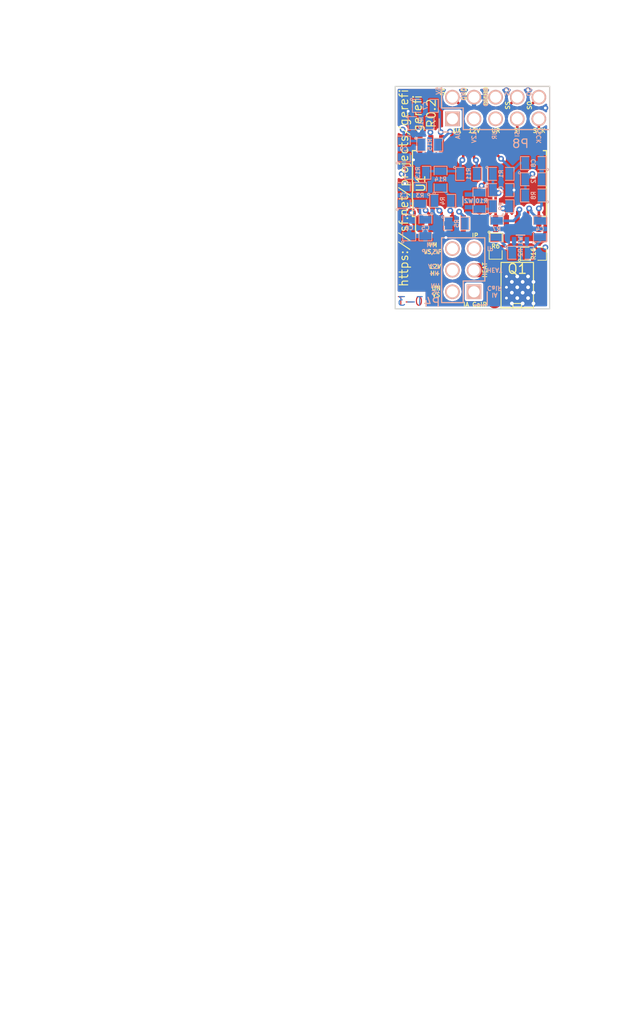
<source format=kicad_pcb>
(kicad_pcb (version 4) (host pcbnew 4.0.1-stable)

  (general
    (links 71)
    (no_connects 0)
    (area 64.960502 99.06 139.700001 218.8464)
    (thickness 1.6)
    (drawings 45)
    (tracks 292)
    (zones 0)
    (modules 31)
    (nets 32)
  )

  (page B)
  (title_block
    (title "CJ125 Wide O2 ")
    (date 2016-07-23)
    (rev R.02)
    (company http://gerefi.com/)
  )

  (layers
    (0 F.Cu signal)
    (1 PWR power)
    (2 GND power)
    (31 B.Cu signal)
    (32 B.Adhes user)
    (33 F.Adhes user)
    (34 B.Paste user)
    (35 F.Paste user)
    (36 B.SilkS user)
    (37 F.SilkS user)
    (38 B.Mask user)
    (39 F.Mask user)
    (40 Dwgs.User user)
    (41 Cmts.User user)
    (42 Eco1.User user)
    (43 Eco2.User user)
    (44 Edge.Cuts user)
  )

  (setup
    (last_trace_width 0.1524)
    (user_trace_width 0.1524)
    (user_trace_width 0.2159)
    (user_trace_width 0.3048)
    (user_trace_width 1.0668)
    (user_trace_width 1.651)
    (user_trace_width 2.7178)
    (trace_clearance 0.1524)
    (zone_clearance 0.2286)
    (zone_45_only no)
    (trace_min 0.1524)
    (segment_width 0.127)
    (edge_width 0.127)
    (via_size 0.6858)
    (via_drill 0.3302)
    (via_min_size 0)
    (via_min_drill 0.3302)
    (user_via 0.6858 0.3302)
    (user_via 0.78994 0.43434)
    (user_via 1.54178 1.18618)
    (uvia_size 0.508)
    (uvia_drill 0.127)
    (uvias_allowed no)
    (uvia_min_size 0.508)
    (uvia_min_drill 0.127)
    (pcb_text_width 0.127)
    (pcb_text_size 1.016 1.016)
    (mod_edge_width 0.254)
    (mod_text_size 0.508 0.508)
    (mod_text_width 0.127)
    (pad_size 1.99898 1.99898)
    (pad_drill 1.00076)
    (pad_to_mask_clearance 0.2)
    (aux_axis_origin 107.95 203.2)
    (visible_elements 7FFFF67F)
    (pcbplotparams
      (layerselection 0x010fc_80000007)
      (usegerberextensions true)
      (excludeedgelayer true)
      (linewidth 0.100000)
      (plotframeref false)
      (viasonmask false)
      (mode 1)
      (useauxorigin false)
      (hpglpennumber 1)
      (hpglpenspeed 20)
      (hpglpendiameter 15)
      (hpglpenoverlay 2)
      (psnegative false)
      (psa4output false)
      (plotreference true)
      (plotvalue true)
      (plotinvisibletext false)
      (padsonsilk false)
      (subtractmaskfromsilk false)
      (outputformat 1)
      (mirror false)
      (drillshape 0)
      (scaleselection 1)
      (outputdirectory C:/Users/Vista_64_D630/Desktop/Jared/code/Hardware/trunk/gerefi.com/CJ125_board/gerber))
  )

  (net 0 "")
  (net 1 GND)
  (net 2 /RST)
  (net 3 /CJ125_UR)
  (net 4 /UN)
  (net 5 "Net-(C4-Pad1)")
  (net 6 /CM)
  (net 7 /WO2-12V)
  (net 8 /CF)
  (net 9 /CJ125_5v)
  (net 10 /CJ125_UA)
  (net 11 /CJ125_IP)
  (net 12 /CJ125_HEATER)
  (net 13 /CJ125_IA)
  (net 14 /CJ125_VM)
  (net 15 /CJ125_UN)
  (net 16 /CJ125_SS)
  (net 17 /CJ125_SI)
  (net 18 /CJ125_SO)
  (net 19 /CJ125_SCK)
  (net 20 "Net-(R2-Pad1)")
  (net 21 /OSZ)
  (net 22 /DIAHD)
  (net 23 /RM)
  (net 24 /UR)
  (net 25 "Net-(R10-Pad2)")
  (net 26 /RS)
  (net 27 /UP)
  (net 28 /US)
  (net 29 /RF)
  (net 30 /UA)
  (net 31 /DIAHG)

  (net_class Default ""
    (clearance 0.1524)
    (trace_width 0.1524)
    (via_dia 0.6858)
    (via_drill 0.3302)
    (uvia_dia 0.508)
    (uvia_drill 0.127)
    (add_net /DIAHG)
  )

  (net_class "1A external" ""
    (clearance 0.2159)
    (trace_width 0.3048)
    (via_dia 0.6858)
    (via_drill 0.3302)
    (uvia_dia 0.508)
    (uvia_drill 0.127)
    (add_net /CF)
    (add_net /CJ125_5v)
    (add_net /CJ125_HEATER)
    (add_net /CJ125_IA)
    (add_net /CJ125_IP)
    (add_net /CJ125_SCK)
    (add_net /CJ125_SI)
    (add_net /CJ125_SO)
    (add_net /CJ125_SS)
    (add_net /CJ125_UA)
    (add_net /CJ125_UN)
    (add_net /CJ125_UR)
    (add_net /CJ125_VM)
    (add_net /CM)
    (add_net /DIAHD)
    (add_net /OSZ)
    (add_net /RF)
    (add_net /RM)
    (add_net /RS)
    (add_net /RST)
    (add_net /UA)
    (add_net /UN)
    (add_net /UP)
    (add_net /UR)
    (add_net /US)
    (add_net GND)
    (add_net "Net-(C4-Pad1)")
    (add_net "Net-(R10-Pad2)")
    (add_net "Net-(R2-Pad1)")
  )

  (net_class "2.5A external" ""
    (clearance 0.2159)
    (trace_width 1.0668)
    (via_dia 0.6858)
    (via_drill 0.3302)
    (uvia_dia 0.508)
    (uvia_drill 0.127)
    (add_net /WO2-12V)
  )

  (net_class "3.5A external" ""
    (clearance 0.2159)
    (trace_width 1.651)
    (via_dia 1.0922)
    (via_drill 0.6858)
    (uvia_dia 0.508)
    (uvia_drill 0.127)
  )

  (net_class "5A external" ""
    (clearance 0.2159)
    (trace_width 2.7178)
    (via_dia 1.54178)
    (via_drill 1.18618)
    (uvia_dia 0.508)
    (uvia_drill 0.127)
  )

  (net_class min2_extern_.188A ""
    (clearance 0.1524)
    (trace_width 0.1524)
    (via_dia 0.6858)
    (via_drill 0.3302)
    (uvia_dia 0.508)
    (uvia_drill 0.127)
  )

  (net_class min_extern_.241A ""
    (clearance 0.2159)
    (trace_width 0.2159)
    (via_dia 0.6858)
    (via_drill 0.3302)
    (uvia_dia 0.508)
    (uvia_drill 0.127)
  )

  (module SOIC-24_7.5x15.4mm_Pitch1.27mm (layer F.Cu) (tedit 57942A5D) (tstamp 57942487)
    (at 121.285 120.65 90)
    (descr "24-Lead Plastic Small Outline (SO) - Wide, 7.50 mm Body [SOIC] (see Microchip Packaging Specification 00000049BS.pdf)")
    (tags "SOIC 1.27")
    (path /4E39E9B7)
    (attr smd)
    (fp_text reference U1 (at 0 -6.8834 90) (layer F.SilkS)
      (effects (font (size 1 1) (thickness 0.15)))
    )
    (fp_text value CJ125 (at 1.27 3.302 180) (layer F.Fab)
      (effects (font (size 1 1) (thickness 0.15)))
    )
    (fp_line (start -5.95 -8.05) (end -5.95 8.05) (layer F.CrtYd) (width 0.05))
    (fp_line (start 5.95 -8.05) (end 5.95 8.05) (layer F.CrtYd) (width 0.05))
    (fp_line (start -5.95 -8.05) (end 5.95 -8.05) (layer F.CrtYd) (width 0.05))
    (fp_line (start -5.95 8.05) (end 5.95 8.05) (layer F.CrtYd) (width 0.05))
    (fp_line (start -3.875 -7.875) (end -3.875 -7.51) (layer F.SilkS) (width 0.15))
    (fp_line (start 3.875 -7.875) (end 3.875 -7.51) (layer F.SilkS) (width 0.15))
    (fp_line (start 3.875 7.875) (end 3.875 7.51) (layer F.SilkS) (width 0.15))
    (fp_line (start -3.875 7.875) (end -3.875 7.51) (layer F.SilkS) (width 0.15))
    (fp_line (start -3.875 -7.875) (end 3.875 -7.875) (layer F.SilkS) (width 0.15))
    (fp_line (start -3.875 7.875) (end 3.875 7.875) (layer F.SilkS) (width 0.15))
    (fp_line (start -3.875 -7.51) (end -5.7 -7.51) (layer F.SilkS) (width 0.15))
    (pad 1 smd rect (at -4.7 -6.985 90) (size 2 0.6) (layers F.Cu F.Paste F.Mask)
      (net 7 /WO2-12V))
    (pad 2 smd rect (at -4.7 -5.715 90) (size 2 0.6) (layers F.Cu F.Paste F.Mask)
      (net 4 /UN))
    (pad 3 smd rect (at -4.7 -4.445 90) (size 2 0.6) (layers F.Cu F.Paste F.Mask)
      (net 11 /CJ125_IP))
    (pad 4 smd rect (at -4.7 -3.175 90) (size 2 0.6) (layers F.Cu F.Paste F.Mask)
      (net 13 /CJ125_IA))
    (pad 5 smd rect (at -4.7 -1.905 90) (size 2 0.6) (layers F.Cu F.Paste F.Mask)
      (net 21 /OSZ))
    (pad 6 smd rect (at -4.7 -0.635 90) (size 2 0.6) (layers F.Cu F.Paste F.Mask)
      (net 31 /DIAHG))
    (pad 7 smd rect (at -4.7 0.635 90) (size 2 0.6) (layers F.Cu F.Paste F.Mask)
      (net 22 /DIAHD))
    (pad 8 smd rect (at -4.7 1.905 90) (size 2 0.6) (layers F.Cu F.Paste F.Mask)
      (net 2 /RST))
    (pad 9 smd rect (at -4.7 3.175 90) (size 2 0.6) (layers F.Cu F.Paste F.Mask)
      (net 26 /RS))
    (pad 10 smd rect (at -4.7 4.445 90) (size 2 0.6) (layers F.Cu F.Paste F.Mask)
      (net 23 /RM))
    (pad 11 smd rect (at -4.7 5.715 90) (size 2 0.6) (layers F.Cu F.Paste F.Mask)
      (net 6 /CM))
    (pad 12 smd rect (at -4.7 6.985 90) (size 2 0.6) (layers F.Cu F.Paste F.Mask)
      (net 24 /UR))
    (pad 13 smd rect (at 4.7 6.985 90) (size 2 0.6) (layers F.Cu F.Paste F.Mask)
      (net 19 /CJ125_SCK))
    (pad 14 smd rect (at 4.7 5.715 90) (size 2 0.6) (layers F.Cu F.Paste F.Mask)
      (net 18 /CJ125_SO))
    (pad 15 smd rect (at 4.7 4.445 90) (size 2 0.6) (layers F.Cu F.Paste F.Mask)
      (net 17 /CJ125_SI))
    (pad 16 smd rect (at 4.7 3.175 90) (size 2 0.6) (layers F.Cu F.Paste F.Mask)
      (net 16 /CJ125_SS))
    (pad 17 smd rect (at 4.7 1.905 90) (size 2 0.6) (layers F.Cu F.Paste F.Mask)
      (net 9 /CJ125_5v))
    (pad 18 smd rect (at 4.7 0.635 90) (size 2 0.6) (layers F.Cu F.Paste F.Mask)
      (net 14 /CJ125_VM))
    (pad 19 smd rect (at 4.7 -0.635 90) (size 2 0.6) (layers F.Cu F.Paste F.Mask)
      (net 28 /US))
    (pad 20 smd rect (at 4.7 -1.905 90) (size 2 0.6) (layers F.Cu F.Paste F.Mask)
      (net 27 /UP))
    (pad 21 smd rect (at 4.7 -3.175 90) (size 2 0.6) (layers F.Cu F.Paste F.Mask)
      (net 30 /UA))
    (pad 22 smd rect (at 4.7 -4.445 90) (size 2 0.6) (layers F.Cu F.Paste F.Mask)
      (net 8 /CF))
    (pad 23 smd rect (at 4.7 -5.715 90) (size 2 0.6) (layers F.Cu F.Paste F.Mask)
      (net 29 /RF))
    (pad 24 smd rect (at 4.7 -6.985 90) (size 2 0.6) (layers F.Cu F.Paste F.Mask)
      (net 1 GND))
    (model Housings_SOIC.3dshapes/SOIC-24_7.5x15.4mm_Pitch1.27mm.wrl
      (at (xyz 0 0 0))
      (scale (xyz 1 1 1))
      (rotate (xyz 0 0 0))
    )
  )

  (module Socket_Strips:Socket_Strip_Straight_2x05 (layer B.Cu) (tedit 577CCDD0) (tstamp 57781E7D)
    (at 118.11 113.03)
    (descr "Through hole socket strip")
    (tags "socket strip")
    (path /5779EC14)
    (fp_text reference P8 (at 8.001 2.921) (layer B.SilkS)
      (effects (font (size 1 1) (thickness 0.15)) (justify mirror))
    )
    (fp_text value CONN_02X05 (at 0 3.1) (layer B.Fab) hide
      (effects (font (size 1 1) (thickness 0.15)) (justify mirror))
    )
    (fp_line (start -1.75 1.75) (end -1.75 -4.3) (layer B.CrtYd) (width 0.05))
    (fp_line (start 11.95 1.75) (end 11.95 -4.3) (layer B.CrtYd) (width 0.05))
    (fp_line (start -1.75 1.75) (end 11.95 1.75) (layer B.CrtYd) (width 0.05))
    (fp_line (start -1.75 -4.3) (end 11.95 -4.3) (layer B.CrtYd) (width 0.05))
    (fp_line (start -1.27 -3.81) (end 11.43 -3.81) (layer B.SilkS) (width 0.15))
    (fp_line (start 11.43 -3.81) (end 11.43 1.27) (layer B.SilkS) (width 0.15))
    (fp_line (start 11.43 1.27) (end 1.27 1.27) (layer B.SilkS) (width 0.15))
    (fp_line (start -1.27 -3.81) (end -1.27 -1.27) (layer B.SilkS) (width 0.15))
    (fp_line (start 0 1.55) (end -1.55 1.55) (layer B.SilkS) (width 0.15))
    (fp_line (start -1.27 -1.27) (end 1.27 -1.27) (layer B.SilkS) (width 0.15))
    (fp_line (start 1.27 -1.27) (end 1.27 1.27) (layer B.SilkS) (width 0.15))
    (fp_line (start -1.55 1.55) (end -1.55 0) (layer B.SilkS) (width 0.15))
    (pad 1 thru_hole rect (at 0 0) (size 1.7272 1.7272) (drill 1.3208) (layers *.Cu *.Mask B.SilkS)
      (net 10 /CJ125_UA))
    (pad 2 thru_hole oval (at 0 -2.54) (size 1.7272 1.7272) (drill 1.3208) (layers *.Cu *.Mask B.SilkS)
      (net 9 /CJ125_5v))
    (pad 3 thru_hole oval (at 2.54 0) (size 1.7272 1.7272) (drill 1.3208) (layers *.Cu *.Mask B.SilkS)
      (net 7 /WO2-12V))
    (pad 4 thru_hole oval (at 2.54 -2.54) (size 1.7272 1.7272) (drill 1.3208) (layers *.Cu *.Mask B.SilkS)
      (net 1 GND))
    (pad 5 thru_hole oval (at 5.08 0) (size 1.7272 1.7272) (drill 1.3208) (layers *.Cu *.Mask B.SilkS)
      (net 3 /CJ125_UR))
    (pad 6 thru_hole oval (at 5.08 -2.54) (size 1.7272 1.7272) (drill 1.3208) (layers *.Cu *.Mask B.SilkS)
      (net 31 /DIAHG))
    (pad 7 thru_hole oval (at 7.62 0) (size 1.7272 1.7272) (drill 1.3208) (layers *.Cu *.Mask B.SilkS)
      (net 17 /CJ125_SI))
    (pad 8 thru_hole oval (at 7.62 -2.54) (size 1.7272 1.7272) (drill 1.3208) (layers *.Cu *.Mask B.SilkS)
      (net 16 /CJ125_SS))
    (pad 9 thru_hole oval (at 10.16 0) (size 1.7272 1.7272) (drill 1.3208) (layers *.Cu *.Mask B.SilkS)
      (net 19 /CJ125_SCK))
    (pad 10 thru_hole oval (at 10.16 -2.54) (size 1.7272 1.7272) (drill 1.3208) (layers *.Cu *.Mask B.SilkS)
      (net 18 /CJ125_SO))
    (model Socket_Strips.3dshapes/Socket_Strip_Straight_2x05.wrl
      (at (xyz 0.2 -0.05 0))
      (scale (xyz 1 1 1))
      (rotate (xyz 0 0 180))
    )
  )

  (module Socket_Strips:Socket_Strip_Straight_2x03 (layer B.Cu) (tedit 577CCF0D) (tstamp 57781E48)
    (at 120.65 133.3754 90)
    (descr "Through hole socket strip")
    (tags "socket strip")
    (path /5777931C)
    (fp_text reference P4 (at -1.2446 -4.953 360) (layer B.SilkS)
      (effects (font (size 1 1) (thickness 0.15)) (justify mirror))
    )
    (fp_text value CONN_02X03 (at 0 3.1 90) (layer B.Fab) hide
      (effects (font (size 1 1) (thickness 0.15)) (justify mirror))
    )
    (fp_line (start 6.35 1.27) (end 1.27 1.27) (layer B.SilkS) (width 0.15))
    (fp_line (start -1.55 1.55) (end 0 1.55) (layer B.SilkS) (width 0.15))
    (fp_line (start -1.75 1.75) (end -1.75 -4.3) (layer B.CrtYd) (width 0.05))
    (fp_line (start 6.85 1.75) (end 6.85 -4.3) (layer B.CrtYd) (width 0.05))
    (fp_line (start -1.75 1.75) (end 6.85 1.75) (layer B.CrtYd) (width 0.05))
    (fp_line (start -1.75 -4.3) (end 6.85 -4.3) (layer B.CrtYd) (width 0.05))
    (fp_line (start -1.27 -1.27) (end 1.27 -1.27) (layer B.SilkS) (width 0.15))
    (fp_line (start 1.27 -1.27) (end 1.27 1.27) (layer B.SilkS) (width 0.15))
    (fp_line (start 6.35 1.27) (end 6.35 -3.81) (layer B.SilkS) (width 0.15))
    (fp_line (start 6.35 -3.81) (end 1.27 -3.81) (layer B.SilkS) (width 0.15))
    (fp_line (start -1.55 1.55) (end -1.55 0) (layer B.SilkS) (width 0.15))
    (fp_line (start -1.27 -3.81) (end -1.27 -1.27) (layer B.SilkS) (width 0.15))
    (fp_line (start 1.27 -3.81) (end -1.27 -3.81) (layer B.SilkS) (width 0.15))
    (pad 1 thru_hole rect (at 0 0 90) (size 1.7272 1.7272) (drill 1.3208) (layers *.Cu *.Mask B.SilkS)
      (net 13 /CJ125_IA))
    (pad 2 thru_hole oval (at 0 -2.54 90) (size 1.7272 1.7272) (drill 1.3208) (layers *.Cu *.Mask B.SilkS)
      (net 15 /CJ125_UN))
    (pad 3 thru_hole oval (at 2.54 0 90) (size 1.7272 1.7272) (drill 1.3208) (layers *.Cu *.Mask B.SilkS)
      (net 12 /CJ125_HEATER))
    (pad 4 thru_hole oval (at 2.54 -2.54 90) (size 1.7272 1.7272) (drill 1.3208) (layers *.Cu *.Mask B.SilkS)
      (net 7 /WO2-12V))
    (pad 5 thru_hole oval (at 5.08 0 90) (size 1.7272 1.7272) (drill 1.3208) (layers *.Cu *.Mask B.SilkS)
      (net 11 /CJ125_IP))
    (pad 6 thru_hole oval (at 5.08 -2.54 90) (size 1.7272 1.7272) (drill 1.3208) (layers *.Cu *.Mask B.SilkS)
      (net 14 /CJ125_VM))
    (model Socket_Strips.3dshapes/Socket_Strip_Straight_2x03.wrl
      (at (xyz 0.1 -0.05 0))
      (scale (xyz 1 1 1))
      (rotate (xyz 0 0 180))
    )
  )

  (module SM0805 placed (layer B.Cu) (tedit 56D4E0BE) (tstamp 57781DAE)
    (at 123.825 121.412)
    (path /4E39E9C7)
    (attr smd)
    (fp_text reference C1 (at 0 0 270) (layer B.SilkS)
      (effects (font (size 0.50038 0.50038) (thickness 0.10922)) (justify mirror))
    )
    (fp_text value 1000pF (at 0 0 270) (layer B.SilkS) hide
      (effects (font (size 0.50038 0.50038) (thickness 0.10922)) (justify mirror))
    )
    (fp_circle (center -1.651 -0.762) (end -1.651 -0.635) (layer B.SilkS) (width 0.09906))
    (fp_line (start -0.508 -0.762) (end -1.524 -0.762) (layer B.SilkS) (width 0.09906))
    (fp_line (start -1.524 -0.762) (end -1.524 0.762) (layer B.SilkS) (width 0.09906))
    (fp_line (start -1.524 0.762) (end -0.508 0.762) (layer B.SilkS) (width 0.09906))
    (fp_line (start 0.508 0.762) (end 1.524 0.762) (layer B.SilkS) (width 0.09906))
    (fp_line (start 1.524 0.762) (end 1.524 -0.762) (layer B.SilkS) (width 0.09906))
    (fp_line (start 1.524 -0.762) (end 0.508 -0.762) (layer B.SilkS) (width 0.09906))
    (pad 1 smd rect (at -0.9525 0) (size 0.889 1.397) (layers B.Cu B.Paste B.Mask)
      (net 2 /RST))
    (pad 2 smd rect (at 0.9525 0) (size 0.889 1.397) (layers B.Cu B.Paste B.Mask)
      (net 1 GND))
    (model smd/chip_cms.wrl
      (at (xyz 0 0 0))
      (scale (xyz 0.1 0.1 0.1))
      (rotate (xyz 0 0 0))
    )
  )

  (module SM0805 placed (layer B.Cu) (tedit 56D4E0BE) (tstamp 57781DBB)
    (at 127.635 120.142)
    (path /4E39E9CA)
    (attr smd)
    (fp_text reference C2 (at 0 0 270) (layer B.SilkS)
      (effects (font (size 0.50038 0.50038) (thickness 0.10922)) (justify mirror))
    )
    (fp_text value 0.033uF (at 0 0 270) (layer B.SilkS) hide
      (effects (font (size 0.50038 0.50038) (thickness 0.10922)) (justify mirror))
    )
    (fp_circle (center -1.651 -0.762) (end -1.651 -0.635) (layer B.SilkS) (width 0.09906))
    (fp_line (start -0.508 -0.762) (end -1.524 -0.762) (layer B.SilkS) (width 0.09906))
    (fp_line (start -1.524 -0.762) (end -1.524 0.762) (layer B.SilkS) (width 0.09906))
    (fp_line (start -1.524 0.762) (end -0.508 0.762) (layer B.SilkS) (width 0.09906))
    (fp_line (start 0.508 0.762) (end 1.524 0.762) (layer B.SilkS) (width 0.09906))
    (fp_line (start 1.524 0.762) (end 1.524 -0.762) (layer B.SilkS) (width 0.09906))
    (fp_line (start 1.524 -0.762) (end 0.508 -0.762) (layer B.SilkS) (width 0.09906))
    (pad 1 smd rect (at -0.9525 0) (size 0.889 1.397) (layers B.Cu B.Paste B.Mask)
      (net 3 /CJ125_UR))
    (pad 2 smd rect (at 0.9525 0) (size 0.889 1.397) (layers B.Cu B.Paste B.Mask)
      (net 1 GND))
    (model smd/chip_cms.wrl
      (at (xyz 0 0 0))
      (scale (xyz 0.1 0.1 0.1))
      (rotate (xyz 0 0 0))
    )
  )

  (module SM0805 placed (layer B.Cu) (tedit 56D4E0BE) (tstamp 57781DC8)
    (at 112.395 122.047 90)
    (path /577227C9)
    (attr smd)
    (fp_text reference C3 (at 0 0 360) (layer B.SilkS)
      (effects (font (size 0.50038 0.50038) (thickness 0.10922)) (justify mirror))
    )
    (fp_text value 0.1uF (at 0 0 360) (layer B.SilkS) hide
      (effects (font (size 0.50038 0.50038) (thickness 0.10922)) (justify mirror))
    )
    (fp_circle (center -1.651 -0.762) (end -1.651 -0.635) (layer B.SilkS) (width 0.09906))
    (fp_line (start -0.508 -0.762) (end -1.524 -0.762) (layer B.SilkS) (width 0.09906))
    (fp_line (start -1.524 -0.762) (end -1.524 0.762) (layer B.SilkS) (width 0.09906))
    (fp_line (start -1.524 0.762) (end -0.508 0.762) (layer B.SilkS) (width 0.09906))
    (fp_line (start 0.508 0.762) (end 1.524 0.762) (layer B.SilkS) (width 0.09906))
    (fp_line (start 1.524 0.762) (end 1.524 -0.762) (layer B.SilkS) (width 0.09906))
    (fp_line (start 1.524 -0.762) (end 0.508 -0.762) (layer B.SilkS) (width 0.09906))
    (pad 1 smd rect (at -0.9525 0 90) (size 0.889 1.397) (layers B.Cu B.Paste B.Mask)
      (net 4 /UN))
    (pad 2 smd rect (at 0.9525 0 90) (size 0.889 1.397) (layers B.Cu B.Paste B.Mask)
      (net 1 GND))
    (model smd/chip_cms.wrl
      (at (xyz 0 0 0))
      (scale (xyz 0.1 0.1 0.1))
      (rotate (xyz 0 0 0))
    )
  )

  (module SM0805 placed (layer B.Cu) (tedit 56D4E0BE) (tstamp 57781DD5)
    (at 128.397 125.984 90)
    (path /4E39E9C2)
    (attr smd)
    (fp_text reference C4 (at 0 0 360) (layer B.SilkS)
      (effects (font (size 0.50038 0.50038) (thickness 0.10922)) (justify mirror))
    )
    (fp_text value 0.1uF (at 0 0 360) (layer B.SilkS) hide
      (effects (font (size 0.50038 0.50038) (thickness 0.10922)) (justify mirror))
    )
    (fp_circle (center -1.651 -0.762) (end -1.651 -0.635) (layer B.SilkS) (width 0.09906))
    (fp_line (start -0.508 -0.762) (end -1.524 -0.762) (layer B.SilkS) (width 0.09906))
    (fp_line (start -1.524 -0.762) (end -1.524 0.762) (layer B.SilkS) (width 0.09906))
    (fp_line (start -1.524 0.762) (end -0.508 0.762) (layer B.SilkS) (width 0.09906))
    (fp_line (start 0.508 0.762) (end 1.524 0.762) (layer B.SilkS) (width 0.09906))
    (fp_line (start 1.524 0.762) (end 1.524 -0.762) (layer B.SilkS) (width 0.09906))
    (fp_line (start 1.524 -0.762) (end 0.508 -0.762) (layer B.SilkS) (width 0.09906))
    (pad 1 smd rect (at -0.9525 0 90) (size 0.889 1.397) (layers B.Cu B.Paste B.Mask)
      (net 5 "Net-(C4-Pad1)"))
    (pad 2 smd rect (at 0.9525 0 90) (size 0.889 1.397) (layers B.Cu B.Paste B.Mask)
      (net 6 /CM))
    (model smd/chip_cms.wrl
      (at (xyz 0 0 0))
      (scale (xyz 0.1 0.1 0.1))
      (rotate (xyz 0 0 0))
    )
  )

  (module SM0805 placed (layer B.Cu) (tedit 56D4E0BE) (tstamp 57781DE2)
    (at 114.935 125.857 270)
    (path /4E39E9C5)
    (attr smd)
    (fp_text reference C5 (at 0 0 540) (layer B.SilkS)
      (effects (font (size 0.50038 0.50038) (thickness 0.10922)) (justify mirror))
    )
    (fp_text value 220pf (at 0 0 540) (layer B.SilkS) hide
      (effects (font (size 0.50038 0.50038) (thickness 0.10922)) (justify mirror))
    )
    (fp_circle (center -1.651 -0.762) (end -1.651 -0.635) (layer B.SilkS) (width 0.09906))
    (fp_line (start -0.508 -0.762) (end -1.524 -0.762) (layer B.SilkS) (width 0.09906))
    (fp_line (start -1.524 -0.762) (end -1.524 0.762) (layer B.SilkS) (width 0.09906))
    (fp_line (start -1.524 0.762) (end -0.508 0.762) (layer B.SilkS) (width 0.09906))
    (fp_line (start 0.508 0.762) (end 1.524 0.762) (layer B.SilkS) (width 0.09906))
    (fp_line (start 1.524 0.762) (end 1.524 -0.762) (layer B.SilkS) (width 0.09906))
    (fp_line (start 1.524 -0.762) (end 0.508 -0.762) (layer B.SilkS) (width 0.09906))
    (pad 1 smd rect (at -0.9525 0 270) (size 0.889 1.397) (layers B.Cu B.Paste B.Mask)
      (net 4 /UN))
    (pad 2 smd rect (at 0.9525 0 270) (size 0.889 1.397) (layers B.Cu B.Paste B.Mask)
      (net 1 GND))
    (model smd/chip_cms.wrl
      (at (xyz 0 0 0))
      (scale (xyz 0.1 0.1 0.1))
      (rotate (xyz 0 0 0))
    )
  )

  (module SM0805 placed (layer B.Cu) (tedit 56D4E0BE) (tstamp 57781DEF)
    (at 113.03 125.857 90)
    (path /4E39E9CF)
    (attr smd)
    (fp_text reference C6 (at 0 0 360) (layer B.SilkS)
      (effects (font (size 0.50038 0.50038) (thickness 0.10922)) (justify mirror))
    )
    (fp_text value 0.033uF (at 0 0 360) (layer B.SilkS) hide
      (effects (font (size 0.50038 0.50038) (thickness 0.10922)) (justify mirror))
    )
    (fp_circle (center -1.651 -0.762) (end -1.651 -0.635) (layer B.SilkS) (width 0.09906))
    (fp_line (start -0.508 -0.762) (end -1.524 -0.762) (layer B.SilkS) (width 0.09906))
    (fp_line (start -1.524 -0.762) (end -1.524 0.762) (layer B.SilkS) (width 0.09906))
    (fp_line (start -1.524 0.762) (end -0.508 0.762) (layer B.SilkS) (width 0.09906))
    (fp_line (start 0.508 0.762) (end 1.524 0.762) (layer B.SilkS) (width 0.09906))
    (fp_line (start 1.524 0.762) (end 1.524 -0.762) (layer B.SilkS) (width 0.09906))
    (fp_line (start 1.524 -0.762) (end 0.508 -0.762) (layer B.SilkS) (width 0.09906))
    (pad 1 smd rect (at -0.9525 0 90) (size 0.889 1.397) (layers B.Cu B.Paste B.Mask)
      (net 1 GND))
    (pad 2 smd rect (at 0.9525 0 90) (size 0.889 1.397) (layers B.Cu B.Paste B.Mask)
      (net 7 /WO2-12V))
    (model smd/chip_cms.wrl
      (at (xyz 0 0 0))
      (scale (xyz 0.1 0.1 0.1))
      (rotate (xyz 0 0 0))
    )
  )

  (module SM0805 placed (layer B.Cu) (tedit 56D4E0BE) (tstamp 57781DFC)
    (at 114.935 111.506)
    (path /4E39E9D3)
    (attr smd)
    (fp_text reference C7 (at 0 0 270) (layer B.SilkS)
      (effects (font (size 0.50038 0.50038) (thickness 0.10922)) (justify mirror))
    )
    (fp_text value 0.1uF (at 0 0 270) (layer B.SilkS) hide
      (effects (font (size 0.50038 0.50038) (thickness 0.10922)) (justify mirror))
    )
    (fp_circle (center -1.651 -0.762) (end -1.651 -0.635) (layer B.SilkS) (width 0.09906))
    (fp_line (start -0.508 -0.762) (end -1.524 -0.762) (layer B.SilkS) (width 0.09906))
    (fp_line (start -1.524 -0.762) (end -1.524 0.762) (layer B.SilkS) (width 0.09906))
    (fp_line (start -1.524 0.762) (end -0.508 0.762) (layer B.SilkS) (width 0.09906))
    (fp_line (start 0.508 0.762) (end 1.524 0.762) (layer B.SilkS) (width 0.09906))
    (fp_line (start 1.524 0.762) (end 1.524 -0.762) (layer B.SilkS) (width 0.09906))
    (fp_line (start 1.524 -0.762) (end 0.508 -0.762) (layer B.SilkS) (width 0.09906))
    (pad 1 smd rect (at -0.9525 0) (size 0.889 1.397) (layers B.Cu B.Paste B.Mask)
      (net 1 GND))
    (pad 2 smd rect (at 0.9525 0) (size 0.889 1.397) (layers B.Cu B.Paste B.Mask)
      (net 8 /CF))
    (model smd/chip_cms.wrl
      (at (xyz 0 0 0))
      (scale (xyz 0.1 0.1 0.1))
      (rotate (xyz 0 0 0))
    )
  )

  (module SM0805 placed (layer B.Cu) (tedit 56D4E0BE) (tstamp 57781E09)
    (at 127.635 118.237 180)
    (path /4E39E9B9)
    (attr smd)
    (fp_text reference C8 (at 0 0 450) (layer B.SilkS)
      (effects (font (size 0.50038 0.50038) (thickness 0.10922)) (justify mirror))
    )
    (fp_text value 0.033uF (at 0 0 450) (layer B.SilkS) hide
      (effects (font (size 0.50038 0.50038) (thickness 0.10922)) (justify mirror))
    )
    (fp_circle (center -1.651 -0.762) (end -1.651 -0.635) (layer B.SilkS) (width 0.09906))
    (fp_line (start -0.508 -0.762) (end -1.524 -0.762) (layer B.SilkS) (width 0.09906))
    (fp_line (start -1.524 -0.762) (end -1.524 0.762) (layer B.SilkS) (width 0.09906))
    (fp_line (start -1.524 0.762) (end -0.508 0.762) (layer B.SilkS) (width 0.09906))
    (fp_line (start 0.508 0.762) (end 1.524 0.762) (layer B.SilkS) (width 0.09906))
    (fp_line (start 1.524 0.762) (end 1.524 -0.762) (layer B.SilkS) (width 0.09906))
    (fp_line (start 1.524 -0.762) (end 0.508 -0.762) (layer B.SilkS) (width 0.09906))
    (pad 1 smd rect (at -0.9525 0 180) (size 0.889 1.397) (layers B.Cu B.Paste B.Mask)
      (net 1 GND))
    (pad 2 smd rect (at 0.9525 0 180) (size 0.889 1.397) (layers B.Cu B.Paste B.Mask)
      (net 9 /CJ125_5v))
    (model smd/chip_cms.wrl
      (at (xyz 0 0 0))
      (scale (xyz 0.1 0.1 0.1))
      (rotate (xyz 0 0 0))
    )
  )

  (module SM0805 placed (layer B.Cu) (tedit 56D4E0BE) (tstamp 57781E16)
    (at 112.395 116.586 90)
    (path /4E39E9D0)
    (attr smd)
    (fp_text reference C9 (at 0 0 360) (layer B.SilkS)
      (effects (font (size 0.50038 0.50038) (thickness 0.10922)) (justify mirror))
    )
    (fp_text value 0.01uF (at 0 0 360) (layer B.SilkS) hide
      (effects (font (size 0.50038 0.50038) (thickness 0.10922)) (justify mirror))
    )
    (fp_circle (center -1.651 -0.762) (end -1.651 -0.635) (layer B.SilkS) (width 0.09906))
    (fp_line (start -0.508 -0.762) (end -1.524 -0.762) (layer B.SilkS) (width 0.09906))
    (fp_line (start -1.524 -0.762) (end -1.524 0.762) (layer B.SilkS) (width 0.09906))
    (fp_line (start -1.524 0.762) (end -0.508 0.762) (layer B.SilkS) (width 0.09906))
    (fp_line (start 0.508 0.762) (end 1.524 0.762) (layer B.SilkS) (width 0.09906))
    (fp_line (start 1.524 0.762) (end 1.524 -0.762) (layer B.SilkS) (width 0.09906))
    (fp_line (start 1.524 -0.762) (end 0.508 -0.762) (layer B.SilkS) (width 0.09906))
    (pad 1 smd rect (at -0.9525 0 90) (size 0.889 1.397) (layers B.Cu B.Paste B.Mask)
      (net 1 GND))
    (pad 2 smd rect (at 0.9525 0 90) (size 0.889 1.397) (layers B.Cu B.Paste B.Mask)
      (net 10 /CJ125_UA))
    (model smd/chip_cms.wrl
      (at (xyz 0 0 0))
      (scale (xyz 0.1 0.1 0.1))
      (rotate (xyz 0 0 0))
    )
  )

  (module SO8E_ST placed (layer F.Cu) (tedit 5778E338) (tstamp 57781E91)
    (at 125.73 132.588 90)
    (tags S08E)
    (path /577188B8)
    (attr smd)
    (fp_text reference Q1 (at 1.905 0 180) (layer F.SilkS)
      (effects (font (size 1.143 1.143) (thickness 0.1524)))
    )
    (fp_text value FDS2734 (at 0 1.016 90) (layer F.SilkS) hide
      (effects (font (size 0.508 0.508) (thickness 0.127)))
    )
    (fp_line (start -2.667 1.778) (end -2.667 1.905) (layer F.SilkS) (width 0.127))
    (fp_line (start -2.667 1.905) (end 2.667 1.905) (layer F.SilkS) (width 0.127))
    (fp_line (start 2.667 -1.905) (end -2.667 -1.905) (layer F.SilkS) (width 0.127))
    (fp_line (start -2.667 -1.905) (end -2.667 1.778) (layer F.SilkS) (width 0.127))
    (fp_line (start -2.667 -0.508) (end -2.159 -0.508) (layer F.SilkS) (width 0.127))
    (fp_line (start -2.159 -0.508) (end -2.159 0.508) (layer F.SilkS) (width 0.127))
    (fp_line (start -2.159 0.508) (end -2.667 0.508) (layer F.SilkS) (width 0.127))
    (fp_line (start 2.667 -1.905) (end 2.667 1.905) (layer F.SilkS) (width 0.127))
    (pad 2 smd rect (at -1.905 -2.667 90) (size 0.508 1.143) (layers F.Cu F.Paste F.Mask)
      (net 12 /CJ125_HEATER))
    (pad 3 smd rect (at -1.905 2.667 90) (size 0.508 1.143) (layers F.Cu F.Paste F.Mask)
      (net 1 GND))
    (pad 2 smd rect (at -0.635 -2.667 90) (size 0.508 1.143) (layers F.Cu F.Paste F.Mask)
      (net 12 /CJ125_HEATER))
    (pad 2 smd rect (at 0.635 -2.667 90) (size 0.508 1.143) (layers F.Cu F.Paste F.Mask)
      (net 12 /CJ125_HEATER))
    (pad 2 smd rect (at 1.905 -2.667 90) (size 0.508 1.143) (layers F.Cu F.Paste F.Mask)
      (net 12 /CJ125_HEATER))
    (pad 3 smd rect (at -0.635 2.667 90) (size 0.508 1.143) (layers F.Cu F.Paste F.Mask)
      (net 1 GND))
    (pad 3 smd rect (at 0.635 2.667 90) (size 0.508 1.143) (layers F.Cu F.Paste F.Mask)
      (net 1 GND))
    (pad 1 smd rect (at 1.905 2.667 90) (size 0.508 1.143) (layers F.Cu F.Paste F.Mask)
      (net 31 /DIAHG))
    (model smd/cms_so8.wrl
      (at (xyz 0 0 0))
      (scale (xyz 0.5 0.32 0.5))
      (rotate (xyz 0 0 0))
    )
  )

  (module SM0805 placed (layer B.Cu) (tedit 56D4E0BE) (tstamp 57781E9E)
    (at 123.825 119.507)
    (path /4E39E9C3)
    (attr smd)
    (fp_text reference R1 (at 0 0 270) (layer B.SilkS)
      (effects (font (size 0.50038 0.50038) (thickness 0.10922)) (justify mirror))
    )
    (fp_text value 10k (at 0 0 270) (layer B.SilkS) hide
      (effects (font (size 0.50038 0.50038) (thickness 0.10922)) (justify mirror))
    )
    (fp_circle (center -1.651 -0.762) (end -1.651 -0.635) (layer B.SilkS) (width 0.09906))
    (fp_line (start -0.508 -0.762) (end -1.524 -0.762) (layer B.SilkS) (width 0.09906))
    (fp_line (start -1.524 -0.762) (end -1.524 0.762) (layer B.SilkS) (width 0.09906))
    (fp_line (start -1.524 0.762) (end -0.508 0.762) (layer B.SilkS) (width 0.09906))
    (fp_line (start 0.508 0.762) (end 1.524 0.762) (layer B.SilkS) (width 0.09906))
    (fp_line (start 1.524 0.762) (end 1.524 -0.762) (layer B.SilkS) (width 0.09906))
    (fp_line (start 1.524 -0.762) (end 0.508 -0.762) (layer B.SilkS) (width 0.09906))
    (pad 1 smd rect (at -0.9525 0) (size 0.889 1.397) (layers B.Cu B.Paste B.Mask)
      (net 2 /RST))
    (pad 2 smd rect (at 0.9525 0) (size 0.889 1.397) (layers B.Cu B.Paste B.Mask)
      (net 9 /CJ125_5v))
    (model smd/chip_cms.wrl
      (at (xyz 0 0 0))
      (scale (xyz 0.1 0.1 0.1))
      (rotate (xyz 0 0 0))
    )
  )

  (module SM0805 placed (layer B.Cu) (tedit 56D4E0BE) (tstamp 57781EAB)
    (at 126.111 128.778)
    (path /5771DC73)
    (attr smd)
    (fp_text reference R2 (at 0 0 270) (layer B.SilkS)
      (effects (font (size 0.50038 0.50038) (thickness 0.10922)) (justify mirror))
    )
    (fp_text value 21k6 (at 0 0 270) (layer B.SilkS) hide
      (effects (font (size 0.50038 0.50038) (thickness 0.10922)) (justify mirror))
    )
    (fp_circle (center -1.651 -0.762) (end -1.651 -0.635) (layer B.SilkS) (width 0.09906))
    (fp_line (start -0.508 -0.762) (end -1.524 -0.762) (layer B.SilkS) (width 0.09906))
    (fp_line (start -1.524 -0.762) (end -1.524 0.762) (layer B.SilkS) (width 0.09906))
    (fp_line (start -1.524 0.762) (end -0.508 0.762) (layer B.SilkS) (width 0.09906))
    (fp_line (start 0.508 0.762) (end 1.524 0.762) (layer B.SilkS) (width 0.09906))
    (fp_line (start 1.524 0.762) (end 1.524 -0.762) (layer B.SilkS) (width 0.09906))
    (fp_line (start 1.524 -0.762) (end 0.508 -0.762) (layer B.SilkS) (width 0.09906))
    (pad 1 smd rect (at -0.9525 0) (size 0.889 1.397) (layers B.Cu B.Paste B.Mask)
      (net 20 "Net-(R2-Pad1)"))
    (pad 2 smd rect (at 0.9525 0) (size 0.889 1.397) (layers B.Cu B.Paste B.Mask)
      (net 5 "Net-(C4-Pad1)"))
    (model smd/chip_cms.wrl
      (at (xyz 0 0 0))
      (scale (xyz 0.1 0.1 0.1))
      (rotate (xyz 0 0 0))
    )
  )

  (module SM0805 placed (layer B.Cu) (tedit 56D4E0BE) (tstamp 57781EB8)
    (at 114.3 122.047 90)
    (path /57722197)
    (attr smd)
    (fp_text reference R3 (at 0 0 360) (layer B.SilkS)
      (effects (font (size 0.50038 0.50038) (thickness 0.10922)) (justify mirror))
    )
    (fp_text value 160 (at 0 0 360) (layer B.SilkS) hide
      (effects (font (size 0.50038 0.50038) (thickness 0.10922)) (justify mirror))
    )
    (fp_circle (center -1.651 -0.762) (end -1.651 -0.635) (layer B.SilkS) (width 0.09906))
    (fp_line (start -0.508 -0.762) (end -1.524 -0.762) (layer B.SilkS) (width 0.09906))
    (fp_line (start -1.524 -0.762) (end -1.524 0.762) (layer B.SilkS) (width 0.09906))
    (fp_line (start -1.524 0.762) (end -0.508 0.762) (layer B.SilkS) (width 0.09906))
    (fp_line (start 0.508 0.762) (end 1.524 0.762) (layer B.SilkS) (width 0.09906))
    (fp_line (start 1.524 0.762) (end 1.524 -0.762) (layer B.SilkS) (width 0.09906))
    (fp_line (start 1.524 -0.762) (end 0.508 -0.762) (layer B.SilkS) (width 0.09906))
    (pad 1 smd rect (at -0.9525 0 90) (size 0.889 1.397) (layers B.Cu B.Paste B.Mask)
      (net 4 /UN))
    (pad 2 smd rect (at 0.9525 0 90) (size 0.889 1.397) (layers B.Cu B.Paste B.Mask)
      (net 15 /CJ125_UN))
    (model smd/chip_cms.wrl
      (at (xyz 0 0 0))
      (scale (xyz 0.1 0.1 0.1))
      (rotate (xyz 0 0 0))
    )
  )

  (module SM0805 placed (layer B.Cu) (tedit 56D4E0BE) (tstamp 57781EC5)
    (at 116.967 122.682)
    (path /4E39E9CC)
    (attr smd)
    (fp_text reference R4 (at 0 0 270) (layer B.SilkS)
      (effects (font (size 0.50038 0.50038) (thickness 0.10922)) (justify mirror))
    )
    (fp_text value 61.9 (at 0 0 270) (layer B.SilkS) hide
      (effects (font (size 0.50038 0.50038) (thickness 0.10922)) (justify mirror))
    )
    (fp_circle (center -1.651 -0.762) (end -1.651 -0.635) (layer B.SilkS) (width 0.09906))
    (fp_line (start -0.508 -0.762) (end -1.524 -0.762) (layer B.SilkS) (width 0.09906))
    (fp_line (start -1.524 -0.762) (end -1.524 0.762) (layer B.SilkS) (width 0.09906))
    (fp_line (start -1.524 0.762) (end -0.508 0.762) (layer B.SilkS) (width 0.09906))
    (fp_line (start 0.508 0.762) (end 1.524 0.762) (layer B.SilkS) (width 0.09906))
    (fp_line (start 1.524 0.762) (end 1.524 -0.762) (layer B.SilkS) (width 0.09906))
    (fp_line (start 1.524 -0.762) (end 0.508 -0.762) (layer B.SilkS) (width 0.09906))
    (pad 1 smd rect (at -0.9525 0) (size 0.889 1.397) (layers B.Cu B.Paste B.Mask)
      (net 11 /CJ125_IP))
    (pad 2 smd rect (at 0.9525 0) (size 0.889 1.397) (layers B.Cu B.Paste B.Mask)
      (net 13 /CJ125_IA))
    (model smd/chip_cms.wrl
      (at (xyz 0 0 0))
      (scale (xyz 0.1 0.1 0.1))
      (rotate (xyz 0 0 0))
    )
  )

  (module SM0805 placed (layer B.Cu) (tedit 56D4E0BE) (tstamp 57781ED2)
    (at 118.618 125.349)
    (path /4E39E9CB)
    (attr smd)
    (fp_text reference R5 (at 0 0 270) (layer B.SilkS)
      (effects (font (size 0.50038 0.50038) (thickness 0.10922)) (justify mirror))
    )
    (fp_text value 10k (at 0 0 270) (layer B.SilkS) hide
      (effects (font (size 0.50038 0.50038) (thickness 0.10922)) (justify mirror))
    )
    (fp_circle (center -1.651 -0.762) (end -1.651 -0.635) (layer B.SilkS) (width 0.09906))
    (fp_line (start -0.508 -0.762) (end -1.524 -0.762) (layer B.SilkS) (width 0.09906))
    (fp_line (start -1.524 -0.762) (end -1.524 0.762) (layer B.SilkS) (width 0.09906))
    (fp_line (start -1.524 0.762) (end -0.508 0.762) (layer B.SilkS) (width 0.09906))
    (fp_line (start 0.508 0.762) (end 1.524 0.762) (layer B.SilkS) (width 0.09906))
    (fp_line (start 1.524 0.762) (end 1.524 -0.762) (layer B.SilkS) (width 0.09906))
    (fp_line (start 1.524 -0.762) (end 0.508 -0.762) (layer B.SilkS) (width 0.09906))
    (pad 1 smd rect (at -0.9525 0) (size 0.889 1.397) (layers B.Cu B.Paste B.Mask)
      (net 1 GND))
    (pad 2 smd rect (at 0.9525 0) (size 0.889 1.397) (layers B.Cu B.Paste B.Mask)
      (net 21 /OSZ))
    (model smd/chip_cms.wrl
      (at (xyz 0 0 0))
      (scale (xyz 0.1 0.1 0.1))
      (rotate (xyz 0 0 0))
    )
  )

  (module SM0805 placed (layer F.Cu) (tedit 56D4E0BE) (tstamp 57781EDF)
    (at 123.19 128.016 270)
    (path /4E39E9C6)
    (attr smd)
    (fp_text reference R6 (at 0 0 360) (layer F.SilkS)
      (effects (font (size 0.50038 0.50038) (thickness 0.10922)))
    )
    (fp_text value 6.8k (at 0 0 360) (layer F.SilkS) hide
      (effects (font (size 0.50038 0.50038) (thickness 0.10922)))
    )
    (fp_circle (center -1.651 0.762) (end -1.651 0.635) (layer F.SilkS) (width 0.09906))
    (fp_line (start -0.508 0.762) (end -1.524 0.762) (layer F.SilkS) (width 0.09906))
    (fp_line (start -1.524 0.762) (end -1.524 -0.762) (layer F.SilkS) (width 0.09906))
    (fp_line (start -1.524 -0.762) (end -0.508 -0.762) (layer F.SilkS) (width 0.09906))
    (fp_line (start 0.508 -0.762) (end 1.524 -0.762) (layer F.SilkS) (width 0.09906))
    (fp_line (start 1.524 -0.762) (end 1.524 0.762) (layer F.SilkS) (width 0.09906))
    (fp_line (start 1.524 0.762) (end 0.508 0.762) (layer F.SilkS) (width 0.09906))
    (pad 1 smd rect (at -0.9525 0 270) (size 0.889 1.397) (layers F.Cu F.Paste F.Mask)
      (net 22 /DIAHD))
    (pad 2 smd rect (at 0.9525 0 270) (size 0.889 1.397) (layers F.Cu F.Paste F.Mask)
      (net 12 /CJ125_HEATER))
    (model smd/chip_cms.wrl
      (at (xyz 0 0 0))
      (scale (xyz 0.1 0.1 0.1))
      (rotate (xyz 0 0 0))
    )
  )

  (module SM0805 placed (layer B.Cu) (tedit 56D4E0BE) (tstamp 57781EEC)
    (at 123.317 125.984 270)
    (path /4E39E9C1)
    (attr smd)
    (fp_text reference R7 (at 0 0 540) (layer B.SilkS)
      (effects (font (size 0.50038 0.50038) (thickness 0.10922)) (justify mirror))
    )
    (fp_text value 10k (at 0 0 540) (layer B.SilkS) hide
      (effects (font (size 0.50038 0.50038) (thickness 0.10922)) (justify mirror))
    )
    (fp_circle (center -1.651 -0.762) (end -1.651 -0.635) (layer B.SilkS) (width 0.09906))
    (fp_line (start -0.508 -0.762) (end -1.524 -0.762) (layer B.SilkS) (width 0.09906))
    (fp_line (start -1.524 -0.762) (end -1.524 0.762) (layer B.SilkS) (width 0.09906))
    (fp_line (start -1.524 0.762) (end -0.508 0.762) (layer B.SilkS) (width 0.09906))
    (fp_line (start 0.508 0.762) (end 1.524 0.762) (layer B.SilkS) (width 0.09906))
    (fp_line (start 1.524 0.762) (end 1.524 -0.762) (layer B.SilkS) (width 0.09906))
    (fp_line (start 1.524 -0.762) (end 0.508 -0.762) (layer B.SilkS) (width 0.09906))
    (pad 1 smd rect (at -0.9525 0 270) (size 0.889 1.397) (layers B.Cu B.Paste B.Mask)
      (net 23 /RM))
    (pad 2 smd rect (at 0.9525 0 270) (size 0.889 1.397) (layers B.Cu B.Paste B.Mask)
      (net 20 "Net-(R2-Pad1)"))
    (model smd/chip_cms.wrl
      (at (xyz 0 0 0))
      (scale (xyz 0.1 0.1 0.1))
      (rotate (xyz 0 0 0))
    )
  )

  (module SM0805 placed (layer B.Cu) (tedit 56D4E0BE) (tstamp 57781EF9)
    (at 127.635 122.047 180)
    (path /4E39E9CE)
    (attr smd)
    (fp_text reference R8 (at 0 0 450) (layer B.SilkS)
      (effects (font (size 0.50038 0.50038) (thickness 0.10922)) (justify mirror))
    )
    (fp_text value 1k (at 0 0 450) (layer B.SilkS) hide
      (effects (font (size 0.50038 0.50038) (thickness 0.10922)) (justify mirror))
    )
    (fp_circle (center -1.651 -0.762) (end -1.651 -0.635) (layer B.SilkS) (width 0.09906))
    (fp_line (start -0.508 -0.762) (end -1.524 -0.762) (layer B.SilkS) (width 0.09906))
    (fp_line (start -1.524 -0.762) (end -1.524 0.762) (layer B.SilkS) (width 0.09906))
    (fp_line (start -1.524 0.762) (end -0.508 0.762) (layer B.SilkS) (width 0.09906))
    (fp_line (start 0.508 0.762) (end 1.524 0.762) (layer B.SilkS) (width 0.09906))
    (fp_line (start 1.524 0.762) (end 1.524 -0.762) (layer B.SilkS) (width 0.09906))
    (fp_line (start 1.524 -0.762) (end 0.508 -0.762) (layer B.SilkS) (width 0.09906))
    (pad 1 smd rect (at -0.9525 0 180) (size 0.889 1.397) (layers B.Cu B.Paste B.Mask)
      (net 24 /UR))
    (pad 2 smd rect (at 0.9525 0 180) (size 0.889 1.397) (layers B.Cu B.Paste B.Mask)
      (net 3 /CJ125_UR))
    (model smd/chip_cms.wrl
      (at (xyz 0 0 0))
      (scale (xyz 0.1 0.1 0.1))
      (rotate (xyz 0 0 0))
    )
  )

  (module SM0805 placed (layer B.Cu) (tedit 56D4E0BE) (tstamp 57781F06)
    (at 123.825 123.317)
    (path /4E39E9BD)
    (attr smd)
    (fp_text reference R9 (at 0 0 270) (layer B.SilkS)
      (effects (font (size 0.50038 0.50038) (thickness 0.10922)) (justify mirror))
    )
    (fp_text value 82.5 (at 0 0 270) (layer B.SilkS) hide
      (effects (font (size 0.50038 0.50038) (thickness 0.10922)) (justify mirror))
    )
    (fp_circle (center -1.651 -0.762) (end -1.651 -0.635) (layer B.SilkS) (width 0.09906))
    (fp_line (start -0.508 -0.762) (end -1.524 -0.762) (layer B.SilkS) (width 0.09906))
    (fp_line (start -1.524 -0.762) (end -1.524 0.762) (layer B.SilkS) (width 0.09906))
    (fp_line (start -1.524 0.762) (end -0.508 0.762) (layer B.SilkS) (width 0.09906))
    (fp_line (start 0.508 0.762) (end 1.524 0.762) (layer B.SilkS) (width 0.09906))
    (fp_line (start 1.524 0.762) (end 1.524 -0.762) (layer B.SilkS) (width 0.09906))
    (fp_line (start 1.524 -0.762) (end 0.508 -0.762) (layer B.SilkS) (width 0.09906))
    (pad 1 smd rect (at -0.9525 0) (size 0.889 1.397) (layers B.Cu B.Paste B.Mask)
      (net 25 "Net-(R10-Pad2)"))
    (pad 2 smd rect (at 0.9525 0) (size 0.889 1.397) (layers B.Cu B.Paste B.Mask)
      (net 26 /RS))
    (model smd/chip_cms.wrl
      (at (xyz 0 0 0))
      (scale (xyz 0.1 0.1 0.1))
      (rotate (xyz 0 0 0))
    )
  )

  (module SM0805 placed (layer B.Cu) (tedit 5778E2D4) (tstamp 57781F13)
    (at 121.285 122.682 270)
    (path /5770A293)
    (attr smd)
    (fp_text reference R10 (at 0 -0.254 540) (layer B.SilkS)
      (effects (font (size 0.50038 0.50038) (thickness 0.10922)) (justify mirror))
    )
    (fp_text value 117.5 (at 0 0 540) (layer B.SilkS) hide
      (effects (font (size 0.50038 0.50038) (thickness 0.10922)) (justify mirror))
    )
    (fp_circle (center -1.651 -0.762) (end -1.651 -0.635) (layer B.SilkS) (width 0.09906))
    (fp_line (start -0.508 -0.762) (end -1.524 -0.762) (layer B.SilkS) (width 0.09906))
    (fp_line (start -1.524 -0.762) (end -1.524 0.762) (layer B.SilkS) (width 0.09906))
    (fp_line (start -1.524 0.762) (end -0.508 0.762) (layer B.SilkS) (width 0.09906))
    (fp_line (start 0.508 0.762) (end 1.524 0.762) (layer B.SilkS) (width 0.09906))
    (fp_line (start 1.524 0.762) (end 1.524 -0.762) (layer B.SilkS) (width 0.09906))
    (fp_line (start 1.524 -0.762) (end 0.508 -0.762) (layer B.SilkS) (width 0.09906))
    (pad 1 smd rect (at -0.9525 0 270) (size 0.889 1.397) (layers B.Cu B.Paste B.Mask)
      (net 14 /CJ125_VM))
    (pad 2 smd rect (at 0.9525 0 270) (size 0.889 1.397) (layers B.Cu B.Paste B.Mask)
      (net 25 "Net-(R10-Pad2)"))
    (model smd/chip_cms.wrl
      (at (xyz 0 0 0))
      (scale (xyz 0.1 0.1 0.1))
      (rotate (xyz 0 0 0))
    )
  )

  (module SM0805 placed (layer B.Cu) (tedit 56D4E0BE) (tstamp 57781F20)
    (at 120.015 119.507)
    (path /4E39E9BB)
    (attr smd)
    (fp_text reference R11 (at 0 0 270) (layer B.SilkS)
      (effects (font (size 0.50038 0.50038) (thickness 0.10922)) (justify mirror))
    )
    (fp_text value 4.7k (at 0 0 270) (layer B.SilkS) hide
      (effects (font (size 0.50038 0.50038) (thickness 0.10922)) (justify mirror))
    )
    (fp_circle (center -1.651 -0.762) (end -1.651 -0.635) (layer B.SilkS) (width 0.09906))
    (fp_line (start -0.508 -0.762) (end -1.524 -0.762) (layer B.SilkS) (width 0.09906))
    (fp_line (start -1.524 -0.762) (end -1.524 0.762) (layer B.SilkS) (width 0.09906))
    (fp_line (start -1.524 0.762) (end -0.508 0.762) (layer B.SilkS) (width 0.09906))
    (fp_line (start 0.508 0.762) (end 1.524 0.762) (layer B.SilkS) (width 0.09906))
    (fp_line (start 1.524 0.762) (end 1.524 -0.762) (layer B.SilkS) (width 0.09906))
    (fp_line (start 1.524 -0.762) (end 0.508 -0.762) (layer B.SilkS) (width 0.09906))
    (pad 1 smd rect (at -0.9525 0) (size 0.889 1.397) (layers B.Cu B.Paste B.Mask)
      (net 27 /UP))
    (pad 2 smd rect (at 0.9525 0) (size 0.889 1.397) (layers B.Cu B.Paste B.Mask)
      (net 28 /US))
    (model smd/chip_cms.wrl
      (at (xyz 0 0 0))
      (scale (xyz 0.1 0.1 0.1))
      (rotate (xyz 0 0 0))
    )
  )

  (module SM0805 placed (layer B.Cu) (tedit 56D4E0BE) (tstamp 57781F2D)
    (at 114.427 113.538)
    (path /4E39E9C8)
    (attr smd)
    (fp_text reference R12 (at 0 0 270) (layer B.SilkS)
      (effects (font (size 0.50038 0.50038) (thickness 0.10922)) (justify mirror))
    )
    (fp_text value 100k (at 0 0 270) (layer B.SilkS) hide
      (effects (font (size 0.50038 0.50038) (thickness 0.10922)) (justify mirror))
    )
    (fp_circle (center -1.651 -0.762) (end -1.651 -0.635) (layer B.SilkS) (width 0.09906))
    (fp_line (start -0.508 -0.762) (end -1.524 -0.762) (layer B.SilkS) (width 0.09906))
    (fp_line (start -1.524 -0.762) (end -1.524 0.762) (layer B.SilkS) (width 0.09906))
    (fp_line (start -1.524 0.762) (end -0.508 0.762) (layer B.SilkS) (width 0.09906))
    (fp_line (start 0.508 0.762) (end 1.524 0.762) (layer B.SilkS) (width 0.09906))
    (fp_line (start 1.524 0.762) (end 1.524 -0.762) (layer B.SilkS) (width 0.09906))
    (fp_line (start 1.524 -0.762) (end 0.508 -0.762) (layer B.SilkS) (width 0.09906))
    (pad 1 smd rect (at -0.9525 0) (size 0.889 1.397) (layers B.Cu B.Paste B.Mask)
      (net 1 GND))
    (pad 2 smd rect (at 0.9525 0) (size 0.889 1.397) (layers B.Cu B.Paste B.Mask)
      (net 29 /RF))
    (model smd/chip_cms.wrl
      (at (xyz 0 0 0))
      (scale (xyz 0.1 0.1 0.1))
      (rotate (xyz 0 0 0))
    )
  )

  (module SM0805 placed (layer B.Cu) (tedit 56D4E0BE) (tstamp 57781F3A)
    (at 114.046 119.38)
    (path /4E39E9D1)
    (attr smd)
    (fp_text reference R13 (at 0 0 270) (layer B.SilkS)
      (effects (font (size 0.50038 0.50038) (thickness 0.10922)) (justify mirror))
    )
    (fp_text value 100k (at 0 0 270) (layer B.SilkS) hide
      (effects (font (size 0.50038 0.50038) (thickness 0.10922)) (justify mirror))
    )
    (fp_circle (center -1.651 -0.762) (end -1.651 -0.635) (layer B.SilkS) (width 0.09906))
    (fp_line (start -0.508 -0.762) (end -1.524 -0.762) (layer B.SilkS) (width 0.09906))
    (fp_line (start -1.524 -0.762) (end -1.524 0.762) (layer B.SilkS) (width 0.09906))
    (fp_line (start -1.524 0.762) (end -0.508 0.762) (layer B.SilkS) (width 0.09906))
    (fp_line (start 0.508 0.762) (end 1.524 0.762) (layer B.SilkS) (width 0.09906))
    (fp_line (start 1.524 0.762) (end 1.524 -0.762) (layer B.SilkS) (width 0.09906))
    (fp_line (start 1.524 -0.762) (end 0.508 -0.762) (layer B.SilkS) (width 0.09906))
    (pad 1 smd rect (at -0.9525 0) (size 0.889 1.397) (layers B.Cu B.Paste B.Mask)
      (net 15 /CJ125_UN))
    (pad 2 smd rect (at 0.9525 0) (size 0.889 1.397) (layers B.Cu B.Paste B.Mask)
      (net 27 /UP))
    (model smd/chip_cms.wrl
      (at (xyz 0 0 0))
      (scale (xyz 0.1 0.1 0.1))
      (rotate (xyz 0 0 0))
    )
  )

  (module SM0805 placed (layer B.Cu) (tedit 56D4E0BE) (tstamp 57781F47)
    (at 116.713 120.142 90)
    (path /4E39E9BC)
    (attr smd)
    (fp_text reference R14 (at 0 0 360) (layer B.SilkS)
      (effects (font (size 0.50038 0.50038) (thickness 0.10922)) (justify mirror))
    )
    (fp_text value 470k (at 0 0 360) (layer B.SilkS) hide
      (effects (font (size 0.50038 0.50038) (thickness 0.10922)) (justify mirror))
    )
    (fp_circle (center -1.651 -0.762) (end -1.651 -0.635) (layer B.SilkS) (width 0.09906))
    (fp_line (start -0.508 -0.762) (end -1.524 -0.762) (layer B.SilkS) (width 0.09906))
    (fp_line (start -1.524 -0.762) (end -1.524 0.762) (layer B.SilkS) (width 0.09906))
    (fp_line (start -1.524 0.762) (end -0.508 0.762) (layer B.SilkS) (width 0.09906))
    (fp_line (start 0.508 0.762) (end 1.524 0.762) (layer B.SilkS) (width 0.09906))
    (fp_line (start 1.524 0.762) (end 1.524 -0.762) (layer B.SilkS) (width 0.09906))
    (fp_line (start 1.524 -0.762) (end 0.508 -0.762) (layer B.SilkS) (width 0.09906))
    (pad 1 smd rect (at -0.9525 0 90) (size 0.889 1.397) (layers B.Cu B.Paste B.Mask)
      (net 13 /CJ125_IA))
    (pad 2 smd rect (at 0.9525 0 90) (size 0.889 1.397) (layers B.Cu B.Paste B.Mask)
      (net 27 /UP))
    (model smd/chip_cms.wrl
      (at (xyz 0 0 0))
      (scale (xyz 0.1 0.1 0.1))
      (rotate (xyz 0 0 0))
    )
  )

  (module SM0805 placed (layer B.Cu) (tedit 56D4E0BE) (tstamp 57781F54)
    (at 115.443 116.078)
    (path /4E39E9D2)
    (attr smd)
    (fp_text reference R15 (at 0 0 270) (layer B.SilkS)
      (effects (font (size 0.50038 0.50038) (thickness 0.10922)) (justify mirror))
    )
    (fp_text value 1k (at 0 0 270) (layer B.SilkS) hide
      (effects (font (size 0.50038 0.50038) (thickness 0.10922)) (justify mirror))
    )
    (fp_circle (center -1.651 -0.762) (end -1.651 -0.635) (layer B.SilkS) (width 0.09906))
    (fp_line (start -0.508 -0.762) (end -1.524 -0.762) (layer B.SilkS) (width 0.09906))
    (fp_line (start -1.524 -0.762) (end -1.524 0.762) (layer B.SilkS) (width 0.09906))
    (fp_line (start -1.524 0.762) (end -0.508 0.762) (layer B.SilkS) (width 0.09906))
    (fp_line (start 0.508 0.762) (end 1.524 0.762) (layer B.SilkS) (width 0.09906))
    (fp_line (start 1.524 0.762) (end 1.524 -0.762) (layer B.SilkS) (width 0.09906))
    (fp_line (start 1.524 -0.762) (end 0.508 -0.762) (layer B.SilkS) (width 0.09906))
    (pad 1 smd rect (at -0.9525 0) (size 0.889 1.397) (layers B.Cu B.Paste B.Mask)
      (net 10 /CJ125_UA))
    (pad 2 smd rect (at 0.9525 0) (size 0.889 1.397) (layers B.Cu B.Paste B.Mask)
      (net 30 /UA))
    (model smd/chip_cms.wrl
      (at (xyz 0 0 0))
      (scale (xyz 0.1 0.1 0.1))
      (rotate (xyz 0 0 0))
    )
  )

  (module R_0603 (layer B.Cu) (tedit 57781F43) (tstamp 57782E4D)
    (at 126.111 127.381 180)
    (descr "Resistor SMD 0603, reflow soldering, Vishay (see dcrcw.pdf)")
    (tags "resistor 0603")
    (path /5771E75B)
    (attr smd)
    (fp_text reference W1 (at 0 0 450) (layer B.SilkS)
      (effects (font (size 0.50038 0.50038) (thickness 0.10922)) (justify mirror))
    )
    (fp_text value TEST (at 0 -1.9 180) (layer B.Fab) hide
      (effects (font (size 1 1) (thickness 0.15)) (justify mirror))
    )
    (fp_line (start -1.3 0.8) (end 1.3 0.8) (layer B.CrtYd) (width 0.05))
    (fp_line (start -1.3 -0.8) (end 1.3 -0.8) (layer B.CrtYd) (width 0.05))
    (fp_line (start -1.3 0.8) (end -1.3 -0.8) (layer B.CrtYd) (width 0.05))
    (fp_line (start 1.3 0.8) (end 1.3 -0.8) (layer B.CrtYd) (width 0.05))
    (fp_line (start 0.5 -0.675) (end -0.5 -0.675) (layer B.SilkS) (width 0.15))
    (fp_line (start -0.5 0.675) (end 0.5 0.675) (layer B.SilkS) (width 0.15))
    (pad 1 smd rect (at -0.75 0 180) (size 0.5 0.9) (layers B.Cu B.Paste B.Mask)
      (net 5 "Net-(C4-Pad1)"))
    (pad 2 smd rect (at 0.75 0 180) (size 0.5 0.9) (layers B.Cu B.Paste B.Mask)
      (net 20 "Net-(R2-Pad1)"))
    (model Resistors_SMD.3dshapes/R_0603.wrl
      (at (xyz 0 0 0))
      (scale (xyz 1 1 1))
      (rotate (xyz 0 0 0))
    )
  )

  (module R_0603 (layer B.Cu) (tedit 57781F46) (tstamp 57782E59)
    (at 120.015 122.682 90)
    (descr "Resistor SMD 0603, reflow soldering, Vishay (see dcrcw.pdf)")
    (tags "resistor 0603")
    (path /57719ACF)
    (attr smd)
    (fp_text reference W2 (at 0 0 360) (layer B.SilkS)
      (effects (font (size 0.50038 0.50038) (thickness 0.10922)) (justify mirror))
    )
    (fp_text value TEST (at 0 -1.9 90) (layer B.Fab) hide
      (effects (font (size 1 1) (thickness 0.15)) (justify mirror))
    )
    (fp_line (start -1.3 0.8) (end 1.3 0.8) (layer B.CrtYd) (width 0.05))
    (fp_line (start -1.3 -0.8) (end 1.3 -0.8) (layer B.CrtYd) (width 0.05))
    (fp_line (start -1.3 0.8) (end -1.3 -0.8) (layer B.CrtYd) (width 0.05))
    (fp_line (start 1.3 0.8) (end 1.3 -0.8) (layer B.CrtYd) (width 0.05))
    (fp_line (start 0.5 -0.675) (end -0.5 -0.675) (layer B.SilkS) (width 0.15))
    (fp_line (start -0.5 0.675) (end 0.5 0.675) (layer B.SilkS) (width 0.15))
    (pad 1 smd rect (at -0.75 0 90) (size 0.5 0.9) (layers B.Cu B.Paste B.Mask)
      (net 25 "Net-(R10-Pad2)"))
    (pad 2 smd rect (at 0.75 0 90) (size 0.5 0.9) (layers B.Cu B.Paste B.Mask)
      (net 14 /CJ125_VM))
    (model Resistors_SMD.3dshapes/R_0603.wrl
      (at (xyz 0 0 0))
      (scale (xyz 1 1 1))
      (rotate (xyz 0 0 0))
    )
  )

  (module SM0805 placed (layer F.Cu) (tedit 56D4E0BE) (tstamp 57A070BB)
    (at 127.635 128.905)
    (path /57A0B3E9)
    (attr smd)
    (fp_text reference R16 (at 0 0 90) (layer F.SilkS)
      (effects (font (size 0.50038 0.50038) (thickness 0.10922)))
    )
    (fp_text value 10k (at 0 0 90) (layer F.SilkS) hide
      (effects (font (size 0.50038 0.50038) (thickness 0.10922)))
    )
    (fp_circle (center -1.651 0.762) (end -1.651 0.635) (layer F.SilkS) (width 0.09906))
    (fp_line (start -0.508 0.762) (end -1.524 0.762) (layer F.SilkS) (width 0.09906))
    (fp_line (start -1.524 0.762) (end -1.524 -0.762) (layer F.SilkS) (width 0.09906))
    (fp_line (start -1.524 -0.762) (end -0.508 -0.762) (layer F.SilkS) (width 0.09906))
    (fp_line (start 0.508 -0.762) (end 1.524 -0.762) (layer F.SilkS) (width 0.09906))
    (fp_line (start 1.524 -0.762) (end 1.524 0.762) (layer F.SilkS) (width 0.09906))
    (fp_line (start 1.524 0.762) (end 0.508 0.762) (layer F.SilkS) (width 0.09906))
    (pad 1 smd rect (at -0.9525 0) (size 0.889 1.397) (layers F.Cu F.Paste F.Mask)
      (net 1 GND))
    (pad 2 smd rect (at 0.9525 0) (size 0.889 1.397) (layers F.Cu F.Paste F.Mask)
      (net 31 /DIAHG))
    (model smd/chip_cms.wrl
      (at (xyz 0 0 0))
      (scale (xyz 0.1 0.1 0.1))
      (rotate (xyz 0 0 0))
    )
  )

  (gr_text https://sf.net/projects/gerefi (at 112.395 121.158 90) (layer F.SilkS)
    (effects (font (size 1.016 1.016) (thickness 0.127)))
  )
  (gr_text "IA\nCalR" (at 123.063 133.35 180) (layer B.SilkS)
    (effects (font (size 0.50038 0.50038) (thickness 0.10922)) (justify mirror))
  )
  (gr_text HEAT (at 123.063 130.81 180) (layer B.SilkS)
    (effects (font (size 0.50038 0.50038) (thickness 0.10922)) (justify mirror))
  )
  (gr_text "VM\nVS/IP" (at 115.57 128.27) (layer B.SilkS) (tstamp 5778E1A3)
    (effects (font (size 0.50038 0.50038) (thickness 0.10922)) (justify mirror))
  )
  (gr_text "12V\nH+" (at 115.951 130.81) (layer B.SilkS) (tstamp 5778E1A2)
    (effects (font (size 0.50038 0.50038) (thickness 0.10922)) (justify mirror))
  )
  (gr_text "UN\nVS" (at 116.078 133.096) (layer B.SilkS) (tstamp 5778E1A1)
    (effects (font (size 0.50038 0.50038) (thickness 0.10922)) (justify mirror))
  )
  (gr_text IP (at 122.555 128.27 180) (layer B.SilkS) (tstamp 5778E1A0)
    (effects (font (size 0.50038 0.50038) (thickness 0.10922)) (justify mirror))
  )
  (gr_text 5V (at 116.459 109.728 90) (layer B.SilkS) (tstamp 5778E189)
    (effects (font (size 0.50038 0.50038) (thickness 0.10922)) (justify mirror))
  )
  (gr_text GND (at 119.38 110.109 90) (layer B.SilkS) (tstamp 5778E188)
    (effects (font (size 0.50038 0.50038) (thickness 0.10922)) (justify mirror))
  )
  (gr_text DIAHD (at 122.047 110.49 90) (layer B.SilkS) (tstamp 5778E187)
    (effects (font (size 0.50038 0.50038) (thickness 0.10922)) (justify mirror))
  )
  (gr_text SS (at 124.587 109.855 90) (layer B.SilkS) (tstamp 5778E186)
    (effects (font (size 0.50038 0.50038) (thickness 0.10922)) (justify mirror))
  )
  (gr_text SO (at 127.127 109.855 90) (layer B.SilkS) (tstamp 5778E185)
    (effects (font (size 0.50038 0.50038) (thickness 0.10922)) (justify mirror))
  )
  (gr_text SI (at 125.73 114.808 90) (layer B.SilkS) (tstamp 5778E184)
    (effects (font (size 0.50038 0.50038) (thickness 0.10922)) (justify mirror))
  )
  (gr_text SCK (at 128.27 115.189 90) (layer B.SilkS) (tstamp 5778E183)
    (effects (font (size 0.50038 0.50038) (thickness 0.10922)) (justify mirror))
  )
  (gr_text UR (at 123.063 114.935 90) (layer B.SilkS) (tstamp 5778E182)
    (effects (font (size 0.50038 0.50038) (thickness 0.10922)) (justify mirror))
  )
  (gr_text 12V (at 120.65 115.189 90) (layer B.SilkS) (tstamp 5778E181)
    (effects (font (size 0.50038 0.50038) (thickness 0.10922)) (justify mirror))
  )
  (gr_text UA (at 118.745 114.935 90) (layer B.SilkS) (tstamp 5778E180)
    (effects (font (size 0.50038 0.50038) (thickness 0.10922)) (justify mirror))
  )
  (gr_text "IA CalR" (at 120.777 134.874) (layer F.SilkS)
    (effects (font (size 0.50038 0.50038) (thickness 0.10922)))
  )
  (gr_text HEAT (at 121.92 130.81 90) (layer F.SilkS)
    (effects (font (size 0.50038 0.50038) (thickness 0.10922)))
  )
  (gr_text IP (at 120.777 126.746) (layer F.SilkS)
    (effects (font (size 0.50038 0.50038) (thickness 0.10922)))
  )
  (gr_text "UN\nVS" (at 116.205 133.35) (layer F.SilkS)
    (effects (font (size 0.50038 0.50038) (thickness 0.10922)))
  )
  (gr_text "12V\nH+" (at 116.078 130.81) (layer F.SilkS)
    (effects (font (size 0.50038 0.50038) (thickness 0.10922)))
  )
  (gr_text "VM\nVS/IP" (at 115.824 128.27) (layer F.SilkS)
    (effects (font (size 0.50038 0.50038) (thickness 0.10922)))
  )
  (gr_text UA (at 118.6434 114.4524) (layer F.SilkS)
    (effects (font (size 0.50038 0.50038) (thickness 0.10922)))
  )
  (gr_text 12V (at 120.6754 114.427) (layer F.SilkS)
    (effects (font (size 0.50038 0.50038) (thickness 0.10922)))
  )
  (gr_text UR (at 123.2154 114.427) (layer F.SilkS)
    (effects (font (size 0.50038 0.50038) (thickness 0.10922)))
  )
  (gr_text SCK (at 128.2954 114.427) (layer F.SilkS)
    (effects (font (size 0.50038 0.50038) (thickness 0.10922)))
  )
  (gr_text SI (at 125.7046 114.427) (layer F.SilkS)
    (effects (font (size 0.50038 0.50038) (thickness 0.10922)))
  )
  (gr_text SO (at 127.1778 111.4552 90) (layer F.SilkS)
    (effects (font (size 0.50038 0.50038) (thickness 0.10922)))
  )
  (gr_text SS (at 124.6124 111.4552 90) (layer F.SilkS)
    (effects (font (size 0.50038 0.50038) (thickness 0.10922)))
  )
  (gr_text DIAHD (at 122.047 110.363 90) (layer F.SilkS)
    (effects (font (size 0.50038 0.50038) (thickness 0.10922)))
  )
  (gr_text GND (at 119.507 110.109 90) (layer F.SilkS)
    (effects (font (size 0.50038 0.50038) (thickness 0.10922)))
  )
  (gr_text 5V (at 116.967 109.855 90) (layer F.SilkS)
    (effects (font (size 0.50038 0.50038) (thickness 0.10922)))
  )
  (gr_text "gerefi\nR0.2" (at 114.808 112.395 90) (layer F.SilkS)
    (effects (font (size 1.016 1.016) (thickness 0.127)))
  )
  (gr_text T-0 (at 113.157 134.493) (layer F.Cu)
    (effects (font (size 1.016 1.016) (thickness 0.127)))
  )
  (dimension 18.161 (width 0.127) (layer Cmts.User)
    (gr_text "0.7150 in" (at 120.4595 106.807) (layer Cmts.User)
      (effects (font (size 1.016 1.016) (thickness 0.127)))
    )
    (feature1 (pts (xy 129.54 108.712) (xy 129.54 106.045)))
    (feature2 (pts (xy 111.379 108.712) (xy 111.379 106.045)))
    (crossbar (pts (xy 111.379 107.569) (xy 129.54 107.569)))
    (arrow1a (pts (xy 129.54 107.569) (xy 128.413496 108.155421)))
    (arrow1b (pts (xy 129.54 107.569) (xy 128.413496 106.982579)))
    (arrow2a (pts (xy 111.379 107.569) (xy 112.505504 108.155421)))
    (arrow2b (pts (xy 111.379 107.569) (xy 112.505504 106.982579)))
  )
  (dimension 26.162 (width 0.127) (layer Cmts.User)
    (gr_text "1.0300 in" (at 131.825999 122.301 90) (layer Cmts.User)
      (effects (font (size 1.016 1.016) (thickness 0.127)))
    )
    (feature1 (pts (xy 129.794 109.22) (xy 132.587999 109.22)))
    (feature2 (pts (xy 129.794 135.382) (xy 132.587999 135.382)))
    (crossbar (pts (xy 131.063999 135.382) (xy 131.063999 109.22)))
    (arrow1a (pts (xy 131.063999 109.22) (xy 131.65042 110.346504)))
    (arrow1b (pts (xy 131.063999 109.22) (xy 130.477578 110.346504)))
    (arrow2a (pts (xy 131.063999 135.382) (xy 131.65042 134.255496)))
    (arrow2b (pts (xy 131.063999 135.382) (xy 130.477578 134.255496)))
  )
  (gr_line (start 111.379 109.22) (end 129.54 109.22) (angle 90) (layer Edge.Cuts) (width 0.127))
  (gr_line (start 111.379 135.382) (end 111.379 109.22) (angle 90) (layer Edge.Cuts) (width 0.127))
  (gr_line (start 129.54 135.382) (end 111.379 135.382) (angle 90) (layer Edge.Cuts) (width 0.127))
  (gr_line (start 129.54 109.22) (end 129.54 135.382) (angle 90) (layer Edge.Cuts) (width 0.127))
  (gr_text "Per OSHPark specs, \nmin trace 5mil, \nmin space 5mil's, \nmin ringlet 4 mil's.\n4 layer board stackup is as follows: \nT-0 is top min 1 oz copper (1.4 mil)\nmin 6.7 mil prepreg FR4\nT-1 is GND min 0.5 oz copper (0.7 mil)\nmin 47 mil core FR4\nT-2 is PWR min 0.5 oz copper (0.7 mil)\nmin 6.7 mil prepreg FR4\nT-3 is bottom min 1 oz copper (1.4 mil)" (at 81.28 209.55) (layer Dwgs.User)
    (effects (font (size 1.016 1.016) (thickness 0.127)))
  )
  (gr_text T-3 (at 113.157 134.493) (layer B.Cu)
    (effects (font (size 1.016 1.016) (thickness 0.127)) (justify mirror))
  )
  (gr_text T-2 (at 113.157 134.493) (layer GND)
    (effects (font (size 1.016 1.016) (thickness 0.127)))
  )
  (gr_text T-1 (at 113.157 134.493) (layer PWR)
    (effects (font (size 1.016 1.016) (thickness 0.127)))
  )

  (segment (start 114.935 126.8095) (end 117.1575 126.8095) (width 0.3048) (layer B.Cu) (net 1))
  (segment (start 117.6655 126.6825) (end 117.348 127) (width 0.3048) (layer B.Cu) (net 1) (tstamp 5794290A))
  (via (at 117.348 127) (size 0.6858) (drill 0.3302) (layers F.Cu B.Cu) (net 1))
  (segment (start 117.6655 126.6825) (end 117.6655 125.349) (width 0.3048) (layer B.Cu) (net 1))
  (segment (start 117.1575 126.8095) (end 117.348 127) (width 0.3048) (layer B.Cu) (net 1) (tstamp 5794291A))
  (segment (start 112.395 117.5385) (end 113.2205 117.5385) (width 0.3048) (layer B.Cu) (net 1))
  (via (at 113.538 117.856) (size 0.6858) (drill 0.3302) (layers F.Cu B.Cu) (net 1))
  (segment (start 113.2205 117.5385) (end 113.538 117.856) (width 0.3048) (layer B.Cu) (net 1) (tstamp 579427CA))
  (segment (start 128.5875 120.142) (end 128.5875 119.5705) (width 0.3048) (layer B.Cu) (net 1))
  (segment (start 114.3 115.95) (end 114.3 114.6302) (width 0.3048) (layer F.Cu) (net 1))
  (via (at 114.1476 114.4778) (size 0.6858) (drill 0.3302) (layers F.Cu B.Cu) (net 1))
  (segment (start 114.3 114.6302) (end 114.1476 114.4778) (width 0.3048) (layer F.Cu) (net 1) (tstamp 57942673))
  (segment (start 124.46 111.76) (end 124.46 109.6772) (width 0.3048) (layer GND) (net 1))
  (via (at 124.46 109.6772) (size 0.6858) (drill 0.3302) (layers F.Cu B.Cu) (net 1))
  (segment (start 127 111.76) (end 127 109.6772) (width 0.3048) (layer GND) (net 1))
  (via (at 127 109.6772) (size 0.6858) (drill 0.3302) (layers F.Cu B.Cu) (net 1))
  (segment (start 120.65 110.49) (end 121.92 111.76) (width 0.3048) (layer GND) (net 1))
  (via (at 129.032 111.76) (size 0.6858) (drill 0.3302) (layers F.Cu B.Cu) (net 1))
  (segment (start 121.92 111.76) (end 124.46 111.76) (width 0.3048) (layer GND) (net 1) (tstamp 57786831))
  (segment (start 124.46 111.76) (end 127 111.76) (width 0.3048) (layer GND) (net 1) (tstamp 57786AAF))
  (segment (start 127 111.76) (end 129.032 111.76) (width 0.3048) (layer GND) (net 1) (tstamp 57786A90))
  (segment (start 125.095 132.207) (end 124.46 131.572) (width 0.3048) (layer B.Cu) (net 1))
  (via (at 127.635 134.747) (size 0.78994) (drill 0.43434) (layers F.Cu B.Cu) (net 1))
  (segment (start 127.635 134.747) (end 127.635 133.477) (width 0.3048) (layer B.Cu) (net 1) (tstamp 57785DFD))
  (via (at 127.635 133.477) (size 0.78994) (drill 0.43434) (layers F.Cu B.Cu) (net 1))
  (segment (start 127.635 133.477) (end 127.635 132.207) (width 0.3048) (layer F.Cu) (net 1) (tstamp 57785E00))
  (via (at 127.635 132.207) (size 0.78994) (drill 0.43434) (layers F.Cu B.Cu) (net 1))
  (segment (start 127.635 132.207) (end 127 131.572) (width 0.3048) (layer B.Cu) (net 1) (tstamp 57785E03))
  (via (at 127 131.572) (size 0.78994) (drill 0.43434) (layers F.Cu B.Cu) (net 1))
  (segment (start 127 131.572) (end 127 132.842) (width 0.3048) (layer F.Cu) (net 1) (tstamp 57785E06))
  (via (at 127 132.842) (size 0.78994) (drill 0.43434) (layers F.Cu B.Cu) (net 1))
  (segment (start 127 132.842) (end 127 134.112) (width 0.3048) (layer B.Cu) (net 1) (tstamp 57785E09))
  (via (at 127 134.112) (size 0.78994) (drill 0.43434) (layers F.Cu B.Cu) (net 1))
  (segment (start 127 134.112) (end 126.365 134.747) (width 0.3048) (layer F.Cu) (net 1) (tstamp 57785E0C))
  (via (at 126.365 134.747) (size 0.78994) (drill 0.43434) (layers F.Cu B.Cu) (net 1))
  (segment (start 126.365 134.747) (end 126.365 133.477) (width 0.3048) (layer B.Cu) (net 1) (tstamp 57785E0F))
  (via (at 126.365 133.477) (size 0.78994) (drill 0.43434) (layers F.Cu B.Cu) (net 1))
  (segment (start 126.365 133.477) (end 126.365 132.207) (width 0.3048) (layer F.Cu) (net 1) (tstamp 57785E12))
  (via (at 126.365 132.207) (size 0.78994) (drill 0.43434) (layers F.Cu B.Cu) (net 1))
  (segment (start 126.365 132.207) (end 125.73 131.572) (width 0.3048) (layer B.Cu) (net 1) (tstamp 57785E15))
  (via (at 125.73 131.572) (size 0.78994) (drill 0.43434) (layers F.Cu B.Cu) (net 1))
  (segment (start 125.73 131.572) (end 125.73 132.842) (width 0.3048) (layer F.Cu) (net 1) (tstamp 57785E18))
  (via (at 125.73 132.842) (size 0.78994) (drill 0.43434) (layers F.Cu B.Cu) (net 1))
  (segment (start 125.73 132.842) (end 125.73 134.112) (width 0.3048) (layer B.Cu) (net 1) (tstamp 57785E1B))
  (via (at 125.73 134.112) (size 0.78994) (drill 0.43434) (layers F.Cu B.Cu) (net 1))
  (segment (start 125.73 134.112) (end 125.095 134.747) (width 0.3048) (layer F.Cu) (net 1) (tstamp 57785E1E))
  (via (at 125.095 134.747) (size 0.78994) (drill 0.43434) (layers F.Cu B.Cu) (net 1))
  (segment (start 125.095 134.747) (end 125.095 133.477) (width 0.3048) (layer B.Cu) (net 1) (tstamp 57785E21))
  (via (at 125.095 133.477) (size 0.78994) (drill 0.43434) (layers F.Cu B.Cu) (net 1))
  (segment (start 125.095 133.477) (end 125.095 132.207) (width 0.3048) (layer F.Cu) (net 1) (tstamp 57785E24))
  (via (at 125.095 132.207) (size 0.78994) (drill 0.43434) (layers F.Cu B.Cu) (net 1))
  (segment (start 127.889 134.493) (end 127.635 134.747) (width 0.3048) (layer F.Cu) (net 1) (tstamp 57785DF3))
  (via (at 124.46 134.112) (size 0.6858) (drill 0.3302) (layers F.Cu B.Cu) (net 1))
  (segment (start 124.46 132.842) (end 124.46 134.112) (width 0.3048) (layer B.Cu) (net 1) (tstamp 57785E30))
  (via (at 124.46 132.842) (size 0.6858) (drill 0.3302) (layers F.Cu B.Cu) (net 1))
  (segment (start 124.46 131.572) (end 124.46 132.842) (width 0.3048) (layer F.Cu) (net 1) (tstamp 57785E2D))
  (via (at 124.46 131.572) (size 0.6858) (drill 0.3302) (layers F.Cu B.Cu) (net 1))
  (segment (start 128.397 134.493) (end 127.889 134.493) (width 0.3048) (layer F.Cu) (net 1))
  (segment (start 128.397 131.953) (end 128.397 133.223) (width 1.0668) (layer F.Cu) (net 1))
  (segment (start 128.397 133.223) (end 128.397 134.493) (width 1.0668) (layer F.Cu) (net 1) (tstamp 57785DE1))
  (segment (start 113.4745 113.538) (end 113.4745 112.7125) (width 0.3048) (layer B.Cu) (net 1))
  (via (at 112.903 112.141) (size 0.6858) (drill 0.3302) (layers F.Cu B.Cu) (net 1))
  (segment (start 113.4745 112.7125) (end 112.903 112.141) (width 0.3048) (layer B.Cu) (net 1) (tstamp 577858CB))
  (segment (start 113.4745 113.538) (end 113.4745 112.014) (width 0.3048) (layer B.Cu) (net 1))
  (segment (start 113.4745 112.014) (end 113.9825 111.506) (width 0.3048) (layer B.Cu) (net 1) (tstamp 577858C8))
  (segment (start 112.5855 117.5385) (end 112.395 117.5385) (width 0.3048) (layer B.Cu) (net 1) (tstamp 577858C5))
  (segment (start 124.7775 121.412) (end 125.349 121.412) (width 0.3048) (layer B.Cu) (net 1))
  (via (at 125.349 121.412) (size 0.6858) (drill 0.3302) (layers F.Cu B.Cu) (net 1))
  (segment (start 114.935 126.8095) (end 114.935 126.873) (width 0.3048) (layer B.Cu) (net 1))
  (segment (start 113.03 126.8095) (end 113.03 127) (width 0.3048) (layer B.Cu) (net 1))
  (segment (start 112.395 121.0945) (end 112.395 120.777) (width 0.3048) (layer B.Cu) (net 1))
  (segment (start 112.395 120.777) (end 112.522 120.65) (width 0.3048) (layer B.Cu) (net 1) (tstamp 577837A4))
  (via (at 112.522 120.65) (size 0.6858) (drill 0.3302) (layers F.Cu B.Cu) (net 1))
  (segment (start 123.19 125.35) (end 123.19 122.1232) (width 0.3048) (layer F.Cu) (net 2))
  (segment (start 123.5456 121.7676) (end 123.19 121.412) (width 0.3048) (layer B.Cu) (net 2) (tstamp 579426AA))
  (via (at 123.5456 121.7676) (size 0.6858) (drill 0.3302) (layers F.Cu B.Cu) (net 2))
  (segment (start 123.19 122.1232) (end 123.5456 121.7676) (width 0.3048) (layer F.Cu) (net 2) (tstamp 579426A8))
  (segment (start 123.19 121.412) (end 122.8725 121.412) (width 0.3048) (layer B.Cu) (net 2) (tstamp 579426AB))
  (segment (start 122.8725 121.412) (end 122.8725 119.507) (width 0.3048) (layer B.Cu) (net 2))
  (segment (start 123.19 113.03) (end 123.825 113.03) (width 0.3048) (layer PWR) (net 3))
  (segment (start 123.825 113.03) (end 127.508 116.713) (width 0.3048) (layer PWR) (net 3) (tstamp 57942998))
  (segment (start 127.508 116.713) (end 127.508 119.507) (width 0.3048) (layer PWR) (net 3) (tstamp 5794299D))
  (via (at 127.508 119.507) (size 0.6858) (drill 0.3302) (layers F.Cu B.Cu) (net 3))
  (segment (start 127.508 119.507) (end 126.873 120.142) (width 0.3048) (layer B.Cu) (net 3) (tstamp 579429AB))
  (segment (start 126.873 120.142) (end 126.6825 120.142) (width 0.3048) (layer B.Cu) (net 3) (tstamp 579429AC))
  (segment (start 126.6825 122.047) (end 126.6825 120.142) (width 0.3048) (layer B.Cu) (net 3))
  (segment (start 115.57 125.35) (end 115.57 124.4092) (width 0.3048) (layer F.Cu) (net 4))
  (segment (start 115.57 124.4092) (end 114.9604 123.7996) (width 0.3048) (layer F.Cu) (net 4) (tstamp 5794268F))
  (via (at 114.9604 123.7996) (size 0.6858) (drill 0.3302) (layers F.Cu B.Cu) (net 4))
  (segment (start 114.9604 123.7996) (end 114.3 123.1392) (width 0.3048) (layer B.Cu) (net 4) (tstamp 57942693))
  (segment (start 114.3 123.1392) (end 114.3 122.9995) (width 0.3048) (layer B.Cu) (net 4) (tstamp 57942694))
  (segment (start 115.1255 124.9045) (end 114.935 124.9045) (width 0.3048) (layer B.Cu) (net 4) (tstamp 5778396B))
  (segment (start 114.3 122.9995) (end 114.3 124.2695) (width 0.3048) (layer B.Cu) (net 4))
  (segment (start 114.3 124.2695) (end 114.935 124.9045) (width 0.3048) (layer B.Cu) (net 4) (tstamp 57783963))
  (segment (start 112.395 122.9995) (end 114.3 122.9995) (width 0.3048) (layer B.Cu) (net 4))
  (segment (start 128.397 126.9365) (end 128.397 127.4445) (width 0.3048) (layer B.Cu) (net 5))
  (segment (start 128.397 127.4445) (end 127.0635 128.778) (width 0.3048) (layer B.Cu) (net 5) (tstamp 577838D8))
  (segment (start 126.861 127.381) (end 126.861 128.5755) (width 0.3048) (layer B.Cu) (net 5))
  (segment (start 126.861 128.5755) (end 127.0635 128.778) (width 0.3048) (layer B.Cu) (net 5) (tstamp 577838D0))
  (segment (start 127 125.35) (end 127 123.698) (width 0.3048) (layer F.Cu) (net 6))
  (segment (start 127.381 124.0155) (end 128.397 125.0315) (width 0.3048) (layer B.Cu) (net 6) (tstamp 57942738))
  (segment (start 127.381 123.825) (end 127.381 124.0155) (width 0.3048) (layer B.Cu) (net 6) (tstamp 57942736))
  (segment (start 127.127 123.571) (end 127.381 123.825) (width 0.3048) (layer B.Cu) (net 6) (tstamp 57942735))
  (via (at 127.127 123.571) (size 0.6858) (drill 0.3302) (layers F.Cu B.Cu) (net 6))
  (segment (start 127 123.698) (end 127.127 123.571) (width 0.3048) (layer F.Cu) (net 6) (tstamp 57942733))
  (segment (start 128.2065 125.0315) (end 128.397 125.0315) (width 0.3048) (layer B.Cu) (net 6) (tstamp 577838B6))
  (segment (start 114.3 125.35) (end 114.047 125.35) (width 1.0668) (layer F.Cu) (net 7))
  (segment (start 114.047 125.35) (end 113.284 124.587) (width 1.0668) (layer F.Cu) (net 7) (tstamp 5794289B))
  (segment (start 113.284 124.587) (end 113.284 124.079) (width 1.0668) (layer F.Cu) (net 7) (tstamp 5794289F))
  (segment (start 118.11 130.8354) (end 117.1194 130.8354) (width 1.651) (layer PWR) (net 7))
  (segment (start 113.284 127) (end 113.284 124.079) (width 1.651) (layer PWR) (net 7) (tstamp 5778651B))
  (segment (start 117.1194 130.8354) (end 113.284 127) (width 1.651) (layer PWR) (net 7) (tstamp 5778651A))
  (segment (start 113.284 124.079) (end 113.284 123.444) (width 1.651) (layer PWR) (net 7))
  (segment (start 120.65 114.3) (end 120.65 113.03) (width 1.651) (layer PWR) (net 7) (tstamp 57785CE8))
  (segment (start 116.586 118.364) (end 120.65 114.3) (width 1.651) (layer PWR) (net 7) (tstamp 57785CE5))
  (segment (start 116.586 120.142) (end 116.586 118.364) (width 1.651) (layer PWR) (net 7) (tstamp 57785CE2))
  (segment (start 113.284 123.444) (end 116.586 120.142) (width 1.651) (layer PWR) (net 7) (tstamp 57785CDC))
  (via (at 113.284 124.079) (size 0.6858) (drill 0.3302) (layers F.Cu B.Cu) (net 7))
  (segment (start 113.284 124.079) (end 113.03 124.333) (width 0.3048) (layer B.Cu) (net 7) (tstamp 57783970))
  (segment (start 113.03 124.333) (end 113.03 124.9045) (width 0.3048) (layer B.Cu) (net 7) (tstamp 57783971))
  (segment (start 116.84 115.95) (end 116.84 114.7064) (width 0.1524) (layer F.Cu) (net 8))
  (segment (start 116.6114 112.2299) (end 115.8875 111.506) (width 0.3048) (layer B.Cu) (net 8) (tstamp 5794266A))
  (segment (start 116.6114 114.4778) (end 116.6114 112.2299) (width 0.3048) (layer B.Cu) (net 8) (tstamp 57942669))
  (segment (start 116.7384 114.6048) (end 116.6114 114.4778) (width 0.3048) (layer B.Cu) (net 8) (tstamp 57942668))
  (via (at 116.7384 114.6048) (size 0.6858) (drill 0.3302) (layers F.Cu B.Cu) (net 8))
  (segment (start 116.84 114.7064) (end 116.7384 114.6048) (width 0.1524) (layer F.Cu) (net 8) (tstamp 57942666))
  (segment (start 123.19 115.95) (end 123.19 117.094) (width 0.3048) (layer F.Cu) (net 9))
  (segment (start 124.7775 118.6815) (end 124.7775 119.507) (width 0.3048) (layer B.Cu) (net 9) (tstamp 579427F1))
  (segment (start 123.825 117.729) (end 124.7775 118.6815) (width 0.3048) (layer B.Cu) (net 9) (tstamp 579427F0))
  (via (at 123.825 117.729) (size 0.6858) (drill 0.3302) (layers F.Cu B.Cu) (net 9))
  (segment (start 123.19 117.094) (end 123.825 117.729) (width 0.3048) (layer F.Cu) (net 9) (tstamp 579427EA))
  (segment (start 126.6825 118.237) (end 126.0475 118.237) (width 0.3048) (layer B.Cu) (net 9))
  (segment (start 126.0475 118.237) (end 124.7775 119.507) (width 0.3048) (layer B.Cu) (net 9) (tstamp 57942730))
  (segment (start 123.19 115.95) (end 123.19 114.7826) (width 0.3048) (layer F.Cu) (net 9))
  (segment (start 119.38 111.76) (end 118.11 110.49) (width 0.3048) (layer F.Cu) (net 9) (tstamp 57942648))
  (segment (start 121.1834 111.76) (end 119.38 111.76) (width 0.3048) (layer F.Cu) (net 9) (tstamp 57942647))
  (segment (start 121.92 112.4966) (end 121.1834 111.76) (width 0.3048) (layer F.Cu) (net 9) (tstamp 57942646))
  (segment (start 121.92 113.5126) (end 121.92 112.4966) (width 0.3048) (layer F.Cu) (net 9) (tstamp 57942644))
  (segment (start 123.19 114.7826) (end 121.92 113.5126) (width 0.3048) (layer F.Cu) (net 9) (tstamp 57942643))
  (segment (start 118.11 113.03) (end 113.665 113.03) (width 0.3048) (layer PWR) (net 10))
  (segment (start 112.395 114.427) (end 112.395 115.6335) (width 0.3048) (layer B.Cu) (net 10) (tstamp 579429EF))
  (segment (start 112.268 114.3) (end 112.395 114.427) (width 0.3048) (layer B.Cu) (net 10) (tstamp 579429EE))
  (via (at 112.268 114.3) (size 0.6858) (drill 0.3302) (layers F.Cu B.Cu) (net 10))
  (segment (start 112.395 114.3) (end 112.268 114.3) (width 0.3048) (layer PWR) (net 10) (tstamp 579429EA))
  (segment (start 113.665 113.03) (end 112.395 114.3) (width 0.3048) (layer PWR) (net 10) (tstamp 579429DB))
  (segment (start 118.11 113.03) (end 118.11 113.284) (width 0.3048) (layer PWR) (net 10))
  (segment (start 112.395 115.6335) (end 114.046 115.6335) (width 0.3048) (layer B.Cu) (net 10))
  (segment (start 114.046 115.6335) (end 114.4905 116.078) (width 0.3048) (layer B.Cu) (net 10) (tstamp 57785908))
  (segment (start 116.84 125.35) (end 116.84 124.079) (width 0.3048) (layer F.Cu) (net 11))
  (segment (start 116.84 124.079) (end 116.586 123.825) (width 0.3048) (layer F.Cu) (net 11) (tstamp 57942697))
  (segment (start 117.983 125.222) (end 120.142 127.381) (width 0.3048) (layer PWR) (net 11))
  (segment (start 116.586 123.825) (end 116.586 124.46) (width 0.3048) (layer PWR) (net 11) (tstamp 57785BE1))
  (segment (start 117.348 125.222) (end 116.586 124.46) (width 0.3048) (layer PWR) (net 11) (tstamp 57785BE0))
  (segment (start 117.983 125.222) (end 117.348 125.222) (width 0.3048) (layer PWR) (net 11) (tstamp 57785BDD))
  (segment (start 120.142 127.381) (end 120.142 127.7874) (width 0.3048) (layer PWR) (net 11) (tstamp 57786541))
  (segment (start 120.142 127.7874) (end 120.65 128.2954) (width 0.3048) (layer PWR) (net 11) (tstamp 57786542))
  (segment (start 120.65 128.397) (end 120.65 127.889) (width 0.3048) (layer PWR) (net 11))
  (segment (start 116.0145 122.682) (end 116.0145 123.2535) (width 0.3048) (layer B.Cu) (net 11))
  (segment (start 116.0145 123.2535) (end 116.586 123.825) (width 0.3048) (layer B.Cu) (net 11) (tstamp 57783927))
  (via (at 116.586 123.825) (size 0.6858) (drill 0.3302) (layers F.Cu B.Cu) (net 11))
  (segment (start 120.65 130.8354) (end 122.9106 130.8354) (width 1.651) (layer F.Cu) (net 12))
  (segment (start 122.9106 130.8354) (end 123.063 130.683) (width 1.651) (layer F.Cu) (net 12) (tstamp 57A070E9))
  (segment (start 123.063 130.683) (end 123.063 129.0955) (width 0.3048) (layer F.Cu) (net 12))
  (segment (start 123.063 129.0955) (end 123.19 128.9685) (width 0.3048) (layer F.Cu) (net 12) (tstamp 57A070E3))
  (segment (start 123.063 134.493) (end 123.063 133.223) (width 1.651) (layer F.Cu) (net 12))
  (segment (start 123.063 133.223) (end 123.063 131.953) (width 1.651) (layer F.Cu) (net 12) (tstamp 57785A31))
  (segment (start 123.063 131.953) (end 123.063 130.683) (width 1.651) (layer F.Cu) (net 12) (tstamp 57785A32))
  (segment (start 118.11 125.35) (end 118.11 124.079) (width 0.3048) (layer F.Cu) (net 13))
  (segment (start 118.11 124.079) (end 117.856 123.825) (width 0.3048) (layer F.Cu) (net 13) (tstamp 5794269A))
  (segment (start 121.92 131.953) (end 121.92 132.1054) (width 0.3048) (layer PWR) (net 13))
  (segment (start 117.856 123.825) (end 117.856 124.358616) (width 0.3048) (layer PWR) (net 13) (tstamp 57785BF6))
  (segment (start 120.510192 127.012808) (end 117.856 124.358616) (width 0.3048) (layer PWR) (net 13) (tstamp 57785BF5))
  (segment (start 121.678808 127.012808) (end 120.510192 127.012808) (width 0.3048) (layer PWR) (net 13) (tstamp 57785BEE))
  (segment (start 121.92 127.254) (end 121.678808 127.012808) (width 0.3048) (layer PWR) (net 13) (tstamp 57785BED))
  (segment (start 121.92 131.953) (end 121.92 127.254) (width 0.3048) (layer PWR) (net 13) (tstamp 57785BE9))
  (segment (start 121.92 132.1054) (end 120.65 133.3754) (width 0.3048) (layer PWR) (net 13) (tstamp 5778653D))
  (segment (start 120.65 133.477) (end 120.65 133.223) (width 0.3048) (layer PWR) (net 13))
  (segment (start 117.9195 122.682) (end 117.9195 122.301) (width 0.3048) (layer B.Cu) (net 13))
  (segment (start 117.9195 122.301) (end 116.713 121.0945) (width 0.3048) (layer B.Cu) (net 13) (tstamp 577856ED))
  (segment (start 117.9195 123.7615) (end 117.9195 122.682) (width 0.3048) (layer B.Cu) (net 13) (tstamp 57783921))
  (segment (start 117.856 123.825) (end 117.9195 123.7615) (width 0.3048) (layer B.Cu) (net 13) (tstamp 57783920))
  (via (at 117.856 123.825) (size 0.6858) (drill 0.3302) (layers F.Cu B.Cu) (net 13))
  (segment (start 121.92 115.95) (end 121.92 120.523) (width 0.3048) (layer F.Cu) (net 14))
  (segment (start 121.92 120.523) (end 121.539 120.904) (width 0.3048) (layer F.Cu) (net 14) (tstamp 5794264C))
  (segment (start 118.11 128.2954) (end 117.6274 128.2954) (width 0.3048) (layer PWR) (net 14))
  (segment (start 117.6274 128.2954) (end 115.697 126.365) (width 0.3048) (layer PWR) (net 14) (tstamp 57786510))
  (segment (start 115.697 126.365) (end 115.697 123.317) (width 0.3048) (layer PWR) (net 14) (tstamp 57786511))
  (segment (start 115.697 123.317) (end 116.586 122.428) (width 0.3048) (layer PWR) (net 14) (tstamp 57786513))
  (segment (start 116.586 122.428) (end 120.015 122.428) (width 0.3048) (layer PWR) (net 14) (tstamp 57786514))
  (segment (start 120.015 122.428) (end 121.539 120.904) (width 0.3048) (layer PWR) (net 14) (tstamp 57786515))
  (segment (start 118.11 128.397) (end 117.729 128.397) (width 0.3048) (layer PWR) (net 14))
  (segment (start 121.285 121.158) (end 121.285 121.7295) (width 0.3048) (layer B.Cu) (net 14) (tstamp 57783942))
  (segment (start 121.539 120.904) (end 121.285 121.158) (width 0.3048) (layer B.Cu) (net 14) (tstamp 57783941))
  (via (at 121.539 120.904) (size 0.6858) (drill 0.3302) (layers F.Cu B.Cu) (net 14))
  (segment (start 120.015 121.932) (end 121.0825 121.932) (width 0.3048) (layer B.Cu) (net 14))
  (segment (start 121.0825 121.932) (end 121.285 121.7295) (width 0.3048) (layer B.Cu) (net 14) (tstamp 577838F4))
  (segment (start 113.0935 119.38) (end 112.268 119.38) (width 0.3048) (layer B.Cu) (net 15))
  (segment (start 116.8654 133.3754) (end 111.76 128.27) (width 0.3048) (layer PWR) (net 15) (tstamp 57786529))
  (segment (start 111.76 128.27) (end 111.76 119.761) (width 0.3048) (layer PWR) (net 15) (tstamp 5778652B))
  (segment (start 111.76 119.761) (end 112.014 119.507) (width 0.3048) (layer PWR) (net 15) (tstamp 5778652C))
  (segment (start 112.014 119.507) (end 112.141 119.507) (width 0.3048) (layer PWR) (net 15) (tstamp 5778652D))
  (via (at 112.141 119.507) (size 0.6858) (drill 0.3302) (layers F.Cu B.Cu) (net 15))
  (segment (start 116.8654 133.3754) (end 118.11 133.3754) (width 0.3048) (layer PWR) (net 15))
  (segment (start 112.268 119.38) (end 112.141 119.507) (width 0.3048) (layer B.Cu) (net 15) (tstamp 57786531))
  (segment (start 114.3 121.0945) (end 114.3 120.777) (width 0.3048) (layer B.Cu) (net 15))
  (segment (start 114.3 120.777) (end 113.0935 119.5705) (width 0.3048) (layer B.Cu) (net 15) (tstamp 57783A15))
  (segment (start 113.0935 119.5705) (end 113.0935 119.38) (width 0.3048) (layer B.Cu) (net 15) (tstamp 57783A16))
  (segment (start 113.8555 120.65) (end 114.3 121.0945) (width 0.3048) (layer B.Cu) (net 15) (tstamp 5778395E))
  (segment (start 124.46 115.95) (end 124.46 111.76) (width 0.3048) (layer F.Cu) (net 16))
  (segment (start 124.46 111.76) (end 125.73 110.49) (width 0.3048) (layer F.Cu) (net 16) (tstamp 5794263F))
  (segment (start 125.73 115.95) (end 125.73 113.03) (width 0.3048) (layer F.Cu) (net 17))
  (segment (start 127 115.95) (end 127 111.76) (width 0.3048) (layer F.Cu) (net 18))
  (segment (start 127 111.76) (end 128.27 110.49) (width 0.3048) (layer F.Cu) (net 18) (tstamp 57942639))
  (segment (start 128.27 115.95) (end 128.27 113.03) (width 0.3048) (layer F.Cu) (net 19))
  (segment (start 123.317 126.9365) (end 125.1585 128.778) (width 0.3048) (layer B.Cu) (net 20))
  (segment (start 125.361 127.381) (end 125.361 128.5755) (width 0.3048) (layer B.Cu) (net 20))
  (segment (start 125.361 128.5755) (end 125.1585 128.778) (width 0.3048) (layer B.Cu) (net 20) (tstamp 577838CD))
  (segment (start 119.38 125.35) (end 119.38 124.4346) (width 0.3048) (layer F.Cu) (net 21))
  (segment (start 119.38 124.4346) (end 118.8974 123.952) (width 0.3048) (layer F.Cu) (net 21) (tstamp 5794269D))
  (via (at 118.8974 123.952) (size 0.6858) (drill 0.3302) (layers F.Cu B.Cu) (net 21))
  (segment (start 118.8974 123.952) (end 119.5705 124.6251) (width 0.3048) (layer B.Cu) (net 21) (tstamp 5794269F))
  (segment (start 119.5705 124.6251) (end 119.5705 125.349) (width 0.3048) (layer B.Cu) (net 21) (tstamp 579426A0))
  (segment (start 119.5705 125.349) (end 119.5705 124.9045) (width 0.3048) (layer B.Cu) (net 21))
  (segment (start 121.92 125.35) (end 121.92 126.2634) (width 0.3048) (layer F.Cu) (net 22))
  (segment (start 121.92 126.2634) (end 122.7201 127.0635) (width 0.3048) (layer F.Cu) (net 22) (tstamp 579426A4))
  (segment (start 122.7201 127.0635) (end 123.19 127.0635) (width 0.3048) (layer F.Cu) (net 22) (tstamp 579426A5))
  (segment (start 122.7455 127.0635) (end 123.19 127.0635) (width 0.3048) (layer F.Cu) (net 22) (tstamp 577859FC))
  (segment (start 125.73 125.35) (end 125.73 123.952) (width 0.3048) (layer F.Cu) (net 23))
  (segment (start 125.2855 125.0315) (end 123.317 125.0315) (width 0.3048) (layer B.Cu) (net 23) (tstamp 57942747))
  (segment (start 125.984 124.333) (end 125.2855 125.0315) (width 0.3048) (layer B.Cu) (net 23) (tstamp 57942744))
  (segment (start 125.984 123.698) (end 125.984 124.333) (width 0.3048) (layer B.Cu) (net 23) (tstamp 57942743))
  (via (at 125.984 123.698) (size 0.6858) (drill 0.3302) (layers F.Cu B.Cu) (net 23))
  (segment (start 125.73 123.952) (end 125.984 123.698) (width 0.3048) (layer F.Cu) (net 23) (tstamp 5794273D))
  (segment (start 123.3805 125.0315) (end 123.317 125.0315) (width 0.3048) (layer B.Cu) (net 23) (tstamp 577838BC))
  (segment (start 128.27 125.35) (end 128.27 123.571) (width 0.3048) (layer F.Cu) (net 24))
  (segment (start 128.5875 123.2535) (end 128.5875 122.047) (width 0.3048) (layer B.Cu) (net 24) (tstamp 57942725))
  (segment (start 128.27 123.571) (end 128.5875 123.2535) (width 0.3048) (layer B.Cu) (net 24) (tstamp 57942724))
  (via (at 128.27 123.571) (size 0.6858) (drill 0.3302) (layers F.Cu B.Cu) (net 24))
  (segment (start 121.285 123.6345) (end 122.555 123.6345) (width 0.3048) (layer B.Cu) (net 25))
  (segment (start 122.555 123.6345) (end 122.8725 123.317) (width 0.3048) (layer B.Cu) (net 25) (tstamp 577838F7))
  (segment (start 120.015 123.432) (end 121.0825 123.432) (width 0.3048) (layer B.Cu) (net 25))
  (segment (start 121.0825 123.432) (end 121.285 123.6345) (width 0.3048) (layer B.Cu) (net 25) (tstamp 577838F1))
  (segment (start 124.46 125.35) (end 124.46 123.952) (width 0.3048) (layer F.Cu) (net 26))
  (segment (start 124.079 123.571) (end 124.333 123.317) (width 0.3048) (layer B.Cu) (net 26) (tstamp 57942762))
  (via (at 124.079 123.571) (size 0.6858) (drill 0.3302) (layers F.Cu B.Cu) (net 26))
  (segment (start 124.46 123.952) (end 124.079 123.571) (width 0.3048) (layer F.Cu) (net 26) (tstamp 5794275C))
  (segment (start 124.333 123.317) (end 124.7775 123.317) (width 0.3048) (layer B.Cu) (net 26) (tstamp 57942763))
  (segment (start 119.38 115.95) (end 119.38 117.7798) (width 0.3048) (layer F.Cu) (net 27))
  (segment (start 119.0625 118.0973) (end 119.0625 119.507) (width 0.3048) (layer B.Cu) (net 27) (tstamp 57942658))
  (segment (start 119.2784 117.8814) (end 119.0625 118.0973) (width 0.3048) (layer B.Cu) (net 27) (tstamp 57942657))
  (via (at 119.2784 117.8814) (size 0.6858) (drill 0.3302) (layers F.Cu B.Cu) (net 27))
  (segment (start 119.38 117.7798) (end 119.2784 117.8814) (width 0.3048) (layer F.Cu) (net 27) (tstamp 57942655))
  (segment (start 116.713 119.1895) (end 118.745 119.1895) (width 0.3048) (layer B.Cu) (net 27))
  (segment (start 118.745 119.1895) (end 119.0625 119.507) (width 0.3048) (layer B.Cu) (net 27) (tstamp 57786567))
  (segment (start 116.713 119.1895) (end 115.189 119.1895) (width 0.3048) (layer B.Cu) (net 27))
  (segment (start 115.189 119.1895) (end 114.9985 119.38) (width 0.3048) (layer B.Cu) (net 27) (tstamp 57783A19))
  (segment (start 120.65 115.95) (end 120.65 117.6782) (width 0.3048) (layer F.Cu) (net 28))
  (segment (start 120.9675 117.9957) (end 120.9675 119.507) (width 0.3048) (layer B.Cu) (net 28) (tstamp 57942652))
  (segment (start 120.8786 117.9068) (end 120.9675 117.9957) (width 0.3048) (layer B.Cu) (net 28) (tstamp 57942651))
  (via (at 120.8786 117.9068) (size 0.6858) (drill 0.3302) (layers F.Cu B.Cu) (net 28))
  (segment (start 120.65 117.6782) (end 120.8786 117.9068) (width 0.3048) (layer F.Cu) (net 28) (tstamp 5794264F))
  (segment (start 120.9675 118.9355) (end 120.9675 119.507) (width 0.3048) (layer B.Cu) (net 28) (tstamp 57783900))
  (segment (start 115.57 115.95) (end 115.57 114.681) (width 0.3048) (layer F.Cu) (net 29))
  (segment (start 115.3795 114.4905) (end 115.3795 113.538) (width 0.3048) (layer B.Cu) (net 29) (tstamp 57942670))
  (segment (start 115.5192 114.6302) (end 115.3795 114.4905) (width 0.3048) (layer B.Cu) (net 29) (tstamp 5794266F))
  (via (at 115.5192 114.6302) (size 0.6858) (drill 0.3302) (layers F.Cu B.Cu) (net 29))
  (segment (start 115.57 114.681) (end 115.5192 114.6302) (width 0.3048) (layer F.Cu) (net 29) (tstamp 5794266D))
  (segment (start 118.11 115.95) (end 118.11 114.808) (width 0.3048) (layer F.Cu) (net 30))
  (segment (start 117.8306 114.5286) (end 116.3955 115.9637) (width 0.3048) (layer B.Cu) (net 30) (tstamp 57942662))
  (via (at 117.8306 114.5286) (size 0.6858) (drill 0.3302) (layers F.Cu B.Cu) (net 30))
  (segment (start 118.11 114.808) (end 117.8306 114.5286) (width 0.3048) (layer F.Cu) (net 30) (tstamp 5794265F))
  (segment (start 116.3955 115.9637) (end 116.3955 116.078) (width 0.3048) (layer B.Cu) (net 30) (tstamp 57942663))
  (segment (start 116.3955 116.078) (end 116.586 116.078) (width 0.3048) (layer B.Cu) (net 30))
  (segment (start 120.65 125.35) (end 120.65 126.3904) (width 0.3048) (layer F.Cu) (net 31))
  (segment (start 127.4953 127.8128) (end 128.5875 128.905) (width 0.3048) (layer F.Cu) (net 31) (tstamp 57A07164))
  (segment (start 124.8918 127.8128) (end 127.4953 127.8128) (width 0.3048) (layer F.Cu) (net 31) (tstamp 57A07163))
  (segment (start 124.6886 128.016) (end 124.8918 127.8128) (width 0.3048) (layer F.Cu) (net 31) (tstamp 57A07162))
  (segment (start 122.2756 128.016) (end 124.6886 128.016) (width 0.3048) (layer F.Cu) (net 31) (tstamp 57A0715D))
  (segment (start 120.65 126.3904) (end 122.2756 128.016) (width 0.3048) (layer F.Cu) (net 31) (tstamp 57A07158))
  (segment (start 128.5875 128.905) (end 128.5875 128.5875) (width 0.3048) (layer F.Cu) (net 31))
  (segment (start 128.5875 128.5875) (end 129.032 128.143) (width 0.3048) (layer F.Cu) (net 31) (tstamp 57A07114))
  (segment (start 129.032 129.921) (end 129.032 130.048) (width 0.3048) (layer F.Cu) (net 31))
  (segment (start 123.19 110.49) (end 124.46 111.76) (width 0.3048) (layer PWR) (net 31))
  (segment (start 124.46 111.76) (end 126.365 111.76) (width 0.3048) (layer PWR) (net 31) (tstamp 57785F44))
  (segment (start 126.365 111.76) (end 127 112.395) (width 0.3048) (layer PWR) (net 31) (tstamp 57785F47))
  (segment (start 127 112.395) (end 127 113.792) (width 0.3048) (layer PWR) (net 31) (tstamp 57785F4C))
  (segment (start 127 113.792) (end 129.159 115.951) (width 0.3048) (layer PWR) (net 31) (tstamp 57785F4D))
  (segment (start 129.159 115.951) (end 129.159 128.016) (width 0.3048) (layer PWR) (net 31) (tstamp 57785F51))
  (segment (start 129.159 128.016) (end 129.032 128.143) (width 0.3048) (layer PWR) (net 31) (tstamp 57785F59))
  (via (at 129.032 128.143) (size 0.6858) (drill 0.3302) (layers F.Cu B.Cu) (net 31))
  (segment (start 129.032 128.143) (end 129.032 129.921) (width 0.3048) (layer F.Cu) (net 31) (tstamp 57785F5F))
  (segment (start 129.032 130.048) (end 128.397 130.683) (width 0.3048) (layer F.Cu) (net 31) (tstamp 57A0710D))

  (zone (net 1) (net_name GND) (layer B.Cu) (tstamp 5778605C) (hatch edge 0.508)
    (connect_pads (clearance 0.2286))
    (min_thickness 0.254)
    (fill yes (arc_segments 16) (thermal_gap 0.2286) (thermal_bridge_width 0.508) (smoothing fillet) (radius 0.508))
    (polygon
      (pts
        (xy 109.22 139.7) (xy 109.22 106.68) (xy 132.08 106.68) (xy 132.08 139.7)
      )
    )
    (filled_polygon
      (pts
        (xy 115.887483 123.844903) (xy 115.887379 123.963331) (xy 115.993496 124.220151) (xy 116.189815 124.416814) (xy 116.44645 124.523378)
        (xy 116.724331 124.523621) (xy 116.929943 124.438663) (xy 116.919537 124.449069) (xy 116.8654 124.579767) (xy 116.8654 125.1331)
        (xy 116.9543 125.222) (xy 117.5385 125.222) (xy 117.5385 125.202) (xy 117.7925 125.202) (xy 117.7925 125.222)
        (xy 118.3767 125.222) (xy 118.4656 125.1331) (xy 118.4656 124.579767) (xy 118.414887 124.457334) (xy 118.501215 124.543814)
        (xy 118.75785 124.650378) (xy 118.763458 124.650383) (xy 118.763434 124.6505) (xy 118.763434 126.0475) (xy 118.78823 126.179277)
        (xy 118.86611 126.300307) (xy 118.984942 126.381501) (xy 119.126 126.410066) (xy 120.015 126.410066) (xy 120.146777 126.38527)
        (xy 120.267807 126.30739) (xy 120.349001 126.188558) (xy 120.377566 126.0475) (xy 120.377566 124.6505) (xy 120.35277 124.518723)
        (xy 120.27489 124.397693) (xy 120.156058 124.316499) (xy 120.015 124.287934) (xy 119.944439 124.287934) (xy 119.92971 124.26589)
        (xy 119.708386 124.044566) (xy 120.223934 124.044566) (xy 120.223934 124.079) (xy 120.24873 124.210777) (xy 120.32661 124.331807)
        (xy 120.445442 124.413001) (xy 120.5865 124.441566) (xy 121.9835 124.441566) (xy 122.115277 124.41677) (xy 122.236307 124.33889)
        (xy 122.24748 124.322538) (xy 122.286942 124.349501) (xy 122.342682 124.360789) (xy 122.284499 124.445942) (xy 122.255934 124.587)
        (xy 122.255934 125.476) (xy 122.28073 125.607777) (xy 122.35861 125.728807) (xy 122.477442 125.810001) (xy 122.6185 125.838566)
        (xy 124.0155 125.838566) (xy 124.147277 125.81377) (xy 124.268307 125.73589) (xy 124.349501 125.617058) (xy 124.365207 125.5395)
        (xy 125.2855 125.5395) (xy 125.479903 125.500831) (xy 125.64471 125.39071) (xy 126.34321 124.69221) (xy 126.453331 124.527404)
        (xy 126.492 124.333) (xy 126.492 124.177852) (xy 126.575814 124.094185) (xy 126.601223 124.032994) (xy 126.730815 124.162814)
        (xy 126.93757 124.248666) (xy 127.02179 124.37471) (xy 127.335934 124.688854) (xy 127.335934 125.476) (xy 127.36073 125.607777)
        (xy 127.43861 125.728807) (xy 127.557442 125.810001) (xy 127.6985 125.838566) (xy 129.0955 125.838566) (xy 129.1209 125.833787)
        (xy 129.1209 126.134578) (xy 129.0955 126.129434) (xy 127.6985 126.129434) (xy 127.566723 126.15423) (xy 127.445693 126.23211)
        (xy 127.364499 126.350942) (xy 127.335934 126.492) (xy 127.335934 126.654309) (xy 127.252058 126.596999) (xy 127.111 126.568434)
        (xy 126.611 126.568434) (xy 126.479223 126.59323) (xy 126.358193 126.67111) (xy 126.276999 126.789942) (xy 126.248434 126.931)
        (xy 126.248434 127.831) (xy 126.27323 127.962777) (xy 126.278433 127.970863) (xy 126.256434 128.0795) (xy 126.256434 129.4765)
        (xy 126.28123 129.608277) (xy 126.35911 129.729307) (xy 126.477942 129.810501) (xy 126.619 129.839066) (xy 127.508 129.839066)
        (xy 127.639777 129.81427) (xy 127.760807 129.73639) (xy 127.842001 129.617558) (xy 127.870566 129.4765) (xy 127.870566 128.689354)
        (xy 128.333427 128.226493) (xy 128.333379 128.281331) (xy 128.439496 128.538151) (xy 128.635815 128.734814) (xy 128.89245 128.841378)
        (xy 129.1209 128.841578) (xy 129.1209 134.9629) (xy 115.07591 134.9629) (xy 115.07591 133.351514) (xy 116.8908 133.351514)
        (xy 116.8908 133.399286) (xy 116.983606 133.865854) (xy 117.247895 134.261391) (xy 117.643432 134.52568) (xy 118.11 134.618486)
        (xy 118.576568 134.52568) (xy 118.972105 134.261391) (xy 119.236394 133.865854) (xy 119.3292 133.399286) (xy 119.3292 133.351514)
        (xy 119.236394 132.884946) (xy 118.987067 132.5118) (xy 119.423834 132.5118) (xy 119.423834 134.239) (xy 119.44863 134.370777)
        (xy 119.52651 134.491807) (xy 119.645342 134.573001) (xy 119.7864 134.601566) (xy 121.5136 134.601566) (xy 121.645377 134.57677)
        (xy 121.766407 134.49889) (xy 121.847601 134.380058) (xy 121.876166 134.239) (xy 121.876166 132.5118) (xy 121.85137 132.380023)
        (xy 121.77349 132.258993) (xy 121.654658 132.177799) (xy 121.5136 132.149234) (xy 119.7864 132.149234) (xy 119.654623 132.17403)
        (xy 119.533593 132.25191) (xy 119.452399 132.370742) (xy 119.423834 132.5118) (xy 118.987067 132.5118) (xy 118.972105 132.489409)
        (xy 118.576568 132.22512) (xy 118.11 132.132314) (xy 117.643432 132.22512) (xy 117.247895 132.489409) (xy 116.983606 132.884946)
        (xy 116.8908 133.351514) (xy 115.07591 133.351514) (xy 115.07591 133.2357) (xy 111.7981 133.2357) (xy 111.7981 130.811514)
        (xy 116.8908 130.811514) (xy 116.8908 130.859286) (xy 116.983606 131.325854) (xy 117.247895 131.721391) (xy 117.643432 131.98568)
        (xy 118.11 132.078486) (xy 118.576568 131.98568) (xy 118.972105 131.721391) (xy 119.236394 131.325854) (xy 119.3292 130.859286)
        (xy 119.3292 130.811514) (xy 119.4308 130.811514) (xy 119.4308 130.859286) (xy 119.523606 131.325854) (xy 119.787895 131.721391)
        (xy 120.183432 131.98568) (xy 120.65 132.078486) (xy 121.116568 131.98568) (xy 121.512105 131.721391) (xy 121.776394 131.325854)
        (xy 121.8692 130.859286) (xy 121.8692 130.811514) (xy 121.776394 130.344946) (xy 121.512105 129.949409) (xy 121.116568 129.68512)
        (xy 120.65 129.592314) (xy 120.183432 129.68512) (xy 119.787895 129.949409) (xy 119.523606 130.344946) (xy 119.4308 130.811514)
        (xy 119.3292 130.811514) (xy 119.236394 130.344946) (xy 118.972105 129.949409) (xy 118.576568 129.68512) (xy 118.11 129.592314)
        (xy 117.643432 129.68512) (xy 117.247895 129.949409) (xy 116.983606 130.344946) (xy 116.8908 130.811514) (xy 111.7981 130.811514)
        (xy 111.7981 128.271514) (xy 116.8908 128.271514) (xy 116.8908 128.319286) (xy 116.983606 128.785854) (xy 117.247895 129.181391)
        (xy 117.643432 129.44568) (xy 118.11 129.538486) (xy 118.576568 129.44568) (xy 118.972105 129.181391) (xy 119.236394 128.785854)
        (xy 119.3292 128.319286) (xy 119.3292 128.271514) (xy 119.4308 128.271514) (xy 119.4308 128.319286) (xy 119.523606 128.785854)
        (xy 119.787895 129.181391) (xy 120.183432 129.44568) (xy 120.65 129.538486) (xy 121.116568 129.44568) (xy 121.512105 129.181391)
        (xy 121.776394 128.785854) (xy 121.8692 128.319286) (xy 121.8692 128.271514) (xy 121.776394 127.804946) (xy 121.512105 127.409409)
        (xy 121.116568 127.14512) (xy 120.65 127.052314) (xy 120.183432 127.14512) (xy 119.787895 127.409409) (xy 119.523606 127.804946)
        (xy 119.4308 128.271514) (xy 119.3292 128.271514) (xy 119.236394 127.804946) (xy 118.972105 127.409409) (xy 118.576568 127.14512)
        (xy 118.11 127.052314) (xy 117.643432 127.14512) (xy 117.247895 127.409409) (xy 116.983606 127.804946) (xy 116.8908 128.271514)
        (xy 111.7981 128.271514) (xy 111.7981 127.0254) (xy 111.9759 127.0254) (xy 111.9759 127.324733) (xy 112.030037 127.455431)
        (xy 112.130069 127.555463) (xy 112.260767 127.6096) (xy 112.8141 127.6096) (xy 112.903 127.5207) (xy 112.903 126.9365)
        (xy 113.157 126.9365) (xy 113.157 127.5207) (xy 113.2459 127.6096) (xy 113.799233 127.6096) (xy 113.929931 127.555463)
        (xy 113.9825 127.502894) (xy 114.035069 127.555463) (xy 114.165767 127.6096) (xy 114.7191 127.6096) (xy 114.808 127.5207)
        (xy 114.808 126.9365) (xy 115.062 126.9365) (xy 115.062 127.5207) (xy 115.1509 127.6096) (xy 115.704233 127.6096)
        (xy 115.834931 127.555463) (xy 115.934963 127.455431) (xy 115.9891 127.324733) (xy 115.9891 127.0254) (xy 115.9002 126.9365)
        (xy 115.062 126.9365) (xy 114.808 126.9365) (xy 113.157 126.9365) (xy 112.903 126.9365) (xy 112.0648 126.9365)
        (xy 111.9759 127.0254) (xy 111.7981 127.0254) (xy 111.7981 126.294267) (xy 111.9759 126.294267) (xy 111.9759 126.5936)
        (xy 112.0648 126.6825) (xy 112.903 126.6825) (xy 112.903 126.0983) (xy 113.157 126.0983) (xy 113.157 126.6825)
        (xy 114.808 126.6825) (xy 114.808 126.0983) (xy 115.062 126.0983) (xy 115.062 126.6825) (xy 115.9002 126.6825)
        (xy 115.9891 126.5936) (xy 115.9891 126.492) (xy 122.255934 126.492) (xy 122.255934 127.381) (xy 122.28073 127.512777)
        (xy 122.35861 127.633807) (xy 122.477442 127.715001) (xy 122.6185 127.743566) (xy 123.405646 127.743566) (xy 124.351434 128.689354)
        (xy 124.351434 129.4765) (xy 124.37623 129.608277) (xy 124.45411 129.729307) (xy 124.572942 129.810501) (xy 124.714 129.839066)
        (xy 125.603 129.839066) (xy 125.734777 129.81427) (xy 125.855807 129.73639) (xy 125.937001 129.617558) (xy 125.965566 129.4765)
        (xy 125.965566 128.0795) (xy 125.945181 127.971167) (xy 125.973566 127.831) (xy 125.973566 126.931) (xy 125.94877 126.799223)
        (xy 125.87089 126.678193) (xy 125.752058 126.596999) (xy 125.611 126.568434) (xy 125.111 126.568434) (xy 124.979223 126.59323)
        (xy 124.858193 126.67111) (xy 124.776999 126.789942) (xy 124.748434 126.931) (xy 124.748434 127.649514) (xy 124.378066 127.279146)
        (xy 124.378066 126.492) (xy 124.35327 126.360223) (xy 124.27539 126.239193) (xy 124.156558 126.157999) (xy 124.0155 126.129434)
        (xy 122.6185 126.129434) (xy 122.486723 126.15423) (xy 122.365693 126.23211) (xy 122.284499 126.350942) (xy 122.255934 126.492)
        (xy 115.9891 126.492) (xy 115.9891 126.294267) (xy 115.934963 126.163569) (xy 115.834931 126.063537) (xy 115.704233 126.0094)
        (xy 115.1509 126.0094) (xy 115.062 126.0983) (xy 114.808 126.0983) (xy 114.7191 126.0094) (xy 114.165767 126.0094)
        (xy 114.035069 126.063537) (xy 113.9825 126.116106) (xy 113.929931 126.063537) (xy 113.799233 126.0094) (xy 113.2459 126.0094)
        (xy 113.157 126.0983) (xy 112.903 126.0983) (xy 112.8141 126.0094) (xy 112.260767 126.0094) (xy 112.130069 126.063537)
        (xy 112.030037 126.163569) (xy 111.9759 126.294267) (xy 111.7981 126.294267) (xy 111.7981 123.806566) (xy 112.6408 123.806566)
        (xy 112.585622 123.93945) (xy 112.585484 124.097434) (xy 112.3315 124.097434) (xy 112.199723 124.12223) (xy 112.078693 124.20011)
        (xy 111.997499 124.318942) (xy 111.968934 124.46) (xy 111.968934 125.349) (xy 111.99373 125.480777) (xy 112.07161 125.601807)
        (xy 112.190442 125.683001) (xy 112.3315 125.711566) (xy 113.7285 125.711566) (xy 113.860277 125.68677) (xy 113.981307 125.60889)
        (xy 113.983111 125.606249) (xy 114.095442 125.683001) (xy 114.2365 125.711566) (xy 115.6335 125.711566) (xy 115.765277 125.68677)
        (xy 115.886307 125.60889) (xy 115.916363 125.5649) (xy 116.8654 125.5649) (xy 116.8654 126.118233) (xy 116.919537 126.248931)
        (xy 117.019569 126.348963) (xy 117.150267 126.4031) (xy 117.4496 126.4031) (xy 117.5385 126.3142) (xy 117.5385 125.476)
        (xy 117.7925 125.476) (xy 117.7925 126.3142) (xy 117.8814 126.4031) (xy 118.180733 126.4031) (xy 118.311431 126.348963)
        (xy 118.411463 126.248931) (xy 118.4656 126.118233) (xy 118.4656 125.5649) (xy 118.3767 125.476) (xy 117.7925 125.476)
        (xy 117.5385 125.476) (xy 116.9543 125.476) (xy 116.8654 125.5649) (xy 115.916363 125.5649) (xy 115.967501 125.490058)
        (xy 115.996066 125.349) (xy 115.996066 124.46) (xy 115.97127 124.328223) (xy 115.89339 124.207193) (xy 115.774558 124.125999)
        (xy 115.6335 124.097434) (xy 115.593053 124.097434) (xy 115.658778 123.93915) (xy 115.658949 123.743066) (xy 115.785646 123.743066)
      )
    )
    (filled_polygon
      (pts
        (xy 116.95972 110.023432) (xy 116.866914 110.49) (xy 116.95972 110.956568) (xy 117.224009 111.352105) (xy 117.619546 111.616394)
        (xy 118.086114 111.7092) (xy 118.133886 111.7092) (xy 118.600454 111.616394) (xy 118.995991 111.352105) (xy 119.26028 110.956568)
        (xy 119.290404 110.805124) (xy 119.472229 110.805124) (xy 119.594354 111.09999) (xy 119.908143 111.457536) (xy 120.334874 111.667783)
        (xy 120.523 111.613679) (xy 120.523 110.617) (xy 120.777 110.617) (xy 120.777 111.613679) (xy 120.965126 111.667783)
        (xy 121.391857 111.457536) (xy 121.705646 111.09999) (xy 121.827771 110.805124) (xy 121.773143 110.617) (xy 120.777 110.617)
        (xy 120.523 110.617) (xy 119.526857 110.617) (xy 119.472229 110.805124) (xy 119.290404 110.805124) (xy 119.353086 110.49)
        (xy 119.26028 110.023432) (xy 119.003478 109.6391) (xy 119.805781 109.6391) (xy 119.594354 109.88001) (xy 119.472229 110.174876)
        (xy 119.526857 110.363) (xy 120.523 110.363) (xy 120.523 110.343) (xy 120.777 110.343) (xy 120.777 110.363)
        (xy 121.773143 110.363) (xy 121.827771 110.174876) (xy 121.705646 109.88001) (xy 121.494219 109.6391) (xy 122.296522 109.6391)
        (xy 122.03972 110.023432) (xy 121.946914 110.49) (xy 122.03972 110.956568) (xy 122.304009 111.352105) (xy 122.699546 111.616394)
        (xy 123.166114 111.7092) (xy 123.213886 111.7092) (xy 123.680454 111.616394) (xy 124.075991 111.352105) (xy 124.34028 110.956568)
        (xy 124.433086 110.49) (xy 124.34028 110.023432) (xy 124.083478 109.6391) (xy 124.836522 109.6391) (xy 124.57972 110.023432)
        (xy 124.486914 110.49) (xy 124.57972 110.956568) (xy 124.844009 111.352105) (xy 125.239546 111.616394) (xy 125.706114 111.7092)
        (xy 125.753886 111.7092) (xy 126.220454 111.616394) (xy 126.615991 111.352105) (xy 126.88028 110.956568) (xy 126.973086 110.49)
        (xy 126.88028 110.023432) (xy 126.623478 109.6391) (xy 127.376522 109.6391) (xy 127.11972 110.023432) (xy 127.026914 110.49)
        (xy 127.11972 110.956568) (xy 127.384009 111.352105) (xy 127.779546 111.616394) (xy 128.246114 111.7092) (xy 128.293886 111.7092)
        (xy 128.760454 111.616394) (xy 129.1209 111.375552) (xy 129.1209 112.144448) (xy 128.760454 111.903606) (xy 128.293886 111.8108)
        (xy 128.246114 111.8108) (xy 127.779546 111.903606) (xy 127.384009 112.167895) (xy 127.11972 112.563432) (xy 127.026914 113.03)
        (xy 127.11972 113.496568) (xy 127.384009 113.892105) (xy 127.779546 114.156394) (xy 128.246114 114.2492) (xy 128.293886 114.2492)
        (xy 128.760454 114.156394) (xy 129.1209 113.915552) (xy 129.1209 117.190425) (xy 129.102733 117.1829) (xy 128.8034 117.1829)
        (xy 128.7145 117.2718) (xy 128.7145 118.11) (xy 128.7345 118.11) (xy 128.7345 118.364) (xy 128.7145 118.364)
        (xy 128.7145 120.015) (xy 128.7345 120.015) (xy 128.7345 120.269) (xy 128.7145 120.269) (xy 128.7145 120.289)
        (xy 128.4605 120.289) (xy 128.4605 120.269) (xy 128.4405 120.269) (xy 128.4405 120.015) (xy 128.4605 120.015)
        (xy 128.4605 118.364) (xy 127.8763 118.364) (xy 127.7874 118.4529) (xy 127.7874 118.866693) (xy 127.64755 118.808622)
        (xy 127.489566 118.808484) (xy 127.489566 117.5385) (xy 127.476257 117.467767) (xy 127.7874 117.467767) (xy 127.7874 118.0211)
        (xy 127.8763 118.11) (xy 128.4605 118.11) (xy 128.4605 117.2718) (xy 128.3716 117.1829) (xy 128.072267 117.1829)
        (xy 127.941569 117.237037) (xy 127.841537 117.337069) (xy 127.7874 117.467767) (xy 127.476257 117.467767) (xy 127.46477 117.406723)
        (xy 127.38689 117.285693) (xy 127.268058 117.204499) (xy 127.127 117.175934) (xy 126.238 117.175934) (xy 126.106223 117.20073)
        (xy 125.985193 117.27861) (xy 125.903999 117.397442) (xy 125.875434 117.5385) (xy 125.875434 117.763226) (xy 125.853096 117.767669)
        (xy 125.68829 117.87779) (xy 125.179601 118.386479) (xy 125.13671 118.322289) (xy 124.523517 117.709097) (xy 124.523621 117.590669)
        (xy 124.417504 117.333849) (xy 124.221185 117.137186) (xy 123.96455 117.030622) (xy 123.686669 117.030379) (xy 123.429849 117.136496)
        (xy 123.233186 117.332815) (xy 123.126622 117.58945) (xy 123.126379 117.867331) (xy 123.232496 118.124151) (xy 123.428815 118.320814)
        (xy 123.68545 118.427378) (xy 123.805062 118.427483) (xy 124.01768 118.640101) (xy 123.998999 118.667442) (xy 123.970434 118.8085)
        (xy 123.970434 120.2055) (xy 123.99523 120.337277) (xy 124.07311 120.458307) (xy 124.080351 120.463255) (xy 124.031537 120.512069)
        (xy 123.9774 120.642767) (xy 123.9774 121.1961) (xy 124.066298 121.284998) (xy 124.050806 121.284998) (xy 123.941785 121.175786)
        (xy 123.68515 121.069222) (xy 123.679566 121.069217) (xy 123.679566 120.7135) (xy 123.65477 120.581723) (xy 123.57689 120.460693)
        (xy 123.574249 120.458889) (xy 123.651001 120.346558) (xy 123.679566 120.2055) (xy 123.679566 118.8085) (xy 123.65477 118.676723)
        (xy 123.57689 118.555693) (xy 123.458058 118.474499) (xy 123.317 118.445934) (xy 122.428 118.445934) (xy 122.296223 118.47073)
        (xy 122.175193 118.54861) (xy 122.093999 118.667442) (xy 122.065434 118.8085) (xy 122.065434 120.2055) (xy 122.09023 120.337277)
        (xy 122.16811 120.458307) (xy 122.170751 120.460111) (xy 122.133745 120.514272) (xy 122.131504 120.508849) (xy 121.935185 120.312186)
        (xy 121.767096 120.242389) (xy 121.774566 120.2055) (xy 121.774566 118.8085) (xy 121.74977 118.676723) (xy 121.67189 118.555693)
        (xy 121.553058 118.474499) (xy 121.4755 118.458793) (xy 121.4755 118.290737) (xy 121.576978 118.04635) (xy 121.577221 117.768469)
        (xy 121.471104 117.511649) (xy 121.274785 117.314986) (xy 121.01815 117.208422) (xy 120.740269 117.208179) (xy 120.483449 117.314296)
        (xy 120.286786 117.510615) (xy 120.180222 117.76725) (xy 120.179979 118.045131) (xy 120.286096 118.301951) (xy 120.444561 118.460694)
        (xy 120.391223 118.47073) (xy 120.270193 118.54861) (xy 120.188999 118.667442) (xy 120.160434 118.8085) (xy 120.160434 120.2055)
        (xy 120.18523 120.337277) (xy 120.26311 120.458307) (xy 120.381942 120.539501) (xy 120.523 120.568066) (xy 120.922168 120.568066)
        (xy 120.840622 120.76445) (xy 120.840484 120.922434) (xy 120.5865 120.922434) (xy 120.454723 120.94723) (xy 120.333693 121.02511)
        (xy 120.252499 121.143942) (xy 120.223934 121.285) (xy 120.223934 121.319434) (xy 119.565 121.319434) (xy 119.433223 121.34423)
        (xy 119.312193 121.42211) (xy 119.230999 121.540942) (xy 119.202434 121.682) (xy 119.202434 122.182) (xy 119.22723 122.313777)
        (xy 119.30511 122.434807) (xy 119.423942 122.516001) (xy 119.565 122.544566) (xy 120.465 122.544566) (xy 120.548457 122.528862)
        (xy 120.5865 122.536566) (xy 121.9835 122.536566) (xy 122.085929 122.517292) (xy 122.065434 122.6185) (xy 122.065434 122.844026)
        (xy 121.9835 122.827434) (xy 120.5865 122.827434) (xy 120.543998 122.835431) (xy 120.465 122.819434) (xy 119.565 122.819434)
        (xy 119.433223 122.84423) (xy 119.312193 122.92211) (xy 119.230999 123.040942) (xy 119.202434 123.182) (xy 119.202434 123.322337)
        (xy 119.03695 123.253622) (xy 118.759069 123.253379) (xy 118.726566 123.266809) (xy 118.726566 121.9835) (xy 118.70177 121.851723)
        (xy 118.62389 121.730693) (xy 118.505058 121.649499) (xy 118.364 121.620934) (xy 117.957854 121.620934) (xy 117.774066 121.437146)
        (xy 117.774066 120.65) (xy 117.74927 120.518223) (xy 117.67139 120.397193) (xy 117.552558 120.315999) (xy 117.4115 120.287434)
        (xy 116.0145 120.287434) (xy 115.882723 120.31223) (xy 115.761693 120.39011) (xy 115.680499 120.508942) (xy 115.651934 120.65)
        (xy 115.651934 121.539) (xy 115.667351 121.620934) (xy 115.57 121.620934) (xy 115.438223 121.64573) (xy 115.317193 121.72361)
        (xy 115.235999 121.842442) (xy 115.207434 121.9835) (xy 115.207434 122.267376) (xy 115.139558 122.220999) (xy 114.9985 122.192434)
        (xy 113.6015 122.192434) (xy 113.469723 122.21723) (xy 113.348693 122.29511) (xy 113.346889 122.297751) (xy 113.234558 122.220999)
        (xy 113.0935 122.192434) (xy 111.7981 122.192434) (xy 111.7981 121.8946) (xy 112.1791 121.8946) (xy 112.268 121.8057)
        (xy 112.268 121.2215) (xy 112.248 121.2215) (xy 112.248 120.9675) (xy 112.268 120.9675) (xy 112.268 120.9475)
        (xy 112.522 120.9475) (xy 112.522 120.9675) (xy 112.542 120.9675) (xy 112.542 121.2215) (xy 112.522 121.2215)
        (xy 112.522 121.8057) (xy 112.6109 121.8946) (xy 113.164233 121.8946) (xy 113.294931 121.840463) (xy 113.342785 121.792609)
        (xy 113.460442 121.873001) (xy 113.6015 121.901566) (xy 114.9985 121.901566) (xy 115.130277 121.87677) (xy 115.251307 121.79889)
        (xy 115.332501 121.680058) (xy 115.361066 121.539) (xy 115.361066 120.65) (xy 115.33627 120.518223) (xy 115.286621 120.441066)
        (xy 115.443 120.441066) (xy 115.574777 120.41627) (xy 115.695807 120.33839) (xy 115.777001 120.219558) (xy 115.805566 120.0785)
        (xy 115.805566 119.921624) (xy 115.873442 119.968001) (xy 116.0145 119.996566) (xy 117.4115 119.996566) (xy 117.543277 119.97177)
        (xy 117.664307 119.89389) (xy 117.745501 119.775058) (xy 117.761207 119.6975) (xy 118.255434 119.6975) (xy 118.255434 120.2055)
        (xy 118.28023 120.337277) (xy 118.35811 120.458307) (xy 118.476942 120.539501) (xy 118.618 120.568066) (xy 119.507 120.568066)
        (xy 119.638777 120.54327) (xy 119.759807 120.46539) (xy 119.841001 120.346558) (xy 119.869566 120.2055) (xy 119.869566 118.8085)
        (xy 119.84477 118.676723) (xy 119.76689 118.555693) (xy 119.657122 118.480692) (xy 119.673551 118.473904) (xy 119.870214 118.277585)
        (xy 119.976778 118.02095) (xy 119.977021 117.743069) (xy 119.870904 117.486249) (xy 119.674585 117.289586) (xy 119.41795 117.183022)
        (xy 119.140069 117.182779) (xy 118.883249 117.288896) (xy 118.686586 117.485215) (xy 118.580022 117.74185) (xy 118.579822 117.969995)
        (xy 118.5545 118.0973) (xy 118.5545 118.457883) (xy 118.486223 118.47073) (xy 118.365193 118.54861) (xy 118.283999 118.667442)
        (xy 118.281152 118.6815) (xy 117.762117 118.6815) (xy 117.74927 118.613223) (xy 117.67139 118.492193) (xy 117.552558 118.410999)
        (xy 117.4115 118.382434) (xy 116.0145 118.382434) (xy 115.882723 118.40723) (xy 115.761693 118.48511) (xy 115.750106 118.502069)
        (xy 115.70289 118.428693) (xy 115.584058 118.347499) (xy 115.443 118.318934) (xy 114.554 118.318934) (xy 114.422223 118.34373)
        (xy 114.301193 118.42161) (xy 114.219999 118.540442) (xy 114.191434 118.6815) (xy 114.191434 119.950014) (xy 113.900566 119.659146)
        (xy 113.900566 118.6815) (xy 113.87577 118.549723) (xy 113.79789 118.428693) (xy 113.679058 118.347499) (xy 113.538 118.318934)
        (xy 113.211711 118.318934) (xy 113.294931 118.284463) (xy 113.394963 118.184431) (xy 113.4491 118.053733) (xy 113.4491 117.7544)
        (xy 113.3602 117.6655) (xy 112.522 117.6655) (xy 112.522 118.2497) (xy 112.600382 118.328082) (xy 112.517223 118.34373)
        (xy 112.396193 118.42161) (xy 112.314999 118.540442) (xy 112.286434 118.6815) (xy 112.286434 118.811065) (xy 112.28055 118.808622)
        (xy 112.002669 118.808379) (xy 111.7981 118.892906) (xy 111.7981 118.3386) (xy 112.1791 118.3386) (xy 112.268 118.2497)
        (xy 112.268 117.6655) (xy 112.248 117.6655) (xy 112.248 117.4115) (xy 112.268 117.4115) (xy 112.268 116.8273)
        (xy 112.522 116.8273) (xy 112.522 117.4115) (xy 113.3602 117.4115) (xy 113.4491 117.3226) (xy 113.4491 117.023267)
        (xy 113.394963 116.892569) (xy 113.294931 116.792537) (xy 113.164233 116.7384) (xy 112.6109 116.7384) (xy 112.522 116.8273)
        (xy 112.268 116.8273) (xy 112.1791 116.7384) (xy 111.7981 116.7384) (xy 111.7981 116.440566) (xy 113.0935 116.440566)
        (xy 113.225277 116.41577) (xy 113.346307 116.33789) (xy 113.427501 116.219058) (xy 113.443207 116.1415) (xy 113.683434 116.1415)
        (xy 113.683434 116.7765) (xy 113.70823 116.908277) (xy 113.78611 117.029307) (xy 113.904942 117.110501) (xy 114.046 117.139066)
        (xy 114.935 117.139066) (xy 115.066777 117.11427) (xy 115.187807 117.03639) (xy 115.269001 116.917558) (xy 115.297566 116.7765)
        (xy 115.297566 115.3795) (xy 115.280215 115.287289) (xy 115.37965 115.328578) (xy 115.598707 115.32877) (xy 115.588434 115.3795)
        (xy 115.588434 116.7765) (xy 115.61323 116.908277) (xy 115.69111 117.029307) (xy 115.809942 117.110501) (xy 115.951 117.139066)
        (xy 116.84 117.139066) (xy 116.971777 117.11427) (xy 117.092807 117.03639) (xy 117.174001 116.917558) (xy 117.202566 116.7765)
        (xy 117.202566 115.875054) (xy 117.850503 115.227117) (xy 117.968931 115.227221) (xy 118.225751 115.121104) (xy 118.422414 114.924785)
        (xy 118.528978 114.66815) (xy 118.529221 114.390269) (xy 118.47381 114.256166) (xy 118.9736 114.256166) (xy 119.105377 114.23137)
        (xy 119.226407 114.15349) (xy 119.307601 114.034658) (xy 119.336166 113.8936) (xy 119.336166 113.03) (xy 119.406914 113.03)
        (xy 119.49972 113.496568) (xy 119.764009 113.892105) (xy 120.159546 114.156394) (xy 120.626114 114.2492) (xy 120.673886 114.2492)
        (xy 121.140454 114.156394) (xy 121.535991 113.892105) (xy 121.80028 113.496568) (xy 121.893086 113.03) (xy 121.946914 113.03)
        (xy 122.03972 113.496568) (xy 122.304009 113.892105) (xy 122.699546 114.156394) (xy 123.166114 114.2492) (xy 123.213886 114.2492)
        (xy 123.680454 114.156394) (xy 124.075991 113.892105) (xy 124.34028 113.496568) (xy 124.433086 113.03) (xy 124.486914 113.03)
        (xy 124.57972 113.496568) (xy 124.844009 113.892105) (xy 125.239546 114.156394) (xy 125.706114 114.2492) (xy 125.753886 114.2492)
        (xy 126.220454 114.156394) (xy 126.615991 113.892105) (xy 126.88028 113.496568) (xy 126.973086 113.03) (xy 126.88028 112.563432)
        (xy 126.615991 112.167895) (xy 126.220454 111.903606) (xy 125.753886 111.8108) (xy 125.706114 111.8108) (xy 125.239546 111.903606)
        (xy 124.844009 112.167895) (xy 124.57972 112.563432) (xy 124.486914 113.03) (xy 124.433086 113.03) (xy 124.34028 112.563432)
        (xy 124.075991 112.167895) (xy 123.680454 111.903606) (xy 123.213886 111.8108) (xy 123.166114 111.8108) (xy 122.699546 111.903606)
        (xy 122.304009 112.167895) (xy 122.03972 112.563432) (xy 121.946914 113.03) (xy 121.893086 113.03) (xy 121.80028 112.563432)
        (xy 121.535991 112.167895) (xy 121.140454 111.903606) (xy 120.673886 111.8108) (xy 120.626114 111.8108) (xy 120.159546 111.903606)
        (xy 119.764009 112.167895) (xy 119.49972 112.563432) (xy 119.406914 113.03) (xy 119.336166 113.03) (xy 119.336166 112.1664)
        (xy 119.31137 112.034623) (xy 119.23349 111.913593) (xy 119.114658 111.832399) (xy 118.9736 111.803834) (xy 117.2464 111.803834)
        (xy 117.114623 111.82863) (xy 116.994258 111.906082) (xy 116.97061 111.87069) (xy 116.694566 111.594646) (xy 116.694566 110.8075)
        (xy 116.66977 110.675723) (xy 116.59189 110.554693) (xy 116.473058 110.473499) (xy 116.332 110.444934) (xy 115.443 110.444934)
        (xy 115.311223 110.46973) (xy 115.190193 110.54761) (xy 115.108999 110.666442) (xy 115.080434 110.8075) (xy 115.080434 112.2045)
        (xy 115.10523 112.336277) (xy 115.18311 112.457307) (xy 115.211835 112.476934) (xy 114.935 112.476934) (xy 114.803223 112.50173)
        (xy 114.682193 112.57961) (xy 114.600999 112.698442) (xy 114.572434 112.8395) (xy 114.572434 114.2365) (xy 114.59723 114.368277)
        (xy 114.67511 114.489307) (xy 114.793942 114.570501) (xy 114.820747 114.575929) (xy 114.820579 114.768531) (xy 114.923218 115.016934)
        (xy 114.046 115.016934) (xy 113.914223 115.04173) (xy 113.793193 115.11961) (xy 113.789169 115.1255) (xy 113.444117 115.1255)
        (xy 113.43127 115.057223) (xy 113.35339 114.936193) (xy 113.234558 114.854999) (xy 113.0935 114.826434) (xy 112.903 114.826434)
        (xy 112.903 114.592181) (xy 112.911286 114.572226) (xy 112.959267 114.5921) (xy 113.2586 114.5921) (xy 113.3475 114.5032)
        (xy 113.3475 113.665) (xy 113.6015 113.665) (xy 113.6015 114.5032) (xy 113.6904 114.5921) (xy 113.989733 114.5921)
        (xy 114.120431 114.537963) (xy 114.220463 114.437931) (xy 114.2746 114.307233) (xy 114.2746 113.7539) (xy 114.1857 113.665)
        (xy 113.6015 113.665) (xy 113.3475 113.665) (xy 112.7633 113.665) (xy 112.692125 113.736175) (xy 112.664185 113.708186)
        (xy 112.40755 113.601622) (xy 112.129669 113.601379) (xy 111.872849 113.707496) (xy 111.7981 113.782114) (xy 111.7981 112.768767)
        (xy 112.6744 112.768767) (xy 112.6744 113.3221) (xy 112.7633 113.411) (xy 113.3475 113.411) (xy 113.3475 113.391)
        (xy 113.6015 113.391) (xy 113.6015 113.411) (xy 114.1857 113.411) (xy 114.2746 113.3221) (xy 114.2746 112.768767)
        (xy 114.220463 112.638069) (xy 114.120431 112.538037) (xy 114.109502 112.53351) (xy 114.109502 112.471202) (xy 114.1984 112.5601)
        (xy 114.497733 112.5601) (xy 114.628431 112.505963) (xy 114.728463 112.405931) (xy 114.7826 112.275233) (xy 114.7826 111.7219)
        (xy 114.6937 111.633) (xy 114.1095 111.633) (xy 114.1095 111.653) (xy 113.8555 111.653) (xy 113.8555 111.633)
        (xy 113.2713 111.633) (xy 113.1824 111.7219) (xy 113.1824 112.275233) (xy 113.236537 112.405931) (xy 113.336569 112.505963)
        (xy 113.347498 112.51049) (xy 113.347498 112.572798) (xy 113.2586 112.4839) (xy 112.959267 112.4839) (xy 112.828569 112.538037)
        (xy 112.728537 112.638069) (xy 112.6744 112.768767) (xy 111.7981 112.768767) (xy 111.7981 110.736767) (xy 113.1824 110.736767)
        (xy 113.1824 111.2901) (xy 113.2713 111.379) (xy 113.8555 111.379) (xy 113.8555 110.5408) (xy 114.1095 110.5408)
        (xy 114.1095 111.379) (xy 114.6937 111.379) (xy 114.7826 111.2901) (xy 114.7826 110.736767) (xy 114.728463 110.606069)
        (xy 114.628431 110.506037) (xy 114.497733 110.4519) (xy 114.1984 110.4519) (xy 114.1095 110.5408) (xy 113.8555 110.5408)
        (xy 113.7666 110.4519) (xy 113.467267 110.4519) (xy 113.336569 110.506037) (xy 113.236537 110.606069) (xy 113.1824 110.736767)
        (xy 111.7981 110.736767) (xy 111.7981 109.6391) (xy 117.216522 109.6391)
      )
    )
    (filled_polygon
      (pts
        (xy 125.97811 119.188307) (xy 125.980751 119.190111) (xy 125.903999 119.302442) (xy 125.875434 119.4435) (xy 125.875434 120.8405)
        (xy 125.90023 120.972277) (xy 125.97811 121.093307) (xy 125.980751 121.095111) (xy 125.903999 121.207442) (xy 125.875434 121.3485)
        (xy 125.875434 122.7455) (xy 125.90023 122.877277) (xy 125.97811 122.998307) (xy 125.979851 122.999496) (xy 125.845669 122.999379)
        (xy 125.588849 123.105496) (xy 125.584566 123.109772) (xy 125.584566 122.6185) (xy 125.55977 122.486723) (xy 125.48189 122.365693)
        (xy 125.474649 122.360745) (xy 125.523463 122.311931) (xy 125.5776 122.181233) (xy 125.5776 121.6279) (xy 125.4887 121.539)
        (xy 124.9045 121.539) (xy 124.9045 121.559) (xy 124.6505 121.559) (xy 124.6505 121.539) (xy 124.6305 121.539)
        (xy 124.6305 121.285) (xy 124.6505 121.285) (xy 124.6505 121.265) (xy 124.9045 121.265) (xy 124.9045 121.285)
        (xy 125.4887 121.285) (xy 125.5776 121.1961) (xy 125.5776 120.642767) (xy 125.523463 120.512069) (xy 125.475609 120.464215)
        (xy 125.556001 120.346558) (xy 125.584566 120.2055) (xy 125.584566 119.418354) (xy 125.914095 119.088825)
      )
    )
  )
  (zone (net 9) (net_name /CJ125_5v) (layer PWR) (tstamp 577860A0) (hatch edge 0.508)
    (connect_pads (clearance 0.2286))
    (min_thickness 0.254)
    (fill yes (arc_segments 16) (thermal_gap 0.2286) (thermal_bridge_width 0.508) (smoothing fillet) (radius 0.508))
    (polygon
      (pts
        (xy 104.14 144.78) (xy 104.14 101.6) (xy 137.16 101.6) (xy 137.16 144.78)
      )
    )
    (filled_polygon
      (pts
        (xy 117.054354 109.88001) (xy 116.932229 110.174876) (xy 116.986857 110.363) (xy 117.983 110.363) (xy 117.983 110.343)
        (xy 118.237 110.343) (xy 118.237 110.363) (xy 119.233143 110.363) (xy 119.287771 110.174876) (xy 119.165646 109.88001)
        (xy 118.954219 109.6391) (xy 119.756522 109.6391) (xy 119.49972 110.023432) (xy 119.406914 110.49) (xy 119.49972 110.956568)
        (xy 119.764009 111.352105) (xy 120.159546 111.616394) (xy 120.626114 111.7092) (xy 120.673886 111.7092) (xy 121.140454 111.616394)
        (xy 121.535991 111.352105) (xy 121.80028 110.956568) (xy 121.893086 110.49) (xy 121.80028 110.023432) (xy 121.543478 109.6391)
        (xy 122.296522 109.6391) (xy 122.03972 110.023432) (xy 121.946914 110.49) (xy 122.03972 110.956568) (xy 122.304009 111.352105)
        (xy 122.699546 111.616394) (xy 123.166114 111.7092) (xy 123.213886 111.7092) (xy 123.611658 111.630078) (xy 124.10079 112.11921)
        (xy 124.265596 112.229331) (xy 124.29785 112.235746) (xy 124.46 112.268) (xy 124.777121 112.268) (xy 124.57972 112.563432)
        (xy 124.496289 112.982869) (xy 124.40569 112.89227) (xy 124.34028 112.563432) (xy 124.075991 112.167895) (xy 123.680454 111.903606)
        (xy 123.213886 111.8108) (xy 123.166114 111.8108) (xy 122.699546 111.903606) (xy 122.304009 112.167895) (xy 122.03972 112.563432)
        (xy 121.946914 113.03) (xy 122.03972 113.496568) (xy 122.304009 113.892105) (xy 122.699546 114.156394) (xy 123.166114 114.2492)
        (xy 123.213886 114.2492) (xy 123.680454 114.156394) (xy 124.011666 113.935086) (xy 127 116.923421) (xy 127 119.027148)
        (xy 126.916186 119.110815) (xy 126.809622 119.36745) (xy 126.809379 119.645331) (xy 126.915496 119.902151) (xy 127.111815 120.098814)
        (xy 127.36845 120.205378) (xy 127.646331 120.205621) (xy 127.903151 120.099504) (xy 128.099814 119.903185) (xy 128.206378 119.64655)
        (xy 128.206621 119.368669) (xy 128.100504 119.111849) (xy 128.016 119.027197) (xy 128.016 116.713) (xy 127.977331 116.518597)
        (xy 127.867211 116.35379) (xy 125.761171 114.247751) (xy 126.220454 114.156394) (xy 126.524122 113.95349) (xy 126.530669 113.986403)
        (xy 126.64079 114.15121) (xy 128.651 116.16142) (xy 128.651 122.972881) (xy 128.40955 122.872622) (xy 128.131669 122.872379)
        (xy 127.874849 122.978496) (xy 127.698364 123.154672) (xy 127.523185 122.979186) (xy 127.26655 122.872622) (xy 126.988669 122.872379)
        (xy 126.731849 122.978496) (xy 126.535186 123.174815) (xy 126.509777 123.236006) (xy 126.380185 123.106186) (xy 126.12355 122.999622)
        (xy 125.845669 122.999379) (xy 125.588849 123.105496) (xy 125.392186 123.301815) (xy 125.285622 123.55845) (xy 125.285379 123.836331)
        (xy 125.391496 124.093151) (xy 125.587815 124.289814) (xy 125.84445 124.396378) (xy 126.122331 124.396621) (xy 126.379151 124.290504)
        (xy 126.575814 124.094185) (xy 126.601223 124.032994) (xy 126.730815 124.162814) (xy 126.98745 124.269378) (xy 127.265331 124.269621)
        (xy 127.522151 124.163504) (xy 127.698636 123.987328) (xy 127.873815 124.162814) (xy 128.13045 124.269378) (xy 128.408331 124.269621)
        (xy 128.651 124.169351) (xy 128.651 127.544649) (xy 128.636849 127.550496) (xy 128.440186 127.746815) (xy 128.333622 128.00345)
        (xy 128.333379 128.281331) (xy 128.439496 128.538151) (xy 128.635815 128.734814) (xy 128.89245 128.841378) (xy 129.1209 128.841578)
        (xy 129.1209 134.9629) (xy 128.358056 134.9629) (xy 128.38544 134.896953) (xy 128.3857 134.598357) (xy 128.271674 134.322391)
        (xy 128.061468 134.111818) (xy 128.270932 133.902719) (xy 128.38544 133.626953) (xy 128.3857 133.328357) (xy 128.271674 133.052391)
        (xy 128.061468 132.841818) (xy 128.270932 132.632719) (xy 128.38544 132.356953) (xy 128.3857 132.058357) (xy 128.271674 131.782391)
        (xy 128.060719 131.571068) (xy 127.784953 131.45656) (xy 127.750671 131.45653) (xy 127.7507 131.423357) (xy 127.636674 131.147391)
        (xy 127.425719 130.936068) (xy 127.149953 130.82156) (xy 126.851357 130.8213) (xy 126.575391 130.935326) (xy 126.364818 131.145532)
        (xy 126.155719 130.936068) (xy 125.879953 130.82156) (xy 125.581357 130.8213) (xy 125.305391 130.935326) (xy 125.094068 131.146281)
        (xy 125.066904 131.211699) (xy 125.052504 131.176849) (xy 124.856185 130.980186) (xy 124.59955 130.873622) (xy 124.321669 130.873379)
        (xy 124.064849 130.979496) (xy 123.868186 131.175815) (xy 123.761622 131.43245) (xy 123.761379 131.710331) (xy 123.867496 131.967151)
        (xy 124.063815 132.163814) (xy 124.167757 132.206975) (xy 124.064849 132.249496) (xy 123.868186 132.445815) (xy 123.761622 132.70245)
        (xy 123.761379 132.980331) (xy 123.867496 133.237151) (xy 124.063815 133.433814) (xy 124.167757 133.476975) (xy 124.064849 133.519496)
        (xy 123.868186 133.715815) (xy 123.761622 133.97245) (xy 123.761379 134.250331) (xy 123.867496 134.507151) (xy 124.063815 134.703814)
        (xy 124.32045 134.810378) (xy 124.344374 134.810399) (xy 124.3443 134.895643) (xy 124.37209 134.9629) (xy 115.07591 134.9629)
        (xy 115.07591 133.2357) (xy 111.7981 133.2357) (xy 111.7981 129.02652) (xy 116.50619 133.73461) (xy 116.670997 133.844731)
        (xy 116.8654 133.8834) (xy 116.99533 133.8834) (xy 117.247895 134.261391) (xy 117.643432 134.52568) (xy 118.11 134.618486)
        (xy 118.576568 134.52568) (xy 118.972105 134.261391) (xy 119.236394 133.865854) (xy 119.3292 133.399286) (xy 119.3292 133.351514)
        (xy 119.236394 132.884946) (xy 118.972105 132.489409) (xy 118.576568 132.22512) (xy 118.11 132.132314) (xy 117.643432 132.22512)
        (xy 117.247895 132.489409) (xy 117.02757 132.81915) (xy 112.268 128.05958) (xy 112.268 127.564524) (xy 112.448836 127.835164)
        (xy 116.284236 131.670564) (xy 116.667413 131.926594) (xy 117.1194 132.0165) (xy 117.798375 132.0165) (xy 118.11 132.078486)
        (xy 118.576568 131.98568) (xy 118.972105 131.721391) (xy 119.236394 131.325854) (xy 119.3292 130.859286) (xy 119.3292 130.811514)
        (xy 119.236394 130.344946) (xy 118.972105 129.949409) (xy 118.576568 129.68512) (xy 118.11 129.592314) (xy 117.798375 129.6543)
        (xy 117.608628 129.6543) (xy 114.4651 126.510772) (xy 114.4651 124.292125) (xy 114.564215 124.391414) (xy 114.82085 124.497978)
        (xy 115.098731 124.498221) (xy 115.189 124.460922) (xy 115.189 126.365) (xy 115.227669 126.559403) (xy 115.33779 126.72421)
        (xy 116.8908 128.27722) (xy 116.8908 128.319286) (xy 116.983606 128.785854) (xy 117.247895 129.181391) (xy 117.643432 129.44568)
        (xy 118.11 129.538486) (xy 118.576568 129.44568) (xy 118.972105 129.181391) (xy 119.236394 128.785854) (xy 119.3292 128.319286)
        (xy 119.3292 128.271514) (xy 119.236394 127.804946) (xy 118.972105 127.409409) (xy 118.576568 127.14512) (xy 118.11 127.052314)
        (xy 118.046443 127.064956) (xy 118.046621 126.861669) (xy 117.940504 126.604849) (xy 117.744185 126.408186) (xy 117.48755 126.301622)
        (xy 117.209669 126.301379) (xy 116.952849 126.407496) (xy 116.756186 126.603815) (xy 116.726273 126.675853) (xy 116.205 126.15458)
        (xy 116.205 124.786599) (xy 116.22679 124.81921) (xy 116.98879 125.58121) (xy 117.153597 125.691331) (xy 117.348 125.73)
        (xy 117.77258 125.73) (xy 119.634 127.59142) (xy 119.634 127.639729) (xy 119.523606 127.804946) (xy 119.4308 128.271514)
        (xy 119.4308 128.319286) (xy 119.523606 128.785854) (xy 119.787895 129.181391) (xy 120.183432 129.44568) (xy 120.65 129.538486)
        (xy 121.116568 129.44568) (xy 121.412 129.248279) (xy 121.412 129.882521) (xy 121.116568 129.68512) (xy 120.65 129.592314)
        (xy 120.183432 129.68512) (xy 119.787895 129.949409) (xy 119.523606 130.344946) (xy 119.4308 130.811514) (xy 119.4308 130.859286)
        (xy 119.523606 131.325854) (xy 119.787895 131.721391) (xy 120.183432 131.98568) (xy 120.65 132.078486) (xy 121.116568 131.98568)
        (xy 121.412 131.788279) (xy 121.412 131.89498) (xy 121.157746 132.149234) (xy 119.7864 132.149234) (xy 119.654623 132.17403)
        (xy 119.533593 132.25191) (xy 119.452399 132.370742) (xy 119.423834 132.5118) (xy 119.423834 134.239) (xy 119.44863 134.370777)
        (xy 119.52651 134.491807) (xy 119.645342 134.573001) (xy 119.7864 134.601566) (xy 121.5136 134.601566) (xy 121.645377 134.57677)
        (xy 121.766407 134.49889) (xy 121.847601 134.380058) (xy 121.876166 134.239) (xy 121.876166 132.867654) (xy 122.27921 132.46461)
        (xy 122.389331 132.299804) (xy 122.404186 132.22512) (xy 122.428 132.1054) (xy 122.428 127.254) (xy 122.389331 127.059597)
        (xy 122.27921 126.89479) (xy 122.038018 126.653598) (xy 121.873211 126.543477) (xy 121.678808 126.504808) (xy 120.720612 126.504808)
        (xy 118.866277 124.650473) (xy 119.035731 124.650621) (xy 119.292551 124.544504) (xy 119.489214 124.348185) (xy 119.595778 124.09155)
        (xy 119.596021 123.813669) (xy 119.552909 123.709331) (xy 123.380379 123.709331) (xy 123.486496 123.966151) (xy 123.682815 124.162814)
        (xy 123.93945 124.269378) (xy 124.217331 124.269621) (xy 124.474151 124.163504) (xy 124.670814 123.967185) (xy 124.777378 123.71055)
        (xy 124.777621 123.432669) (xy 124.671504 123.175849) (xy 124.475185 122.979186) (xy 124.21855 122.872622) (xy 123.940669 122.872379)
        (xy 123.683849 122.978496) (xy 123.487186 123.174815) (xy 123.380622 123.43145) (xy 123.380379 123.709331) (xy 119.552909 123.709331)
        (xy 119.489904 123.556849) (xy 119.293585 123.360186) (xy 119.03695 123.253622) (xy 118.759069 123.253379) (xy 118.502249 123.359496)
        (xy 118.440153 123.421483) (xy 118.252185 123.233186) (xy 117.99555 123.126622) (xy 117.717669 123.126379) (xy 117.460849 123.232496)
        (xy 117.264186 123.428815) (xy 117.221025 123.532757) (xy 117.178504 123.429849) (xy 116.982185 123.233186) (xy 116.72555 123.126622)
        (xy 116.605903 123.126517) (xy 116.79642 122.936) (xy 120.015 122.936) (xy 120.209403 122.897331) (xy 120.37421 122.78721)
        (xy 121.255489 121.905931) (xy 122.846979 121.905931) (xy 122.953096 122.162751) (xy 123.149415 122.359414) (xy 123.40605 122.465978)
        (xy 123.683931 122.466221) (xy 123.940751 122.360104) (xy 124.137414 122.163785) (xy 124.243978 121.90715) (xy 124.244221 121.629269)
        (xy 124.211605 121.550331) (xy 124.650379 121.550331) (xy 124.756496 121.807151) (xy 124.952815 122.003814) (xy 125.20945 122.110378)
        (xy 125.487331 122.110621) (xy 125.744151 122.004504) (xy 125.940814 121.808185) (xy 126.047378 121.55155) (xy 126.047621 121.273669)
        (xy 125.941504 121.016849) (xy 125.745185 120.820186) (xy 125.48855 120.713622) (xy 125.210669 120.713379) (xy 124.953849 120.819496)
        (xy 124.757186 121.015815) (xy 124.650622 121.27245) (xy 124.650379 121.550331) (xy 124.211605 121.550331) (xy 124.138104 121.372449)
        (xy 123.941785 121.175786) (xy 123.68515 121.069222) (xy 123.407269 121.068979) (xy 123.150449 121.175096) (xy 122.953786 121.371415)
        (xy 122.847222 121.62805) (xy 122.846979 121.905931) (xy 121.255489 121.905931) (xy 121.558903 121.602517) (xy 121.677331 121.602621)
        (xy 121.934151 121.496504) (xy 122.130814 121.300185) (xy 122.237378 121.04355) (xy 122.237621 120.765669) (xy 122.131504 120.508849)
        (xy 121.935185 120.312186) (xy 121.67855 120.205622) (xy 121.400669 120.205379) (xy 121.143849 120.311496) (xy 120.947186 120.507815)
        (xy 120.840622 120.76445) (xy 120.840517 120.884062) (xy 119.80458 121.92) (xy 116.586 121.92) (xy 116.451593 121.946735)
        (xy 117.421164 120.977164) (xy 117.677194 120.593988) (xy 117.7671 120.142) (xy 117.7671 118.853228) (xy 118.585866 118.034462)
        (xy 118.685896 118.276551) (xy 118.882215 118.473214) (xy 119.13885 118.579778) (xy 119.416731 118.580021) (xy 119.673551 118.473904)
        (xy 119.870214 118.277585) (xy 119.966737 118.045131) (xy 120.179979 118.045131) (xy 120.286096 118.301951) (xy 120.482415 118.498614)
        (xy 120.73905 118.605178) (xy 121.016931 118.605421) (xy 121.273751 118.499304) (xy 121.470414 118.302985) (xy 121.576978 118.04635)
        (xy 121.577221 117.768469) (xy 121.471104 117.511649) (xy 121.274785 117.314986) (xy 121.01815 117.208422) (xy 120.740269 117.208179)
        (xy 120.483449 117.314296) (xy 120.286786 117.510615) (xy 120.180222 117.76725) (xy 120.179979 118.045131) (xy 119.966737 118.045131)
        (xy 119.976778 118.02095) (xy 119.977021 117.743069) (xy 119.870904 117.486249) (xy 119.674585 117.289586) (xy 119.431627 117.188701)
        (xy 121.485164 115.135164) (xy 121.741194 114.751988) (xy 121.8311 114.3) (xy 121.8311 113.341625) (xy 121.893086 113.03)
        (xy 121.80028 112.563432) (xy 121.535991 112.167895) (xy 121.140454 111.903606) (xy 120.673886 111.8108) (xy 120.626114 111.8108)
        (xy 120.159546 111.903606) (xy 119.764009 112.167895) (xy 119.49972 112.563432) (xy 119.406914 113.03) (xy 119.4689 113.341625)
        (xy 119.4689 113.810772) (xy 119.323494 113.956178) (xy 119.336166 113.8936) (xy 119.336166 112.1664) (xy 119.31137 112.034623)
        (xy 119.23349 111.913593) (xy 119.114658 111.832399) (xy 118.9736 111.803834) (xy 117.2464 111.803834) (xy 117.114623 111.82863)
        (xy 116.993593 111.90651) (xy 116.912399 112.025342) (xy 116.883834 112.1664) (xy 116.883834 112.522) (xy 113.665 112.522)
        (xy 113.50285 112.554254) (xy 113.471461 112.560497) (xy 113.494814 112.537185) (xy 113.601378 112.28055) (xy 113.601621 112.002669)
        (xy 113.495504 111.745849) (xy 113.299185 111.549186) (xy 113.04255 111.442622) (xy 112.764669 111.442379) (xy 112.507849 111.548496)
        (xy 112.311186 111.744815) (xy 112.204622 112.00145) (xy 112.204379 112.279331) (xy 112.310496 112.536151) (xy 112.506815 112.732814)
        (xy 112.76345 112.839378) (xy 113.041331 112.839621) (xy 113.204295 112.772285) (xy 112.374986 113.601594) (xy 112.129669 113.601379)
        (xy 111.872849 113.707496) (xy 111.7981 113.782114) (xy 111.7981 110.805124) (xy 116.932229 110.805124) (xy 117.054354 111.09999)
        (xy 117.368143 111.457536) (xy 117.794874 111.667783) (xy 117.983 111.613679) (xy 117.983 110.617) (xy 118.237 110.617)
        (xy 118.237 111.613679) (xy 118.425126 111.667783) (xy 118.851857 111.457536) (xy 119.165646 111.09999) (xy 119.287771 110.805124)
        (xy 119.233143 110.617) (xy 118.237 110.617) (xy 117.983 110.617) (xy 116.986857 110.617) (xy 116.932229 110.805124)
        (xy 111.7981 110.805124) (xy 111.7981 109.6391) (xy 117.265781 109.6391)
      )
    )
  )
  (zone (net 1) (net_name GND) (layer GND) (tstamp 577860AD) (hatch edge 0.508)
    (connect_pads (clearance 0.2286))
    (min_thickness 0.254)
    (fill yes (arc_segments 16) (thermal_gap 0.2286) (thermal_bridge_width 0.508) (smoothing fillet) (radius 0.508))
    (polygon
      (pts
        (xy 101.6 147.32) (xy 101.6 99.06) (xy 139.7 99.06) (xy 139.7 147.32)
      )
    )
    (filled_polygon
      (pts
        (xy 116.95972 110.023432) (xy 116.866914 110.49) (xy 116.95972 110.956568) (xy 117.224009 111.352105) (xy 117.619546 111.616394)
        (xy 118.086114 111.7092) (xy 118.133886 111.7092) (xy 118.600454 111.616394) (xy 118.995991 111.352105) (xy 119.26028 110.956568)
        (xy 119.290404 110.805124) (xy 119.472229 110.805124) (xy 119.594354 111.09999) (xy 119.908143 111.457536) (xy 120.334874 111.667783)
        (xy 120.523 111.613679) (xy 120.523 110.617) (xy 120.777 110.617) (xy 120.777 111.613679) (xy 120.965126 111.667783)
        (xy 121.391857 111.457536) (xy 121.705646 111.09999) (xy 121.827771 110.805124) (xy 121.773143 110.617) (xy 120.777 110.617)
        (xy 120.523 110.617) (xy 119.526857 110.617) (xy 119.472229 110.805124) (xy 119.290404 110.805124) (xy 119.353086 110.49)
        (xy 119.26028 110.023432) (xy 119.003478 109.6391) (xy 119.805781 109.6391) (xy 119.594354 109.88001) (xy 119.472229 110.174876)
        (xy 119.526857 110.363) (xy 120.523 110.363) (xy 120.523 110.343) (xy 120.777 110.343) (xy 120.777 110.363)
        (xy 121.773143 110.363) (xy 121.827771 110.174876) (xy 121.705646 109.88001) (xy 121.494219 109.6391) (xy 122.296522 109.6391)
        (xy 122.03972 110.023432) (xy 121.946914 110.49) (xy 122.03972 110.956568) (xy 122.304009 111.352105) (xy 122.699546 111.616394)
        (xy 123.166114 111.7092) (xy 123.213886 111.7092) (xy 123.680454 111.616394) (xy 124.075991 111.352105) (xy 124.34028 110.956568)
        (xy 124.433086 110.49) (xy 124.34028 110.023432) (xy 124.083478 109.6391) (xy 124.836522 109.6391) (xy 124.57972 110.023432)
        (xy 124.486914 110.49) (xy 124.57972 110.956568) (xy 124.844009 111.352105) (xy 125.239546 111.616394) (xy 125.706114 111.7092)
        (xy 125.753886 111.7092) (xy 126.220454 111.616394) (xy 126.615991 111.352105) (xy 126.88028 110.956568) (xy 126.973086 110.49)
        (xy 126.88028 110.023432) (xy 126.623478 109.6391) (xy 127.376522 109.6391) (xy 127.11972 110.023432) (xy 127.026914 110.49)
        (xy 127.11972 110.956568) (xy 127.384009 111.352105) (xy 127.779546 111.616394) (xy 128.246114 111.7092) (xy 128.293886 111.7092)
        (xy 128.760454 111.616394) (xy 129.1209 111.375552) (xy 129.1209 112.144448) (xy 128.760454 111.903606) (xy 128.293886 111.8108)
        (xy 128.246114 111.8108) (xy 127.779546 111.903606) (xy 127.384009 112.167895) (xy 127.11972 112.563432) (xy 127.026914 113.03)
        (xy 127.11972 113.496568) (xy 127.384009 113.892105) (xy 127.779546 114.156394) (xy 128.246114 114.2492) (xy 128.293886 114.2492)
        (xy 128.760454 114.156394) (xy 129.1209 113.915552) (xy 129.1209 127.444578) (xy 128.893669 127.444379) (xy 128.636849 127.550496)
        (xy 128.440186 127.746815) (xy 128.333622 128.00345) (xy 128.333379 128.281331) (xy 128.439496 128.538151) (xy 128.635815 128.734814)
        (xy 128.89245 128.841378) (xy 129.1209 128.841578) (xy 129.1209 134.9629) (xy 115.07591 134.9629) (xy 115.07591 133.351514)
        (xy 116.8908 133.351514) (xy 116.8908 133.399286) (xy 116.983606 133.865854) (xy 117.247895 134.261391) (xy 117.643432 134.52568)
        (xy 118.11 134.618486) (xy 118.576568 134.52568) (xy 118.972105 134.261391) (xy 119.236394 133.865854) (xy 119.3292 133.399286)
        (xy 119.3292 133.351514) (xy 119.236394 132.884946) (xy 118.987067 132.5118) (xy 119.423834 132.5118) (xy 119.423834 134.239)
        (xy 119.44863 134.370777) (xy 119.52651 134.491807) (xy 119.645342 134.573001) (xy 119.7864 134.601566) (xy 121.5136 134.601566)
        (xy 121.645377 134.57677) (xy 121.766407 134.49889) (xy 121.847601 134.380058) (xy 121.876166 134.239) (xy 121.876166 132.5118)
        (xy 121.85137 132.380023) (xy 121.77349 132.258993) (xy 121.654658 132.177799) (xy 121.5136 132.149234) (xy 119.7864 132.149234)
        (xy 119.654623 132.17403) (xy 119.533593 132.25191) (xy 119.452399 132.370742) (xy 119.423834 132.5118) (xy 118.987067 132.5118)
        (xy 118.972105 132.489409) (xy 118.576568 132.22512) (xy 118.11 132.132314) (xy 117.643432 132.22512) (xy 117.247895 132.489409)
        (xy 116.983606 132.884946) (xy 116.8908 133.351514) (xy 115.07591 133.351514) (xy 115.07591 133.2357) (xy 111.7981 133.2357)
        (xy 111.7981 130.811514) (xy 116.8908 130.811514) (xy 116.8908 130.859286) (xy 116.983606 131.325854) (xy 117.247895 131.721391)
        (xy 117.643432 131.98568) (xy 118.11 132.078486) (xy 118.576568 131.98568) (xy 118.972105 131.721391) (xy 119.236394 131.325854)
        (xy 119.3292 130.859286) (xy 119.3292 130.811514) (xy 119.4308 130.811514) (xy 119.4308 130.859286) (xy 119.523606 131.325854)
        (xy 119.787895 131.721391) (xy 120.183432 131.98568) (xy 120.65 132.078486) (xy 121.116568 131.98568) (xy 121.512105 131.721391)
        (xy 121.776394 131.325854) (xy 121.8692 130.859286) (xy 121.8692 130.811514) (xy 121.776394 130.344946) (xy 121.512105 129.949409)
        (xy 121.116568 129.68512) (xy 120.65 129.592314) (xy 120.183432 129.68512) (xy 119.787895 129.949409) (xy 119.523606 130.344946)
        (xy 119.4308 130.811514) (xy 119.3292 130.811514) (xy 119.236394 130.344946) (xy 118.972105 129.949409) (xy 118.576568 129.68512)
        (xy 118.11 129.592314) (xy 117.643432 129.68512) (xy 117.247895 129.949409) (xy 116.983606 130.344946) (xy 116.8908 130.811514)
        (xy 111.7981 130.811514) (xy 111.7981 128.271514) (xy 116.8908 128.271514) (xy 116.8908 128.319286) (xy 116.983606 128.785854)
        (xy 117.247895 129.181391) (xy 117.643432 129.44568) (xy 118.11 129.538486) (xy 118.576568 129.44568) (xy 118.972105 129.181391)
        (xy 119.236394 128.785854) (xy 119.3292 128.319286) (xy 119.3292 128.271514) (xy 119.4308 128.271514) (xy 119.4308 128.319286)
        (xy 119.523606 128.785854) (xy 119.787895 129.181391) (xy 120.183432 129.44568) (xy 120.65 129.538486) (xy 121.116568 129.44568)
        (xy 121.512105 129.181391) (xy 121.776394 128.785854) (xy 121.8692 128.319286) (xy 121.8692 128.271514) (xy 121.776394 127.804946)
        (xy 121.512105 127.409409) (xy 121.116568 127.14512) (xy 120.65 127.052314) (xy 120.183432 127.14512) (xy 119.787895 127.409409)
        (xy 119.523606 127.804946) (xy 119.4308 128.271514) (xy 119.3292 128.271514) (xy 119.236394 127.804946) (xy 118.972105 127.409409)
        (xy 118.576568 127.14512) (xy 118.11 127.052314) (xy 117.643432 127.14512) (xy 117.247895 127.409409) (xy 116.983606 127.804946)
        (xy 116.8908 128.271514) (xy 111.7981 128.271514) (xy 111.7981 124.217331) (xy 112.585379 124.217331) (xy 112.691496 124.474151)
        (xy 112.887815 124.670814) (xy 113.14445 124.777378) (xy 113.422331 124.777621) (xy 113.679151 124.671504) (xy 113.875814 124.475185)
        (xy 113.982378 124.21855) (xy 113.982621 123.940669) (xy 113.98149 123.937931) (xy 114.261779 123.937931) (xy 114.367896 124.194751)
        (xy 114.564215 124.391414) (xy 114.82085 124.497978) (xy 115.098731 124.498221) (xy 115.355551 124.392104) (xy 115.552214 124.195785)
        (xy 115.648737 123.963331) (xy 115.887379 123.963331) (xy 115.993496 124.220151) (xy 116.189815 124.416814) (xy 116.44645 124.523378)
        (xy 116.724331 124.523621) (xy 116.981151 124.417504) (xy 117.177814 124.221185) (xy 117.220975 124.117243) (xy 117.263496 124.220151)
        (xy 117.459815 124.416814) (xy 117.71645 124.523378) (xy 117.994331 124.523621) (xy 118.251151 124.417504) (xy 118.313247 124.355517)
        (xy 118.501215 124.543814) (xy 118.75785 124.650378) (xy 119.035731 124.650621) (xy 119.292551 124.544504) (xy 119.489214 124.348185)
        (xy 119.595778 124.09155) (xy 119.596021 123.813669) (xy 119.552909 123.709331) (xy 123.380379 123.709331) (xy 123.486496 123.966151)
        (xy 123.682815 124.162814) (xy 123.93945 124.269378) (xy 124.217331 124.269621) (xy 124.474151 124.163504) (xy 124.670814 123.967185)
        (xy 124.725149 123.836331) (xy 125.285379 123.836331) (xy 125.391496 124.093151) (xy 125.587815 124.289814) (xy 125.84445 124.396378)
        (xy 126.122331 124.396621) (xy 126.379151 124.290504) (xy 126.575814 124.094185) (xy 126.601223 124.032994) (xy 126.730815 124.162814)
        (xy 126.98745 124.269378) (xy 127.265331 124.269621) (xy 127.522151 124.163504) (xy 127.698636 123.987328) (xy 127.873815 124.162814)
        (xy 128.13045 124.269378) (xy 128.408331 124.269621) (xy 128.665151 124.163504) (xy 128.861814 123.967185) (xy 128.968378 123.71055)
        (xy 128.968621 123.432669) (xy 128.862504 123.175849) (xy 128.666185 122.979186) (xy 128.40955 122.872622) (xy 128.131669 122.872379)
        (xy 127.874849 122.978496) (xy 127.698364 123.154672) (xy 127.523185 122.979186) (xy 127.26655 122.872622) (xy 126.988669 122.872379)
        (xy 126.731849 122.978496) (xy 126.535186 123.174815) (xy 126.509777 123.236006) (xy 126.380185 123.106186) (xy 126.12355 122.999622)
        (xy 125.845669 122.999379) (xy 125.588849 123.105496) (xy 125.392186 123.301815) (xy 125.285622 123.55845) (xy 125.285379 123.836331)
        (xy 124.725149 123.836331) (xy 124.777378 123.71055) (xy 124.777621 123.432669) (xy 124.671504 123.175849) (xy 124.475185 122.979186)
        (xy 124.21855 122.872622) (xy 123.940669 122.872379) (xy 123.683849 122.978496) (xy 123.487186 123.174815) (xy 123.380622 123.43145)
        (xy 123.380379 123.709331) (xy 119.552909 123.709331) (xy 119.489904 123.556849) (xy 119.293585 123.360186) (xy 119.03695 123.253622)
        (xy 118.759069 123.253379) (xy 118.502249 123.359496) (xy 118.440153 123.421483) (xy 118.252185 123.233186) (xy 117.99555 123.126622)
        (xy 117.717669 123.126379) (xy 117.460849 123.232496) (xy 117.264186 123.428815) (xy 117.221025 123.532757) (xy 117.178504 123.429849)
        (xy 116.982185 123.233186) (xy 116.72555 123.126622) (xy 116.447669 123.126379) (xy 116.190849 123.232496) (xy 115.994186 123.428815)
        (xy 115.887622 123.68545) (xy 115.887379 123.963331) (xy 115.648737 123.963331) (xy 115.658778 123.93915) (xy 115.659021 123.661269)
        (xy 115.552904 123.404449) (xy 115.356585 123.207786) (xy 115.09995 123.101222) (xy 114.822069 123.100979) (xy 114.565249 123.207096)
        (xy 114.368586 123.403415) (xy 114.262022 123.66005) (xy 114.261779 123.937931) (xy 113.98149 123.937931) (xy 113.876504 123.683849)
        (xy 113.680185 123.487186) (xy 113.42355 123.380622) (xy 113.145669 123.380379) (xy 112.888849 123.486496) (xy 112.692186 123.682815)
        (xy 112.585622 123.93945) (xy 112.585379 124.217331) (xy 111.7981 124.217331) (xy 111.7981 121.905931) (xy 122.846979 121.905931)
        (xy 122.953096 122.162751) (xy 123.149415 122.359414) (xy 123.40605 122.465978) (xy 123.683931 122.466221) (xy 123.940751 122.360104)
        (xy 124.137414 122.163785) (xy 124.243978 121.90715) (xy 124.244221 121.629269) (xy 124.138104 121.372449) (xy 123.941785 121.175786)
        (xy 123.68515 121.069222) (xy 123.407269 121.068979) (xy 123.150449 121.175096) (xy 122.953786 121.371415) (xy 122.847222 121.62805)
        (xy 122.846979 121.905931) (xy 111.7981 121.905931) (xy 111.7981 121.042331) (xy 120.840379 121.042331) (xy 120.946496 121.299151)
        (xy 121.142815 121.495814) (xy 121.39945 121.602378) (xy 121.677331 121.602621) (xy 121.934151 121.496504) (xy 122.130814 121.300185)
        (xy 122.237378 121.04355) (xy 122.237621 120.765669) (xy 122.131504 120.508849) (xy 121.935185 120.312186) (xy 121.67855 120.205622)
        (xy 121.400669 120.205379) (xy 121.143849 120.311496) (xy 120.947186 120.507815) (xy 120.840622 120.76445) (xy 120.840379 121.042331)
        (xy 111.7981 121.042331) (xy 111.7981 120.12094) (xy 112.00145 120.205378) (xy 112.279331 120.205621) (xy 112.536151 120.099504)
        (xy 112.732814 119.903185) (xy 112.839378 119.64655) (xy 112.839379 119.645331) (xy 126.809379 119.645331) (xy 126.915496 119.902151)
        (xy 127.111815 120.098814) (xy 127.36845 120.205378) (xy 127.646331 120.205621) (xy 127.903151 120.099504) (xy 128.099814 119.903185)
        (xy 128.206378 119.64655) (xy 128.206621 119.368669) (xy 128.100504 119.111849) (xy 127.904185 118.915186) (xy 127.64755 118.808622)
        (xy 127.369669 118.808379) (xy 127.112849 118.914496) (xy 126.916186 119.110815) (xy 126.809622 119.36745) (xy 126.809379 119.645331)
        (xy 112.839379 119.645331) (xy 112.839621 119.368669) (xy 112.733504 119.111849) (xy 112.537185 118.915186) (xy 112.28055 118.808622)
        (xy 112.002669 118.808379) (xy 111.7981 118.892906) (xy 111.7981 118.019731) (xy 118.579779 118.019731) (xy 118.685896 118.276551)
        (xy 118.882215 118.473214) (xy 119.13885 118.579778) (xy 119.416731 118.580021) (xy 119.673551 118.473904) (xy 119.870214 118.277585)
        (xy 119.966737 118.045131) (xy 120.179979 118.045131) (xy 120.286096 118.301951) (xy 120.482415 118.498614) (xy 120.73905 118.605178)
        (xy 121.016931 118.605421) (xy 121.273751 118.499304) (xy 121.470414 118.302985) (xy 121.576978 118.04635) (xy 121.577134 117.867331)
        (xy 123.126379 117.867331) (xy 123.232496 118.124151) (xy 123.428815 118.320814) (xy 123.68545 118.427378) (xy 123.963331 118.427621)
        (xy 124.220151 118.321504) (xy 124.416814 118.125185) (xy 124.523378 117.86855) (xy 124.523621 117.590669) (xy 124.417504 117.333849)
        (xy 124.221185 117.137186) (xy 123.96455 117.030622) (xy 123.686669 117.030379) (xy 123.429849 117.136496) (xy 123.233186 117.332815)
        (xy 123.126622 117.58945) (xy 123.126379 117.867331) (xy 121.577134 117.867331) (xy 121.577221 117.768469) (xy 121.471104 117.511649)
        (xy 121.274785 117.314986) (xy 121.01815 117.208422) (xy 120.740269 117.208179) (xy 120.483449 117.314296) (xy 120.286786 117.510615)
        (xy 120.180222 117.76725) (xy 120.179979 118.045131) (xy 119.966737 118.045131) (xy 119.976778 118.02095) (xy 119.977021 117.743069)
        (xy 119.870904 117.486249) (xy 119.674585 117.289586) (xy 119.41795 117.183022) (xy 119.140069 117.182779) (xy 118.883249 117.288896)
        (xy 118.686586 117.485215) (xy 118.580022 117.74185) (xy 118.579779 118.019731) (xy 111.7981 118.019731) (xy 111.7981 114.81797)
        (xy 111.871815 114.891814) (xy 112.12845 114.998378) (xy 112.406331 114.998621) (xy 112.663151 114.892504) (xy 112.787341 114.768531)
        (xy 114.820579 114.768531) (xy 114.926696 115.025351) (xy 115.123015 115.222014) (xy 115.37965 115.328578) (xy 115.657531 115.328821)
        (xy 115.914351 115.222704) (xy 116.111014 115.026385) (xy 116.133973 114.971094) (xy 116.145896 114.999951) (xy 116.342215 115.196614)
        (xy 116.59885 115.303178) (xy 116.876731 115.303421) (xy 117.133551 115.197304) (xy 117.322691 115.008495) (xy 117.434415 115.120414)
        (xy 117.69105 115.226978) (xy 117.968931 115.227221) (xy 118.225751 115.121104) (xy 118.422414 114.924785) (xy 118.528978 114.66815)
        (xy 118.529221 114.390269) (xy 118.47381 114.256166) (xy 118.9736 114.256166) (xy 119.105377 114.23137) (xy 119.226407 114.15349)
        (xy 119.307601 114.034658) (xy 119.336166 113.8936) (xy 119.336166 113.03) (xy 119.406914 113.03) (xy 119.49972 113.496568)
        (xy 119.764009 113.892105) (xy 120.159546 114.156394) (xy 120.626114 114.2492) (xy 120.673886 114.2492) (xy 121.140454 114.156394)
        (xy 121.535991 113.892105) (xy 121.80028 113.496568) (xy 121.893086 113.03) (xy 121.946914 113.03) (xy 122.03972 113.496568)
        (xy 122.304009 113.892105) (xy 122.699546 114.156394) (xy 123.166114 114.2492) (xy 123.213886 114.2492) (xy 123.680454 114.156394)
        (xy 124.075991 113.892105) (xy 124.34028 113.496568) (xy 124.433086 113.03) (xy 124.486914 113.03) (xy 124.57972 113.496568)
        (xy 124.844009 113.892105) (xy 125.239546 114.156394) (xy 125.706114 114.2492) (xy 125.753886 114.2492) (xy 126.220454 114.156394)
        (xy 126.615991 113.892105) (xy 126.88028 113.496568) (xy 126.973086 113.03) (xy 126.88028 112.563432) (xy 126.615991 112.167895)
        (xy 126.220454 111.903606) (xy 125.753886 111.8108) (xy 125.706114 111.8108) (xy 125.239546 111.903606) (xy 124.844009 112.167895)
        (xy 124.57972 112.563432) (xy 124.486914 113.03) (xy 124.433086 113.03) (xy 124.34028 112.563432) (xy 124.075991 112.167895)
        (xy 123.680454 111.903606) (xy 123.213886 111.8108) (xy 123.166114 111.8108) (xy 122.699546 111.903606) (xy 122.304009 112.167895)
        (xy 122.03972 112.563432) (xy 121.946914 113.03) (xy 121.893086 113.03) (xy 121.80028 112.563432) (xy 121.535991 112.167895)
        (xy 121.140454 111.903606) (xy 120.673886 111.8108) (xy 120.626114 111.8108) (xy 120.159546 111.903606) (xy 119.764009 112.167895)
        (xy 119.49972 112.563432) (xy 119.406914 113.03) (xy 119.336166 113.03) (xy 119.336166 112.1664) (xy 119.31137 112.034623)
        (xy 119.23349 111.913593) (xy 119.114658 111.832399) (xy 118.9736 111.803834) (xy 117.2464 111.803834) (xy 117.114623 111.82863)
        (xy 116.993593 111.90651) (xy 116.912399 112.025342) (xy 116.883834 112.1664) (xy 116.883834 113.8936) (xy 116.88695 113.910159)
        (xy 116.87795 113.906422) (xy 116.600069 113.906179) (xy 116.343249 114.012296) (xy 116.146586 114.208615) (xy 116.123627 114.263906)
        (xy 116.111704 114.235049) (xy 115.915385 114.038386) (xy 115.65875 113.931822) (xy 115.380869 113.931579) (xy 115.124049 114.037696)
        (xy 114.927386 114.234015) (xy 114.820822 114.49065) (xy 114.820579 114.768531) (xy 112.787341 114.768531) (xy 112.859814 114.696185)
        (xy 112.966378 114.43955) (xy 112.966621 114.161669) (xy 112.860504 113.904849) (xy 112.664185 113.708186) (xy 112.40755 113.601622)
        (xy 112.129669 113.601379) (xy 111.872849 113.707496) (xy 111.7981 113.782114) (xy 111.7981 109.6391) (xy 117.216522 109.6391)
      )
    )
  )
  (zone (net 1) (net_name GND) (layer F.Cu) (tstamp 57786A1E) (hatch edge 0.508)
    (connect_pads (clearance 0.2286))
    (min_thickness 0.254)
    (fill yes (arc_segments 16) (thermal_gap 0.2286) (thermal_bridge_width 0.508) (smoothing fillet) (radius 0.508))
    (polygon
      (pts
        (xy 106.68 104.14) (xy 134.62 104.14) (xy 134.62 142.24) (xy 106.68 142.24)
      )
    )
    (filled_polygon
      (pts
        (xy 125.8824 128.6891) (xy 125.9713 128.778) (xy 126.5555 128.778) (xy 126.5555 128.758) (xy 126.8095 128.758)
        (xy 126.8095 128.778) (xy 127.3937 128.778) (xy 127.4826 128.6891) (xy 127.4826 128.51852) (xy 127.780434 128.816354)
        (xy 127.780434 129.6035) (xy 127.80523 129.735277) (xy 127.88311 129.856307) (xy 128.001942 129.937501) (xy 128.143 129.966066)
        (xy 128.395513 129.966066) (xy 128.295146 130.066434) (xy 127.8255 130.066434) (xy 127.693723 130.09123) (xy 127.572693 130.16911)
        (xy 127.491499 130.287942) (xy 127.462934 130.429) (xy 127.462934 130.937) (xy 127.48773 131.068777) (xy 127.56561 131.189807)
        (xy 127.684442 131.271001) (xy 127.8255 131.299566) (xy 128.9685 131.299566) (xy 129.100277 131.27477) (xy 129.1209 131.2615)
        (xy 129.1209 131.377228) (xy 129.039233 131.3434) (xy 128.6129 131.3434) (xy 128.524 131.4323) (xy 128.524 131.826)
        (xy 128.544 131.826) (xy 128.544 132.08) (xy 128.524 132.08) (xy 128.524 132.4737) (xy 128.6129 132.5626)
        (xy 129.039233 132.5626) (xy 129.1209 132.528772) (xy 129.1209 132.647228) (xy 129.039233 132.6134) (xy 128.6129 132.6134)
        (xy 128.524 132.7023) (xy 128.524 133.096) (xy 128.544 133.096) (xy 128.544 133.35) (xy 128.524 133.35)
        (xy 128.524 133.7437) (xy 128.6129 133.8326) (xy 129.039233 133.8326) (xy 129.1209 133.798772) (xy 129.1209 133.917228)
        (xy 129.039233 133.8834) (xy 128.6129 133.8834) (xy 128.524 133.9723) (xy 128.524 134.366) (xy 128.544 134.366)
        (xy 128.544 134.62) (xy 128.524 134.62) (xy 128.524 134.64) (xy 128.27 134.64) (xy 128.27 134.62)
        (xy 127.5588 134.62) (xy 127.4699 134.7089) (xy 127.4699 134.817733) (xy 127.524037 134.948431) (xy 127.538506 134.9629)
        (xy 124.142225 134.9629) (xy 124.154194 134.944987) (xy 124.2441 134.493) (xy 124.2441 134.168267) (xy 127.4699 134.168267)
        (xy 127.4699 134.2771) (xy 127.5588 134.366) (xy 128.27 134.366) (xy 128.27 133.9723) (xy 128.1811 133.8834)
        (xy 127.754767 133.8834) (xy 127.624069 133.937537) (xy 127.524037 134.037569) (xy 127.4699 134.168267) (xy 124.2441 134.168267)
        (xy 124.2441 133.4389) (xy 127.4699 133.4389) (xy 127.4699 133.547733) (xy 127.524037 133.678431) (xy 127.624069 133.778463)
        (xy 127.754767 133.8326) (xy 128.1811 133.8326) (xy 128.27 133.7437) (xy 128.27 133.35) (xy 127.5588 133.35)
        (xy 127.4699 133.4389) (xy 124.2441 133.4389) (xy 124.2441 132.898267) (xy 127.4699 132.898267) (xy 127.4699 133.0071)
        (xy 127.5588 133.096) (xy 128.27 133.096) (xy 128.27 132.7023) (xy 128.1811 132.6134) (xy 127.754767 132.6134)
        (xy 127.624069 132.667537) (xy 127.524037 132.767569) (xy 127.4699 132.898267) (xy 124.2441 132.898267) (xy 124.2441 132.1689)
        (xy 127.4699 132.1689) (xy 127.4699 132.277733) (xy 127.524037 132.408431) (xy 127.624069 132.508463) (xy 127.754767 132.5626)
        (xy 128.1811 132.5626) (xy 128.27 132.4737) (xy 128.27 132.08) (xy 127.5588 132.08) (xy 127.4699 132.1689)
        (xy 124.2441 132.1689) (xy 124.2441 131.628267) (xy 127.4699 131.628267) (xy 127.4699 131.7371) (xy 127.5588 131.826)
        (xy 128.27 131.826) (xy 128.27 131.4323) (xy 128.1811 131.3434) (xy 127.754767 131.3434) (xy 127.624069 131.397537)
        (xy 127.524037 131.497569) (xy 127.4699 131.628267) (xy 124.2441 131.628267) (xy 124.2441 130.683) (xy 124.189242 130.40721)
        (xy 124.154194 130.231012) (xy 123.898164 129.847836) (xy 123.790004 129.775566) (xy 123.8885 129.775566) (xy 124.020277 129.75077)
        (xy 124.141307 129.67289) (xy 124.222501 129.554058) (xy 124.251066 129.413) (xy 124.251066 129.1209) (xy 125.8824 129.1209)
        (xy 125.8824 129.674233) (xy 125.936537 129.804931) (xy 126.036569 129.904963) (xy 126.167267 129.9591) (xy 126.4666 129.9591)
        (xy 126.5555 129.8702) (xy 126.5555 129.032) (xy 126.8095 129.032) (xy 126.8095 129.8702) (xy 126.8984 129.9591)
        (xy 127.197733 129.9591) (xy 127.328431 129.904963) (xy 127.428463 129.804931) (xy 127.4826 129.674233) (xy 127.4826 129.1209)
        (xy 127.3937 129.032) (xy 126.8095 129.032) (xy 126.5555 129.032) (xy 125.9713 129.032) (xy 125.8824 129.1209)
        (xy 124.251066 129.1209) (xy 124.251066 128.524) (xy 124.6886 128.524) (xy 124.883003 128.485331) (xy 125.04781 128.37521)
        (xy 125.10222 128.3208) (xy 125.8824 128.3208)
      )
    )
    (filled_polygon
      (pts
        (xy 116.95972 110.023432) (xy 116.866914 110.49) (xy 116.95972 110.956568) (xy 117.224009 111.352105) (xy 117.619546 111.616394)
        (xy 118.086114 111.7092) (xy 118.133886 111.7092) (xy 118.531658 111.630078) (xy 118.705414 111.803834) (xy 117.2464 111.803834)
        (xy 117.114623 111.82863) (xy 116.993593 111.90651) (xy 116.912399 112.025342) (xy 116.883834 112.1664) (xy 116.883834 113.8936)
        (xy 116.88695 113.910159) (xy 116.87795 113.906422) (xy 116.600069 113.906179) (xy 116.343249 114.012296) (xy 116.146586 114.208615)
        (xy 116.123627 114.263906) (xy 116.111704 114.235049) (xy 115.915385 114.038386) (xy 115.65875 113.931822) (xy 115.380869 113.931579)
        (xy 115.124049 114.037696) (xy 114.927386 114.234015) (xy 114.820822 114.49065) (xy 114.820667 114.667773) (xy 114.801431 114.648537)
        (xy 114.670733 114.5944) (xy 114.5159 114.5944) (xy 114.427 114.6833) (xy 114.427 115.823) (xy 114.447 115.823)
        (xy 114.447 116.077) (xy 114.427 116.077) (xy 114.427 117.2167) (xy 114.5159 117.3056) (xy 114.670733 117.3056)
        (xy 114.801431 117.251463) (xy 114.901463 117.151431) (xy 114.931632 117.078597) (xy 114.93223 117.081777) (xy 115.01011 117.202807)
        (xy 115.128942 117.284001) (xy 115.27 117.312566) (xy 115.87 117.312566) (xy 116.001777 117.28777) (xy 116.122807 117.20989)
        (xy 116.204001 117.091058) (xy 116.205007 117.086092) (xy 116.28011 117.202807) (xy 116.398942 117.284001) (xy 116.54 117.312566)
        (xy 117.14 117.312566) (xy 117.271777 117.28777) (xy 117.392807 117.20989) (xy 117.474001 117.091058) (xy 117.475007 117.086092)
        (xy 117.55011 117.202807) (xy 117.668942 117.284001) (xy 117.81 117.312566) (xy 118.41 117.312566) (xy 118.541777 117.28777)
        (xy 118.662807 117.20989) (xy 118.744001 117.091058) (xy 118.745007 117.086092) (xy 118.82011 117.202807) (xy 118.872 117.238262)
        (xy 118.872 117.300125) (xy 118.686586 117.485215) (xy 118.580022 117.74185) (xy 118.579779 118.019731) (xy 118.685896 118.276551)
        (xy 118.882215 118.473214) (xy 119.13885 118.579778) (xy 119.416731 118.580021) (xy 119.673551 118.473904) (xy 119.870214 118.277585)
        (xy 119.976778 118.02095) (xy 119.977021 117.743069) (xy 119.888 117.527624) (xy 119.888 117.238722) (xy 119.932807 117.20989)
        (xy 120.014001 117.091058) (xy 120.015007 117.086092) (xy 120.09011 117.202807) (xy 120.142 117.238262) (xy 120.142 117.6782)
        (xy 120.180132 117.869904) (xy 120.179979 118.045131) (xy 120.286096 118.301951) (xy 120.482415 118.498614) (xy 120.73905 118.605178)
        (xy 121.016931 118.605421) (xy 121.273751 118.499304) (xy 121.412 118.361297) (xy 121.412 120.205389) (xy 121.400669 120.205379)
        (xy 121.143849 120.311496) (xy 120.947186 120.507815) (xy 120.840622 120.76445) (xy 120.840379 121.042331) (xy 120.946496 121.299151)
        (xy 121.142815 121.495814) (xy 121.39945 121.602378) (xy 121.677331 121.602621) (xy 121.934151 121.496504) (xy 122.130814 121.300185)
        (xy 122.237378 121.04355) (xy 122.237483 120.923938) (xy 122.27921 120.882211) (xy 122.389331 120.717404) (xy 122.395746 120.68515)
        (xy 122.428 120.523) (xy 122.428 119.645331) (xy 126.809379 119.645331) (xy 126.915496 119.902151) (xy 127.111815 120.098814)
        (xy 127.36845 120.205378) (xy 127.646331 120.205621) (xy 127.903151 120.099504) (xy 128.099814 119.903185) (xy 128.206378 119.64655)
        (xy 128.206621 119.368669) (xy 128.100504 119.111849) (xy 127.904185 118.915186) (xy 127.64755 118.808622) (xy 127.369669 118.808379)
        (xy 127.112849 118.914496) (xy 126.916186 119.110815) (xy 126.809622 119.36745) (xy 126.809379 119.645331) (xy 122.428 119.645331)
        (xy 122.428 117.238722) (xy 122.472807 117.20989) (xy 122.554001 117.091058) (xy 122.555007 117.086092) (xy 122.63011 117.202807)
        (xy 122.715209 117.260952) (xy 122.720669 117.288403) (xy 122.83079 117.45321) (xy 123.126483 117.748903) (xy 123.126379 117.867331)
        (xy 123.232496 118.124151) (xy 123.428815 118.320814) (xy 123.68545 118.427378) (xy 123.963331 118.427621) (xy 124.220151 118.321504)
        (xy 124.416814 118.125185) (xy 124.523378 117.86855) (xy 124.523621 117.590669) (xy 124.417504 117.333849) (xy 124.396258 117.312566)
        (xy 124.76 117.312566) (xy 124.891777 117.28777) (xy 125.012807 117.20989) (xy 125.094001 117.091058) (xy 125.095007 117.086092)
        (xy 125.17011 117.202807) (xy 125.288942 117.284001) (xy 125.43 117.312566) (xy 126.03 117.312566) (xy 126.161777 117.28777)
        (xy 126.282807 117.20989) (xy 126.364001 117.091058) (xy 126.365007 117.086092) (xy 126.44011 117.202807) (xy 126.558942 117.284001)
        (xy 126.7 117.312566) (xy 127.3 117.312566) (xy 127.431777 117.28777) (xy 127.552807 117.20989) (xy 127.634001 117.091058)
        (xy 127.635007 117.086092) (xy 127.71011 117.202807) (xy 127.828942 117.284001) (xy 127.97 117.312566) (xy 128.57 117.312566)
        (xy 128.701777 117.28777) (xy 128.822807 117.20989) (xy 128.904001 117.091058) (xy 128.932566 116.95) (xy 128.932566 114.95)
        (xy 128.90777 114.818223) (xy 128.82989 114.697193) (xy 128.778 114.661738) (xy 128.778 114.14467) (xy 129.1209 113.915552)
        (xy 129.1209 127.444578) (xy 128.893669 127.444379) (xy 128.636849 127.550496) (xy 128.440186 127.746815) (xy 128.399859 127.843934)
        (xy 128.244854 127.843934) (xy 127.85451 127.45359) (xy 127.689703 127.343469) (xy 127.4953 127.3048) (xy 124.8918 127.3048)
        (xy 124.697396 127.343469) (xy 124.53259 127.45359) (xy 124.47818 127.508) (xy 124.251066 127.508) (xy 124.251066 126.712566)
        (xy 124.76 126.712566) (xy 124.891777 126.68777) (xy 125.012807 126.60989) (xy 125.094001 126.491058) (xy 125.095007 126.486092)
        (xy 125.17011 126.602807) (xy 125.288942 126.684001) (xy 125.43 126.712566) (xy 126.03 126.712566) (xy 126.161777 126.68777)
        (xy 126.282807 126.60989) (xy 126.364001 126.491058) (xy 126.365007 126.486092) (xy 126.44011 126.602807) (xy 126.558942 126.684001)
        (xy 126.7 126.712566) (xy 127.3 126.712566) (xy 127.431777 126.68777) (xy 127.552807 126.60989) (xy 127.634001 126.491058)
        (xy 127.635007 126.486092) (xy 127.71011 126.602807) (xy 127.828942 126.684001) (xy 127.97 126.712566) (xy 128.57 126.712566)
        (xy 128.701777 126.68777) (xy 128.822807 126.60989) (xy 128.904001 126.491058) (xy 128.932566 126.35) (xy 128.932566 124.35)
        (xy 128.90777 124.218223) (xy 128.82989 124.097193) (xy 128.778 124.061738) (xy 128.778 124.050852) (xy 128.861814 123.967185)
        (xy 128.968378 123.71055) (xy 128.968621 123.432669) (xy 128.862504 123.175849) (xy 128.666185 122.979186) (xy 128.40955 122.872622)
        (xy 128.131669 122.872379) (xy 127.874849 122.978496) (xy 127.698364 123.154672) (xy 127.523185 122.979186) (xy 127.26655 122.872622)
        (xy 126.988669 122.872379) (xy 126.731849 122.978496) (xy 126.535186 123.174815) (xy 126.509777 123.236006) (xy 126.380185 123.106186)
        (xy 126.12355 122.999622) (xy 125.845669 122.999379) (xy 125.588849 123.105496) (xy 125.392186 123.301815) (xy 125.285622 123.55845)
        (xy 125.28548 123.720464) (xy 125.260669 123.757597) (xy 125.222 123.952) (xy 125.222 124.061278) (xy 125.177193 124.09011)
        (xy 125.095999 124.208942) (xy 125.094993 124.213908) (xy 125.01989 124.097193) (xy 124.968 124.061738) (xy 124.968 123.952)
        (xy 124.929331 123.757597) (xy 124.929331 123.757596) (xy 124.81921 123.592789) (xy 124.777517 123.551097) (xy 124.777621 123.432669)
        (xy 124.671504 123.175849) (xy 124.475185 122.979186) (xy 124.21855 122.872622) (xy 123.940669 122.872379) (xy 123.698 122.972649)
        (xy 123.698 122.460408) (xy 123.940751 122.360104) (xy 124.137414 122.163785) (xy 124.243978 121.90715) (xy 124.244221 121.629269)
        (xy 124.138104 121.372449) (xy 123.941785 121.175786) (xy 123.68515 121.069222) (xy 123.407269 121.068979) (xy 123.150449 121.175096)
        (xy 122.953786 121.371415) (xy 122.847222 121.62805) (xy 122.847117 121.747663) (xy 122.83079 121.76399) (xy 122.720669 121.928797)
        (xy 122.682 122.1232) (xy 122.682 124.061278) (xy 122.637193 124.09011) (xy 122.555999 124.208942) (xy 122.554993 124.213908)
        (xy 122.47989 124.097193) (xy 122.361058 124.015999) (xy 122.22 123.987434) (xy 121.62 123.987434) (xy 121.488223 124.01223)
        (xy 121.367193 124.09011) (xy 121.285999 124.208942) (xy 121.284993 124.213908) (xy 121.20989 124.097193) (xy 121.091058 124.015999)
        (xy 120.95 123.987434) (xy 120.35 123.987434) (xy 120.218223 124.01223) (xy 120.097193 124.09011) (xy 120.015999 124.208942)
        (xy 120.014993 124.213908) (xy 119.93989 124.097193) (xy 119.821058 124.015999) (xy 119.68 123.987434) (xy 119.651255 123.987434)
        (xy 119.595917 123.932097) (xy 119.596021 123.813669) (xy 119.489904 123.556849) (xy 119.293585 123.360186) (xy 119.03695 123.253622)
        (xy 118.759069 123.253379) (xy 118.502249 123.359496) (xy 118.440153 123.421483) (xy 118.252185 123.233186) (xy 117.99555 123.126622)
        (xy 117.717669 123.126379) (xy 117.460849 123.232496) (xy 117.264186 123.428815) (xy 117.221025 123.532757) (xy 117.178504 123.429849)
        (xy 116.982185 123.233186) (xy 116.72555 123.126622) (xy 116.447669 123.126379) (xy 116.190849 123.232496) (xy 115.994186 123.428815)
        (xy 115.887622 123.68545) (xy 115.887379 123.963331) (xy 115.899835 123.993476) (xy 115.87 123.987434) (xy 115.866655 123.987434)
        (xy 115.658917 123.779697) (xy 115.659021 123.661269) (xy 115.552904 123.404449) (xy 115.356585 123.207786) (xy 115.09995 123.101222)
        (xy 114.822069 123.100979) (xy 114.565249 123.207096) (xy 114.368586 123.403415) (xy 114.262022 123.66005) (xy 114.261779 123.937931)
        (xy 114.282233 123.987434) (xy 114.154786 123.987434) (xy 114.105329 123.738794) (xy 113.912618 123.450382) (xy 113.624206 123.257671)
        (xy 113.284 123.19) (xy 112.943794 123.257671) (xy 112.655382 123.450382) (xy 112.462671 123.738794) (xy 112.395 124.079)
        (xy 112.395 124.587) (xy 112.462671 124.927206) (xy 112.615277 125.155597) (xy 112.655382 125.215618) (xy 113.418382 125.978618)
        (xy 113.637434 126.124984) (xy 113.637434 126.35) (xy 113.66223 126.481777) (xy 113.74011 126.602807) (xy 113.858942 126.684001)
        (xy 114 126.712566) (xy 114.6 126.712566) (xy 114.731777 126.68777) (xy 114.852807 126.60989) (xy 114.934001 126.491058)
        (xy 114.935007 126.486092) (xy 115.01011 126.602807) (xy 115.128942 126.684001) (xy 115.27 126.712566) (xy 115.87 126.712566)
        (xy 116.001777 126.68777) (xy 116.122807 126.60989) (xy 116.204001 126.491058) (xy 116.205007 126.486092) (xy 116.28011 126.602807)
        (xy 116.398942 126.684001) (xy 116.54 126.712566) (xy 117.14 126.712566) (xy 117.271777 126.68777) (xy 117.392807 126.60989)
        (xy 117.474001 126.491058) (xy 117.475007 126.486092) (xy 117.55011 126.602807) (xy 117.668942 126.684001) (xy 117.81 126.712566)
        (xy 118.41 126.712566) (xy 118.541777 126.68777) (xy 118.662807 126.60989) (xy 118.744001 126.491058) (xy 118.745007 126.486092)
        (xy 118.82011 126.602807) (xy 118.938942 126.684001) (xy 119.08 126.712566) (xy 119.68 126.712566) (xy 119.811777 126.68777)
        (xy 119.932807 126.60989) (xy 120.014001 126.491058) (xy 120.015007 126.486092) (xy 120.09011 126.602807) (xy 120.208942 126.684001)
        (xy 120.252899 126.692903) (xy 120.29079 126.74961) (xy 120.602869 127.061689) (xy 120.183432 127.14512) (xy 119.787895 127.409409)
        (xy 119.523606 127.804946) (xy 119.4308 128.271514) (xy 119.4308 128.319286) (xy 119.523606 128.785854) (xy 119.787895 129.181391)
        (xy 120.183432 129.44568) (xy 120.65 129.538486) (xy 121.116568 129.44568) (xy 121.512105 129.181391) (xy 121.776394 128.785854)
        (xy 121.867751 128.326572) (xy 121.91639 128.375211) (xy 122.081197 128.485331) (xy 122.134613 128.495956) (xy 122.128934 128.524)
        (xy 122.128934 129.413) (xy 122.15373 129.544777) (xy 122.224206 129.6543) (xy 120.961625 129.6543) (xy 120.65 129.592314)
        (xy 120.183432 129.68512) (xy 119.787895 129.949409) (xy 119.523606 130.344946) (xy 119.4308 130.811514) (xy 119.4308 130.859286)
        (xy 119.523606 131.325854) (xy 119.787895 131.721391) (xy 120.183432 131.98568) (xy 120.65 132.078486) (xy 120.961625 132.0165)
        (xy 121.8819 132.0165) (xy 121.8819 134.493) (xy 121.971806 134.944987) (xy 121.983775 134.9629) (xy 115.07591 134.9629)
        (xy 115.07591 133.351514) (xy 116.8908 133.351514) (xy 116.8908 133.399286) (xy 116.983606 133.865854) (xy 117.247895 134.261391)
        (xy 117.643432 134.52568) (xy 118.11 134.618486) (xy 118.576568 134.52568) (xy 118.972105 134.261391) (xy 119.236394 133.865854)
        (xy 119.3292 133.399286) (xy 119.3292 133.351514) (xy 119.236394 132.884946) (xy 118.987067 132.5118) (xy 119.423834 132.5118)
        (xy 119.423834 134.239) (xy 119.44863 134.370777) (xy 119.52651 134.491807) (xy 119.645342 134.573001) (xy 119.7864 134.601566)
        (xy 121.5136 134.601566) (xy 121.645377 134.57677) (xy 121.766407 134.49889) (xy 121.847601 134.380058) (xy 121.876166 134.239)
        (xy 121.876166 132.5118) (xy 121.85137 132.380023) (xy 121.77349 132.258993) (xy 121.654658 132.177799) (xy 121.5136 132.149234)
        (xy 119.7864 132.149234) (xy 119.654623 132.17403) (xy 119.533593 132.25191) (xy 119.452399 132.370742) (xy 119.423834 132.5118)
        (xy 118.987067 132.5118) (xy 118.972105 132.489409) (xy 118.576568 132.22512) (xy 118.11 132.132314) (xy 117.643432 132.22512)
        (xy 117.247895 132.489409) (xy 116.983606 132.884946) (xy 116.8908 133.351514) (xy 115.07591 133.351514) (xy 115.07591 133.2357)
        (xy 111.7981 133.2357) (xy 111.7981 130.811514) (xy 116.8908 130.811514) (xy 116.8908 130.859286) (xy 116.983606 131.325854)
        (xy 117.247895 131.721391) (xy 117.643432 131.98568) (xy 118.11 132.078486) (xy 118.576568 131.98568) (xy 118.972105 131.721391)
        (xy 119.236394 131.325854) (xy 119.3292 130.859286) (xy 119.3292 130.811514) (xy 119.236394 130.344946) (xy 118.972105 129.949409)
        (xy 118.576568 129.68512) (xy 118.11 129.592314) (xy 117.643432 129.68512) (xy 117.247895 129.949409) (xy 116.983606 130.344946)
        (xy 116.8908 130.811514) (xy 111.7981 130.811514) (xy 111.7981 128.271514) (xy 116.8908 128.271514) (xy 116.8908 128.319286)
        (xy 116.983606 128.785854) (xy 117.247895 129.181391) (xy 117.643432 129.44568) (xy 118.11 129.538486) (xy 118.576568 129.44568)
        (xy 118.972105 129.181391) (xy 119.236394 128.785854) (xy 119.3292 128.319286) (xy 119.3292 128.271514) (xy 119.236394 127.804946)
        (xy 118.972105 127.409409) (xy 118.576568 127.14512) (xy 118.11 127.052314) (xy 117.643432 127.14512) (xy 117.247895 127.409409)
        (xy 116.983606 127.804946) (xy 116.8908 128.271514) (xy 111.7981 128.271514) (xy 111.7981 120.12094) (xy 112.00145 120.205378)
        (xy 112.279331 120.205621) (xy 112.536151 120.099504) (xy 112.732814 119.903185) (xy 112.839378 119.64655) (xy 112.839621 119.368669)
        (xy 112.733504 119.111849) (xy 112.537185 118.915186) (xy 112.28055 118.808622) (xy 112.002669 118.808379) (xy 111.7981 118.892906)
        (xy 111.7981 116.1659) (xy 113.6444 116.1659) (xy 113.6444 117.020733) (xy 113.698537 117.151431) (xy 113.798569 117.251463)
        (xy 113.929267 117.3056) (xy 114.0841 117.3056) (xy 114.173 117.2167) (xy 114.173 116.077) (xy 113.7333 116.077)
        (xy 113.6444 116.1659) (xy 111.7981 116.1659) (xy 111.7981 114.81797) (xy 111.871815 114.891814) (xy 112.12845 114.998378)
        (xy 112.406331 114.998621) (xy 112.663151 114.892504) (xy 112.676411 114.879267) (xy 113.6444 114.879267) (xy 113.6444 115.7341)
        (xy 113.7333 115.823) (xy 114.173 115.823) (xy 114.173 114.6833) (xy 114.0841 114.5944) (xy 113.929267 114.5944)
        (xy 113.798569 114.648537) (xy 113.698537 114.748569) (xy 113.6444 114.879267) (xy 112.676411 114.879267) (xy 112.859814 114.696185)
        (xy 112.966378 114.43955) (xy 112.966621 114.161669) (xy 112.860504 113.904849) (xy 112.664185 113.708186) (xy 112.40755 113.601622)
        (xy 112.129669 113.601379) (xy 111.872849 113.707496) (xy 111.7981 113.782114) (xy 111.7981 109.6391) (xy 117.216522 109.6391)
      )
    )
    (filled_polygon
      (pts
        (xy 119.594354 109.88001) (xy 119.472229 110.174876) (xy 119.526857 110.363) (xy 120.523 110.363) (xy 120.523 110.343)
        (xy 120.777 110.343) (xy 120.777 110.363) (xy 121.773143 110.363) (xy 121.827771 110.174876) (xy 121.705646 109.88001)
        (xy 121.494219 109.6391) (xy 122.296522 109.6391) (xy 122.03972 110.023432) (xy 121.946914 110.49) (xy 122.03972 110.956568)
        (xy 122.304009 111.352105) (xy 122.699546 111.616394) (xy 123.166114 111.7092) (xy 123.213886 111.7092) (xy 123.680454 111.616394)
        (xy 124.075991 111.352105) (xy 124.34028 110.956568) (xy 124.433086 110.49) (xy 124.34028 110.023432) (xy 124.083478 109.6391)
        (xy 124.836522 109.6391) (xy 124.57972 110.023432) (xy 124.486914 110.49) (xy 124.573962 110.927618) (xy 124.10079 111.40079)
        (xy 123.990669 111.565597) (xy 123.952 111.76) (xy 123.952 112.085047) (xy 123.680454 111.903606) (xy 123.213886 111.8108)
        (xy 123.166114 111.8108) (xy 122.699546 111.903606) (xy 122.304009 112.167895) (xy 122.301801 112.1712) (xy 122.27921 112.13739)
        (xy 121.54261 111.40079) (xy 121.478975 111.35827) (xy 121.705646 111.09999) (xy 121.827771 110.805124) (xy 121.773143 110.617)
        (xy 120.777 110.617) (xy 120.777 110.637) (xy 120.523 110.637) (xy 120.523 110.617) (xy 119.526857 110.617)
        (xy 119.472229 110.805124) (xy 119.594354 111.09999) (xy 119.727761 111.252) (xy 119.59042 111.252) (xy 119.266038 110.927618)
        (xy 119.353086 110.49) (xy 119.26028 110.023432) (xy 119.003478 109.6391) (xy 119.805781 109.6391)
      )
    )
    (filled_polygon
      (pts
        (xy 129.1209 112.144448) (xy 128.760454 111.903606) (xy 128.293886 111.8108) (xy 128.246114 111.8108) (xy 127.779546 111.903606)
        (xy 127.508 112.085047) (xy 127.508 111.97042) (xy 127.848342 111.630078) (xy 128.246114 111.7092) (xy 128.293886 111.7092)
        (xy 128.760454 111.616394) (xy 129.1209 111.375552)
      )
    )
    (filled_polygon
      (pts
        (xy 127.11972 110.023432) (xy 127.026914 110.49) (xy 127.113962 110.927618) (xy 126.64079 111.40079) (xy 126.530669 111.565597)
        (xy 126.492 111.76) (xy 126.492 112.085047) (xy 126.220454 111.903606) (xy 125.753886 111.8108) (xy 125.706114 111.8108)
        (xy 125.239546 111.903606) (xy 124.968 112.085047) (xy 124.968 111.97042) (xy 125.308342 111.630078) (xy 125.706114 111.7092)
        (xy 125.753886 111.7092) (xy 126.220454 111.616394) (xy 126.615991 111.352105) (xy 126.88028 110.956568) (xy 126.973086 110.49)
        (xy 126.88028 110.023432) (xy 126.623478 109.6391) (xy 127.376522 109.6391)
      )
    )
  )
)

</source>
